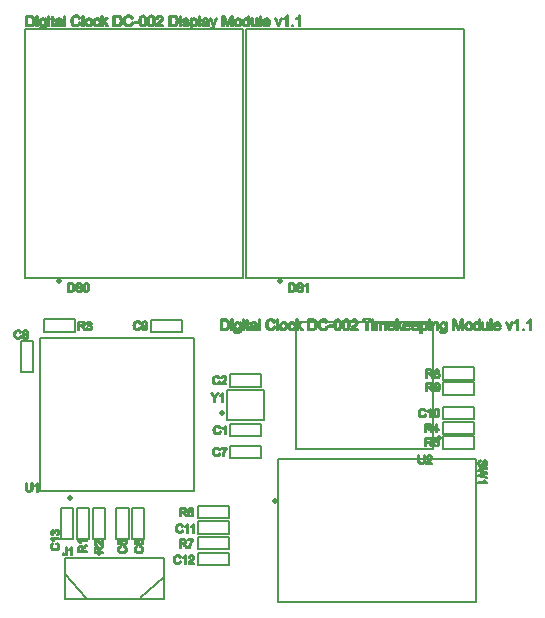
<source format=gto>
%FSLAX33Y33*%
%MOMM*%
%ADD10C,0.15*%
%ADD11C,0.2032*%
%ADD12C,0.5*%
%ADD13C,0.5*%
%ADD14C,0.5*%
%ADD15C,0.5*%
D10*
%LNtop silkscreen_traces*%
%LNtop silkscreen component b91ffdef01e00872*%
G01*
X41715Y13644D02*
X41715Y14694D01*
X44335Y14694*
X44335Y13644*
X41715Y13644*
D11*
X40328Y14174D02*
X40328Y14174D01*
X40329Y14174*
X40439Y14174*
X40439Y14174*
X40456Y14174*
X40456Y14174*
X40470Y14174*
X40470Y14174*
X40482Y14172*
X40482Y14172*
X40492Y14171*
X40492Y14171*
X40503Y14168*
X40503Y14168*
X40513Y14163*
X40513Y14163*
X40524Y14158*
X40524Y14158*
X40535Y14152*
X40535Y14152*
X40546Y14144*
X40546Y14144*
X40558Y14133*
X40558Y14133*
X40570Y14120*
X40570Y14120*
X40583Y14104*
X40583Y14104*
X40597Y14085*
X40597Y14085*
X40614Y14062*
X40614Y14062*
X40632Y14036*
X40632Y14036*
X40652Y14005*
X40652Y14005*
X40746Y13857*
X40864Y13857*
X40740Y14051*
X40721Y14078*
X40702Y14103*
X40682Y14125*
X40661Y14146*
X40651Y14154*
X40638Y14163*
X40622Y14172*
X40604Y14181*
X40604Y14182*
X40653Y14192*
X40694Y14206*
X40729Y14225*
X40757Y14248*
X40778Y14276*
X40794Y14307*
X40803Y14340*
X40806Y14377*
X40804Y14405*
X40798Y14433*
X40789Y14459*
X40776Y14484*
X40760Y14507*
X40741Y14525*
X40720Y14541*
X40697Y14552*
X40669Y14560*
X40636Y14567*
X40596Y14570*
X40551Y14571*
X40235Y14571*
X40235Y13857*
X40328Y13857*
X40328Y14174*
X40329Y14256D02*
X40329Y14256D01*
X40532Y14256*
X40563Y14257*
X40590Y14259*
X40614Y14263*
X40634Y14269*
X40651Y14277*
X40666Y14287*
X40679Y14299*
X40690Y14312*
X40698Y14327*
X40704Y14343*
X40708Y14360*
X40709Y14377*
X40706Y14401*
X40699Y14423*
X40688Y14443*
X40672Y14460*
X40651Y14474*
X40624Y14485*
X40593Y14491*
X40555Y14493*
X40329Y14493*
X40329Y14256*
X41205Y13850D02*
X41205Y13850D01*
X41255Y13866*
X41299Y13893*
X41337Y13931*
X41361Y13968*
X41379Y14008*
X41390Y14052*
X41393Y14099*
X41389Y14147*
X41377Y14191*
X41357Y14231*
X41329Y14265*
X41295Y14294*
X41257Y14314*
X41216Y14326*
X41171Y14330*
X41136Y14327*
X41102Y14319*
X41069Y14305*
X41036Y14285*
X41035Y14285*
X41074Y14478*
X41074Y14479*
X41360Y14479*
X41360Y14562*
X41005Y14562*
X40935Y14195*
X41017Y14184*
X41028Y14199*
X41028Y14199*
X41040Y14212*
X41040Y14212*
X41055Y14224*
X41055Y14224*
X41071Y14234*
X41071Y14234*
X41088Y14243*
X41088Y14243*
X41107Y14249*
X41107Y14249*
X41127Y14252*
X41127Y14252*
X41148Y14254*
X41148Y14253*
X41180Y14251*
X41180Y14251*
X41210Y14243*
X41210Y14243*
X41236Y14229*
X41236Y14229*
X41259Y14210*
X41259Y14210*
X41277Y14186*
X41277Y14186*
X41290Y14158*
X41290Y14158*
X41298Y14127*
X41298Y14127*
X41301Y14091*
X41301Y14091*
X41298Y14053*
X41298Y14053*
X41290Y14019*
X41290Y14019*
X41276Y13990*
X41276Y13990*
X41257Y13964*
X41257Y13964*
X41234Y13943*
X41234Y13943*
X41208Y13928*
X41208Y13928*
X41180Y13919*
X41180Y13919*
X41149Y13916*
X41149Y13916*
X41124Y13918*
X41124Y13918*
X41100Y13924*
X41100Y13924*
X41078Y13935*
X41078Y13935*
X41059Y13950*
X41059Y13950*
X41042Y13969*
X41042Y13969*
X41028Y13992*
X41028Y13992*
X41018Y14020*
X41018Y14020*
X41011Y14051*
X40920Y14043*
X40927Y14001*
X40942Y13962*
X40963Y13928*
X40990Y13899*
X41023Y13875*
X41061Y13858*
X41103Y13848*
X41149Y13844*
X41205Y13850*
%LNtop silkscreen component 9fdb64bbcfd9a77c*%
D10*
X18095Y2775D02*
X16095Y0975D01*
D11*
X9742Y4630D02*
X9742Y4630D01*
X9770Y4635*
X9797Y4643*
X9822Y4654*
X9843Y4668*
X9862Y4686*
X9878Y4706*
X9890Y4729*
X9900Y4756*
X9906Y4788*
X9910Y4826*
X9912Y4868*
X9912Y5355*
X9818Y5355*
X9818Y4863*
X9818Y4863*
X9818Y4834*
X9818Y4834*
X9816Y4809*
X9816Y4809*
X9813Y4789*
X9813Y4789*
X9808Y4773*
X9808Y4773*
X9802Y4760*
X9802Y4759*
X9794Y4748*
X9794Y4748*
X9785Y4737*
X9784Y4737*
X9773Y4728*
X9772Y4728*
X9759Y4721*
X9759Y4721*
X9744Y4716*
X9744Y4716*
X9728Y4713*
X9728Y4713*
X9711Y4712*
X9711Y4712*
X9688Y4714*
X9688Y4714*
X9667Y4719*
X9667Y4719*
X9650Y4729*
X9650Y4729*
X9635Y4742*
X9635Y4742*
X9622Y4761*
X9622Y4761*
X9613Y4786*
X9613Y4786*
X9607Y4817*
X9607Y4817*
X9604Y4854*
X9519Y4843*
X9522Y4793*
X9530Y4750*
X9546Y4713*
X9567Y4682*
X9595Y4659*
X9628Y4642*
X9667Y4632*
X9711Y4628*
X9742Y4630*
X10362Y5358D02*
X10362Y5358D01*
X10306Y5358*
X10293Y5335*
X10293Y5335*
X10275Y5311*
X10275Y5311*
X10254Y5287*
X10254Y5287*
X10228Y5263*
X10228Y5263*
X10199Y5239*
X10199Y5239*
X10168Y5217*
X10168Y5217*
X10135Y5197*
X10135Y5197*
X10099Y5179*
X10099Y5095*
X10120Y5103*
X10142Y5113*
X10166Y5126*
X10191Y5140*
X10216Y5155*
X10238Y5170*
X10257Y5185*
X10275Y5201*
X10275Y5200*
X10275Y4641*
X10362Y4641*
X10362Y5358*
D10*
X11535Y1015D02*
X9735Y3015D01*
X9694Y0900D02*
X9694Y4400D01*
X18096Y4400*
X18096Y0900*
X9694Y0900*
D12*
X12595Y4825D03*
%LNtop silkscreen component 84cf0bd8b20b0987*%
D10*
X5995Y22773D02*
X7045Y22773D01*
X7045Y20152*
X5995Y20152*
X5995Y22773*
D11*
X5815Y22967D02*
X5815Y22967D01*
X5865Y22979*
X5910Y22998*
X5951Y23024*
X5986Y23059*
X6016Y23099*
X6040Y23147*
X6057Y23202*
X5964Y23225*
X5952Y23183*
X5952Y23183*
X5935Y23147*
X5935Y23146*
X5914Y23115*
X5914Y23115*
X5889Y23089*
X5889Y23089*
X5860Y23069*
X5860Y23069*
X5828Y23055*
X5828Y23055*
X5792Y23046*
X5792Y23046*
X5754Y23043*
X5754Y23043*
X5722Y23045*
X5722Y23045*
X5691Y23052*
X5691Y23052*
X5661Y23062*
X5661Y23062*
X5632Y23077*
X5632Y23077*
X5606Y23096*
X5606Y23096*
X5583Y23119*
X5583Y23120*
X5564Y23147*
X5564Y23147*
X5549Y23179*
X5549Y23179*
X5537Y23215*
X5537Y23215*
X5529Y23253*
X5529Y23253*
X5524Y23295*
X5524Y23295*
X5522Y23339*
X5522Y23339*
X5524Y23374*
X5524Y23374*
X5528Y23409*
X5528Y23409*
X5535Y23443*
X5535Y23443*
X5545Y23476*
X5545Y23476*
X5558Y23508*
X5558Y23508*
X5576Y23536*
X5576Y23536*
X5597Y23561*
X5597Y23561*
X5623Y23583*
X5623Y23583*
X5652Y23600*
X5652Y23600*
X5685Y23613*
X5685Y23613*
X5722Y23620*
X5722Y23620*
X5761Y23622*
X5761Y23622*
X5796Y23620*
X5796Y23620*
X5827Y23614*
X5827Y23614*
X5855Y23602*
X5855Y23602*
X5881Y23587*
X5881Y23587*
X5903Y23566*
X5903Y23566*
X5923Y23540*
X5923Y23540*
X5939Y23509*
X5939Y23509*
X5953Y23473*
X6045Y23495*
X6028Y23541*
X6006Y23582*
X5977Y23618*
X5944Y23648*
X5905Y23672*
X5862Y23689*
X5815Y23699*
X5763Y23703*
X5717Y23700*
X5673Y23692*
X5630Y23678*
X5590Y23659*
X5553Y23635*
X5520Y23606*
X5492Y23572*
X5468Y23533*
X5450Y23490*
X5436Y23443*
X5428Y23392*
X5426Y23338*
X5428Y23288*
X5435Y23239*
X5447Y23192*
X5464Y23147*
X5485Y23105*
X5510Y23068*
X5540Y23036*
X5574Y23010*
X5613Y22990*
X5657Y22975*
X5707Y22966*
X5762Y22963*
X5815Y22967*
X6424Y22967D02*
X6424Y22967D01*
X6470Y22979*
X6510Y22998*
X6545Y23026*
X6573Y23059*
X6593Y23095*
X6605Y23136*
X6609Y23180*
X6607Y23212*
X6601Y23241*
X6590Y23269*
X6575Y23294*
X6556Y23316*
X6533Y23335*
X6506Y23350*
X6475Y23363*
X6475Y23364*
X6500Y23375*
X6521Y23388*
X6539Y23403*
X6554Y23420*
X6565Y23440*
X6574Y23460*
X6578Y23483*
X6580Y23507*
X6576Y23544*
X6566Y23579*
X6548Y23610*
X6523Y23639*
X6492Y23663*
X6457Y23680*
X6417Y23690*
X6373Y23693*
X6328Y23690*
X6289Y23680*
X6254Y23663*
X6223Y23640*
X6199Y23612*
X6181Y23581*
X6171Y23547*
X6167Y23509*
X6169Y23484*
X6174Y23461*
X6182Y23440*
X6194Y23421*
X6209Y23403*
X6227Y23388*
X6249Y23375*
X6275Y23364*
X6275Y23363*
X6244Y23352*
X6217Y23338*
X6194Y23320*
X6174Y23299*
X6159Y23274*
X6148Y23246*
X6141Y23215*
X6139Y23182*
X6143Y23137*
X6155Y23096*
X6175Y23059*
X6203Y23026*
X6238Y22999*
X6278Y22979*
X6324Y22967*
X6374Y22963*
X6424Y22967*
X6257Y23512D02*
X6257Y23512D01*
X6259Y23488*
X6265Y23466*
X6275Y23446*
X6290Y23429*
X6307Y23415*
X6327Y23405*
X6350Y23399*
X6375Y23397*
X6399Y23399*
X6421Y23405*
X6440Y23415*
X6458Y23429*
X6472Y23446*
X6482Y23464*
X6488Y23485*
X6490Y23507*
X6488Y23530*
X6482Y23552*
X6471Y23571*
X6457Y23589*
X6439Y23603*
X6419Y23613*
X6397Y23619*
X6374Y23621*
X6349Y23619*
X6328Y23613*
X6308Y23603*
X6290Y23589*
X6276Y23572*
X6265Y23554*
X6259Y23534*
X6257Y23512*
X6229Y23182D02*
X6229Y23182D01*
X6230Y23163*
X6233Y23145*
X6239Y23127*
X6246Y23109*
X6256Y23092*
X6268Y23078*
X6283Y23065*
X6299Y23054*
X6317Y23046*
X6336Y23040*
X6355Y23036*
X6375Y23035*
X6405Y23038*
X6432Y23045*
X6457Y23058*
X6479Y23076*
X6497Y23097*
X6510Y23122*
X6517Y23149*
X6520Y23179*
X6517Y23209*
X6509Y23237*
X6496Y23261*
X6478Y23284*
X6455Y23302*
X6430Y23315*
X6402Y23323*
X6372Y23325*
X6342Y23323*
X6315Y23315*
X6291Y23302*
X6269Y23284*
X6251Y23262*
X6239Y23238*
X6231Y23211*
X6229Y23182*
%LNtop silkscreen component ec25ffb4a5f22221*%
D10*
X20990Y3775D02*
X20990Y4825D01*
X23610Y4825*
X23610Y3775*
X20990Y3775*
D11*
X19322Y3917D02*
X19322Y3917D01*
X19371Y3929*
X19416Y3948*
X19457Y3974*
X19492Y4009*
X19522Y4049*
X19546Y4097*
X19564Y4152*
X19470Y4175*
X19458Y4133*
X19458Y4133*
X19442Y4097*
X19442Y4096*
X19421Y4065*
X19421Y4065*
X19395Y4039*
X19395Y4039*
X19366Y4019*
X19366Y4019*
X19334Y4005*
X19334Y4005*
X19298Y3996*
X19298Y3996*
X19260Y3993*
X19260Y3993*
X19228Y3995*
X19228Y3995*
X19197Y4002*
X19197Y4002*
X19167Y4012*
X19167Y4012*
X19138Y4027*
X19138Y4027*
X19112Y4046*
X19112Y4046*
X19089Y4069*
X19089Y4070*
X19070Y4097*
X19070Y4097*
X19055Y4129*
X19055Y4129*
X19044Y4165*
X19044Y4165*
X19035Y4203*
X19035Y4203*
X19030Y4245*
X19030Y4245*
X19029Y4289*
X19029Y4289*
X19030Y4324*
X19030Y4324*
X19034Y4359*
X19034Y4359*
X19041Y4393*
X19041Y4393*
X19051Y4426*
X19051Y4426*
X19064Y4458*
X19064Y4458*
X19082Y4486*
X19082Y4486*
X19103Y4511*
X19103Y4511*
X19129Y4533*
X19129Y4533*
X19159Y4550*
X19159Y4550*
X19192Y4563*
X19192Y4563*
X19228Y4570*
X19228Y4570*
X19267Y4572*
X19267Y4572*
X19302Y4570*
X19302Y4570*
X19333Y4564*
X19333Y4564*
X19362Y4552*
X19362Y4552*
X19387Y4537*
X19387Y4537*
X19409Y4516*
X19409Y4516*
X19429Y4490*
X19429Y4490*
X19445Y4459*
X19445Y4459*
X19459Y4423*
X19551Y4445*
X19534Y4491*
X19512Y4532*
X19484Y4568*
X19450Y4598*
X19411Y4622*
X19368Y4639*
X19321Y4649*
X19269Y4653*
X19223Y4650*
X19179Y4642*
X19136Y4628*
X19096Y4609*
X19059Y4585*
X19026Y4556*
X18998Y4522*
X18975Y4483*
X18956Y4440*
X18943Y4393*
X18935Y4342*
X18932Y4288*
X18934Y4238*
X18941Y4189*
X18953Y4142*
X18970Y4097*
X18991Y4055*
X19016Y4018*
X19046Y3986*
X19080Y3960*
X19119Y3940*
X19163Y3925*
X19213Y3916*
X19268Y3913*
X19322Y3917*
X19976Y4643D02*
X19976Y4643D01*
X19920Y4643*
X19907Y4620*
X19907Y4620*
X19889Y4596*
X19889Y4596*
X19868Y4572*
X19868Y4572*
X19842Y4548*
X19842Y4548*
X19813Y4524*
X19813Y4524*
X19782Y4502*
X19782Y4502*
X19749Y4482*
X19749Y4482*
X19713Y4464*
X19713Y4380*
X19734Y4388*
X19756Y4398*
X19780Y4411*
X19805Y4425*
X19830Y4440*
X19852Y4455*
X19871Y4470*
X19888Y4486*
X19889Y4485*
X19889Y3926*
X19976Y3926*
X19976Y4643*
X20663Y4009D02*
X20663Y4009D01*
X20312Y4009*
X20312Y4009*
X20320Y4022*
X20320Y4022*
X20329Y4034*
X20329Y4034*
X20338Y4046*
X20338Y4046*
X20349Y4057*
X20349Y4057*
X20364Y4072*
X20364Y4072*
X20386Y4092*
X20386Y4092*
X20415Y4117*
X20415Y4117*
X20451Y4148*
X20495Y4185*
X20532Y4219*
X20562Y4248*
X20586Y4273*
X20605Y4296*
X20621Y4318*
X20634Y4340*
X20644Y4361*
X20652Y4382*
X20658Y4403*
X20661Y4424*
X20662Y4445*
X20658Y4485*
X20647Y4522*
X20628Y4556*
X20602Y4586*
X20569Y4611*
X20531Y4629*
X20488Y4640*
X20439Y4643*
X20391Y4640*
X20348Y4630*
X20310Y4614*
X20277Y4590*
X20250Y4561*
X20229Y4526*
X20215Y4484*
X20207Y4437*
X20297Y4428*
X20299Y4459*
X20299Y4459*
X20307Y4488*
X20307Y4488*
X20319Y4512*
X20319Y4512*
X20335Y4533*
X20335Y4533*
X20356Y4550*
X20356Y4550*
X20380Y4562*
X20380Y4562*
X20407Y4569*
X20407Y4569*
X20437Y4572*
X20437Y4572*
X20466Y4569*
X20466Y4569*
X20492Y4563*
X20492Y4562*
X20515Y4551*
X20515Y4551*
X20535Y4535*
X20535Y4535*
X20552Y4516*
X20552Y4516*
X20563Y4495*
X20563Y4495*
X20570Y4472*
X20570Y4472*
X20573Y4447*
X20573Y4447*
X20570Y4422*
X20570Y4422*
X20562Y4395*
X20562Y4395*
X20550Y4369*
X20549Y4369*
X20532Y4341*
X20532Y4341*
X20506Y4310*
X20506Y4310*
X20472Y4275*
X20472Y4275*
X20427Y4235*
X20427Y4235*
X20374Y4189*
X20374Y4189*
X20338Y4159*
X20307Y4131*
X20281Y4105*
X20259Y4081*
X20240Y4057*
X20224Y4034*
X20211Y4010*
X20201Y3986*
X20196Y3971*
X20193Y3956*
X20191Y3941*
X20191Y3926*
X20663Y3926*
X20663Y4009*
%LNtop silkscreen component ddd6a926bc8c1dc3*%
D10*
X13110Y6040D02*
X12060Y6040D01*
X12060Y8660*
X13110Y8660*
X13110Y6040*
D11*
X12629Y4873D02*
X12629Y4873D01*
X12629Y4874*
X12629Y4984*
X12629Y4984*
X12629Y5001*
X12629Y5001*
X12630Y5015*
X12630Y5015*
X12631Y5027*
X12631Y5027*
X12632Y5037*
X12632Y5037*
X12635Y5048*
X12635Y5048*
X12640Y5058*
X12640Y5058*
X12645Y5069*
X12645Y5069*
X12651Y5080*
X12651Y5080*
X12659Y5091*
X12659Y5091*
X12670Y5103*
X12670Y5103*
X12683Y5115*
X12683Y5115*
X12699Y5128*
X12699Y5128*
X12718Y5142*
X12718Y5142*
X12741Y5159*
X12741Y5159*
X12768Y5177*
X12768Y5177*
X12798Y5197*
X12798Y5197*
X12947Y5291*
X12947Y5409*
X12753Y5285*
X12725Y5266*
X12700Y5247*
X12678Y5227*
X12657Y5206*
X12649Y5196*
X12640Y5183*
X12631Y5167*
X12622Y5149*
X12621Y5149*
X12611Y5198*
X12597Y5239*
X12578Y5274*
X12555Y5302*
X12527Y5323*
X12497Y5339*
X12463Y5348*
X12427Y5351*
X12398Y5349*
X12370Y5343*
X12344Y5334*
X12319Y5321*
X12296Y5305*
X12278Y5286*
X12262Y5265*
X12251Y5242*
X12243Y5214*
X12237Y5181*
X12233Y5141*
X12232Y5096*
X12232Y4780*
X12947Y4780*
X12947Y4873*
X12629Y4873*
X12547Y4874D02*
X12547Y4874D01*
X12547Y5077*
X12546Y5108*
X12544Y5135*
X12540Y5159*
X12534Y5179*
X12526Y5196*
X12516Y5211*
X12505Y5224*
X12491Y5235*
X12476Y5243*
X12460Y5249*
X12444Y5253*
X12427Y5254*
X12402Y5251*
X12380Y5244*
X12361Y5233*
X12343Y5217*
X12329Y5196*
X12319Y5169*
X12312Y5138*
X12310Y5100*
X12310Y4874*
X12547Y4874*
X12863Y5926D02*
X12863Y5926D01*
X12863Y5575*
X12863Y5574*
X12850Y5582*
X12850Y5582*
X12838Y5591*
X12838Y5591*
X12827Y5601*
X12827Y5601*
X12815Y5612*
X12815Y5612*
X12800Y5627*
X12800Y5627*
X12780Y5648*
X12780Y5648*
X12755Y5677*
X12755Y5677*
X12725Y5713*
X12687Y5757*
X12653Y5795*
X12624Y5825*
X12599Y5849*
X12576Y5868*
X12554Y5884*
X12532Y5897*
X12511Y5907*
X12491Y5915*
X12470Y5920*
X12448Y5923*
X12427Y5925*
X12387Y5921*
X12350Y5910*
X12316Y5891*
X12286Y5865*
X12261Y5832*
X12243Y5794*
X12232Y5751*
X12229Y5702*
X12232Y5654*
X12242Y5610*
X12259Y5572*
X12282Y5540*
X12311Y5513*
X12347Y5492*
X12388Y5478*
X12435Y5470*
X12444Y5559*
X12413Y5562*
X12413Y5562*
X12384Y5569*
X12384Y5569*
X12360Y5581*
X12360Y5581*
X12339Y5598*
X12339Y5598*
X12322Y5619*
X12322Y5619*
X12310Y5643*
X12310Y5643*
X12303Y5670*
X12303Y5670*
X12301Y5700*
X12301Y5700*
X12303Y5729*
X12303Y5729*
X12310Y5755*
X12310Y5755*
X12321Y5778*
X12321Y5778*
X12337Y5798*
X12337Y5798*
X12356Y5814*
X12356Y5814*
X12377Y5826*
X12377Y5826*
X12400Y5833*
X12400Y5833*
X12425Y5835*
X12425Y5835*
X12450Y5833*
X12451Y5833*
X12477Y5825*
X12477Y5825*
X12503Y5812*
X12504Y5812*
X12531Y5794*
X12531Y5794*
X12562Y5769*
X12562Y5769*
X12597Y5734*
X12597Y5734*
X12637Y5690*
X12637Y5690*
X12683Y5636*
X12683Y5636*
X12713Y5601*
X12741Y5570*
X12767Y5544*
X12791Y5521*
X12815Y5503*
X12838Y5487*
X12862Y5474*
X12886Y5464*
X12901Y5459*
X12916Y5456*
X12931Y5454*
X12947Y5453*
X12947Y5926*
X12863Y5926*
%LNtop silkscreen component fce28939f63c5dc8*%
D10*
X10548Y24600D02*
X10548Y23550D01*
X7927Y23550*
X7927Y24600*
X10548Y24600*
D11*
X10948Y24018D02*
X10948Y24018D01*
X10949Y24018*
X11059Y24018*
X11059Y24018*
X11076Y24018*
X11076Y24018*
X11090Y24018*
X11090Y24018*
X11102Y24016*
X11102Y24016*
X11112Y24015*
X11112Y24015*
X11123Y24012*
X11123Y24012*
X11133Y24007*
X11133Y24007*
X11144Y24002*
X11144Y24002*
X11155Y23996*
X11155Y23996*
X11166Y23988*
X11166Y23988*
X11178Y23977*
X11178Y23977*
X11190Y23964*
X11190Y23964*
X11203Y23948*
X11203Y23948*
X11217Y23929*
X11217Y23929*
X11234Y23906*
X11234Y23906*
X11252Y23880*
X11252Y23880*
X11272Y23849*
X11272Y23849*
X11366Y23701*
X11484Y23701*
X11360Y23895*
X11341Y23922*
X11322Y23947*
X11302Y23969*
X11281Y23990*
X11271Y23998*
X11258Y24007*
X11242Y24016*
X11224Y24025*
X11224Y24026*
X11273Y24036*
X11314Y24050*
X11349Y24069*
X11377Y24092*
X11398Y24120*
X11414Y24151*
X11423Y24184*
X11426Y24221*
X11424Y24249*
X11418Y24277*
X11409Y24303*
X11396Y24328*
X11380Y24351*
X11361Y24369*
X11340Y24385*
X11317Y24396*
X11289Y24404*
X11256Y24410*
X11216Y24414*
X11171Y24415*
X10855Y24415*
X10855Y23701*
X10948Y23701*
X10948Y24018*
X10949Y24100D02*
X10949Y24100D01*
X11152Y24100*
X11183Y24101*
X11210Y24103*
X11234Y24107*
X11254Y24113*
X11271Y24121*
X11286Y24131*
X11299Y24143*
X11310Y24156*
X11318Y24171*
X11324Y24187*
X11328Y24203*
X11329Y24221*
X11326Y24245*
X11319Y24267*
X11308Y24287*
X11292Y24304*
X11271Y24318*
X11244Y24329*
X11213Y24335*
X11175Y24337*
X10949Y24337*
X10949Y24100*
X11817Y23692D02*
X11817Y23692D01*
X11862Y23704*
X11903Y23724*
X11940Y23753*
X11970Y23787*
X11991Y23825*
X12004Y23866*
X12008Y23911*
X12006Y23945*
X11999Y23975*
X11988Y24002*
X11973Y24027*
X11954Y24048*
X11931Y24065*
X11904Y24078*
X11874Y24087*
X11874Y24088*
X11897Y24100*
X11917Y24114*
X11934Y24131*
X11948Y24149*
X11959Y24168*
X11967Y24189*
X11971Y24210*
X11973Y24233*
X11971Y24257*
X11966Y24280*
X11958Y24303*
X11947Y24325*
X11932Y24345*
X11915Y24364*
X11895Y24379*
X11871Y24393*
X11846Y24404*
X11820Y24412*
X11792Y24417*
X11764Y24418*
X11723Y24415*
X11686Y24406*
X11652Y24391*
X11622Y24370*
X11596Y24343*
X11575Y24311*
X11560Y24275*
X11549Y24234*
X11636Y24218*
X11642Y24248*
X11642Y24248*
X11652Y24274*
X11652Y24274*
X11664Y24296*
X11664Y24296*
X11680Y24315*
X11680Y24315*
X11698Y24329*
X11698Y24329*
X11719Y24339*
X11719Y24339*
X11741Y24345*
X11741Y24345*
X11766Y24347*
X11766Y24347*
X11790Y24345*
X11791Y24345*
X11813Y24339*
X11813Y24339*
X11833Y24329*
X11833Y24329*
X11851Y24315*
X11851Y24315*
X11865Y24298*
X11865Y24298*
X11875Y24279*
X11875Y24279*
X11881Y24258*
X11881Y24258*
X11883Y24235*
X11883Y24235*
X11881Y24206*
X11881Y24206*
X11872Y24181*
X11872Y24181*
X11858Y24161*
X11858Y24161*
X11838Y24144*
X11838Y24144*
X11815Y24131*
X11815Y24131*
X11790Y24122*
X11790Y24122*
X11764Y24116*
X11764Y24116*
X11737Y24115*
X11737Y24115*
X11734Y24115*
X11734Y24115*
X11731Y24115*
X11731Y24115*
X11727Y24115*
X11727Y24115*
X11723Y24115*
X11714Y24040*
X11731Y24044*
X11731Y24044*
X11747Y24047*
X11747Y24047*
X11762Y24049*
X11762Y24049*
X11775Y24049*
X11775Y24049*
X11804Y24047*
X11804Y24047*
X11831Y24039*
X11831Y24039*
X11855Y24027*
X11855Y24027*
X11876Y24010*
X11876Y24010*
X11893Y23989*
X11893Y23989*
X11906Y23965*
X11906Y23965*
X11913Y23939*
X11913Y23938*
X11916Y23909*
X11916Y23909*
X11913Y23879*
X11913Y23879*
X11905Y23851*
X11905Y23851*
X11892Y23826*
X11892Y23825*
X11873Y23803*
X11873Y23803*
X11850Y23784*
X11850Y23784*
X11825Y23770*
X11825Y23770*
X11798Y23762*
X11798Y23762*
X11768Y23760*
X11768Y23760*
X11742Y23762*
X11742Y23762*
X11719Y23768*
X11719Y23768*
X11698Y23778*
X11698Y23778*
X11679Y23793*
X11679Y23793*
X11662Y23812*
X11662Y23812*
X11648Y23836*
X11648Y23836*
X11636Y23866*
X11636Y23866*
X11627Y23900*
X11540Y23889*
X11548Y23846*
X11562Y23808*
X11583Y23774*
X11611Y23744*
X11644Y23719*
X11681Y23702*
X11722Y23691*
X11767Y23688*
X11817Y23692*
%LNtop silkscreen component 8c92817f578251b9*%
D10*
X15105Y6040D02*
X14055Y6040D01*
X14055Y8660*
X15105Y8660*
X15105Y6040*
D11*
X14958Y5190D02*
X14958Y5190D01*
X14946Y5240*
X14927Y5285*
X14901Y5326*
X14866Y5361*
X14826Y5391*
X14778Y5415*
X14723Y5432*
X14700Y5339*
X14742Y5327*
X14742Y5327*
X14778Y5310*
X14779Y5310*
X14810Y5289*
X14810Y5289*
X14836Y5264*
X14836Y5264*
X14856Y5235*
X14856Y5235*
X14870Y5203*
X14870Y5203*
X14879Y5167*
X14879Y5167*
X14882Y5129*
X14882Y5129*
X14880Y5097*
X14880Y5097*
X14873Y5066*
X14873Y5066*
X14863Y5036*
X14863Y5036*
X14848Y5007*
X14848Y5007*
X14829Y4981*
X14829Y4981*
X14806Y4958*
X14805Y4958*
X14778Y4939*
X14778Y4939*
X14746Y4924*
X14746Y4924*
X14710Y4912*
X14710Y4912*
X14672Y4904*
X14672Y4904*
X14630Y4899*
X14630Y4899*
X14586Y4897*
X14586Y4897*
X14551Y4899*
X14551Y4899*
X14516Y4903*
X14516Y4903*
X14482Y4910*
X14482Y4910*
X14449Y4920*
X14449Y4920*
X14417Y4933*
X14417Y4933*
X14389Y4951*
X14389Y4951*
X14364Y4972*
X14364Y4972*
X14342Y4998*
X14342Y4998*
X14325Y5027*
X14325Y5027*
X14312Y5060*
X14312Y5060*
X14305Y5097*
X14305Y5097*
X14303Y5136*
X14303Y5136*
X14305Y5171*
X14305Y5171*
X14311Y5202*
X14311Y5202*
X14323Y5230*
X14323Y5230*
X14338Y5256*
X14338Y5256*
X14359Y5278*
X14359Y5278*
X14385Y5298*
X14385Y5298*
X14416Y5314*
X14416Y5314*
X14452Y5328*
X14430Y5420*
X14384Y5403*
X14343Y5381*
X14307Y5352*
X14277Y5319*
X14253Y5280*
X14236Y5237*
X14226Y5190*
X14222Y5138*
X14225Y5092*
X14233Y5048*
X14247Y5005*
X14266Y4965*
X14290Y4928*
X14319Y4895*
X14353Y4867*
X14392Y4843*
X14435Y4825*
X14482Y4811*
X14533Y4803*
X14587Y4801*
X14637Y4803*
X14686Y4810*
X14733Y4822*
X14778Y4839*
X14820Y4860*
X14857Y4885*
X14889Y4915*
X14915Y4949*
X14935Y4988*
X14950Y5032*
X14959Y5082*
X14962Y5137*
X14958Y5190*
X14956Y5800D02*
X14956Y5800D01*
X14940Y5850*
X14913Y5894*
X14875Y5932*
X14838Y5956*
X14798Y5974*
X14754Y5985*
X14707Y5988*
X14659Y5984*
X14615Y5972*
X14575Y5952*
X14541Y5924*
X14512Y5890*
X14492Y5852*
X14480Y5811*
X14476Y5766*
X14479Y5731*
X14487Y5697*
X14501Y5664*
X14521Y5631*
X14521Y5630*
X14328Y5669*
X14327Y5669*
X14327Y5955*
X14244Y5955*
X14244Y5600*
X14611Y5530*
X14622Y5612*
X14607Y5623*
X14607Y5623*
X14594Y5635*
X14594Y5635*
X14582Y5650*
X14582Y5650*
X14572Y5666*
X14572Y5666*
X14563Y5683*
X14563Y5683*
X14557Y5702*
X14557Y5702*
X14554Y5722*
X14554Y5722*
X14553Y5743*
X14553Y5743*
X14555Y5775*
X14555Y5775*
X14563Y5805*
X14563Y5805*
X14577Y5831*
X14577Y5831*
X14596Y5854*
X14596Y5854*
X14620Y5872*
X14620Y5872*
X14648Y5885*
X14648Y5885*
X14679Y5893*
X14679Y5893*
X14715Y5896*
X14715Y5896*
X14753Y5893*
X14753Y5893*
X14787Y5885*
X14787Y5885*
X14816Y5871*
X14816Y5871*
X14842Y5852*
X14842Y5852*
X14863Y5829*
X14863Y5829*
X14878Y5803*
X14878Y5803*
X14887Y5775*
X14887Y5775*
X14890Y5744*
X14890Y5744*
X14888Y5719*
X14888Y5719*
X14882Y5695*
X14882Y5695*
X14871Y5673*
X14871Y5673*
X14856Y5654*
X14856Y5654*
X14837Y5637*
X14837Y5637*
X14814Y5623*
X14814Y5623*
X14786Y5613*
X14786Y5613*
X14755Y5606*
X14763Y5515*
X14805Y5522*
X14844Y5537*
X14878Y5558*
X14907Y5585*
X14931Y5618*
X14948Y5656*
X14958Y5698*
X14962Y5744*
X14956Y5800*
%LNtop silkscreen component d2a4fe636fd95985*%
D10*
X20990Y5119D02*
X20990Y6169D01*
X23610Y6169*
X23610Y5119*
X20990Y5119*
D11*
X19533Y5587D02*
X19533Y5587D01*
X19533Y5587*
X19643Y5587*
X19643Y5587*
X19660Y5587*
X19660Y5587*
X19674Y5586*
X19675Y5586*
X19686Y5585*
X19686Y5585*
X19696Y5584*
X19696Y5584*
X19707Y5581*
X19707Y5581*
X19718Y5576*
X19718Y5576*
X19728Y5571*
X19729Y5571*
X19739Y5565*
X19739Y5565*
X19750Y5557*
X19750Y5557*
X19762Y5546*
X19762Y5546*
X19774Y5533*
X19774Y5533*
X19787Y5517*
X19787Y5517*
X19802Y5498*
X19802Y5498*
X19818Y5475*
X19818Y5475*
X19836Y5448*
X19836Y5448*
X19856Y5418*
X19856Y5418*
X19950Y5269*
X20068Y5269*
X19944Y5463*
X19925Y5491*
X19906Y5516*
X19886Y5538*
X19866Y5559*
X19855Y5567*
X19842Y5576*
X19826Y5585*
X19808Y5594*
X19809Y5595*
X19857Y5605*
X19898Y5619*
X19933Y5638*
X19961Y5661*
X19982Y5689*
X19998Y5719*
X20007Y5753*
X20010Y5789*
X20008Y5818*
X20003Y5846*
X19993Y5872*
X19980Y5897*
X19964Y5920*
X19946Y5938*
X19925Y5954*
X19901Y5965*
X19873Y5973*
X19840Y5979*
X19801Y5983*
X19756Y5984*
X19439Y5984*
X19439Y5269*
X19533Y5269*
X19533Y5587*
X19533Y5669D02*
X19533Y5669D01*
X19737Y5669*
X19767Y5670*
X19795Y5672*
X19818Y5676*
X19838Y5682*
X19855Y5690*
X19871Y5700*
X19883Y5711*
X19894Y5725*
X19902Y5740*
X19908Y5756*
X19912Y5772*
X19913Y5789*
X19911Y5814*
X19904Y5836*
X19892Y5855*
X19876Y5873*
X19855Y5887*
X19829Y5897*
X19797Y5904*
X19760Y5906*
X19533Y5906*
X19533Y5669*
X20324Y5321D02*
X20324Y5321D01*
X20324Y5321*
X20331Y5372*
X20331Y5372*
X20341Y5420*
X20341Y5420*
X20353Y5466*
X20353Y5466*
X20373Y5529*
X20373Y5529*
X20397Y5592*
X20397Y5592*
X20425Y5653*
X20425Y5653*
X20457Y5714*
X20457Y5714*
X20490Y5771*
X20490Y5771*
X20524Y5823*
X20524Y5823*
X20558Y5868*
X20558Y5868*
X20592Y5907*
X20592Y5975*
X20130Y5975*
X20130Y5892*
X20480Y5892*
X20480Y5891*
X20447Y5850*
X20415Y5806*
X20384Y5757*
X20354Y5704*
X20326Y5647*
X20302Y5590*
X20281Y5532*
X20263Y5473*
X20249Y5415*
X20239Y5362*
X20233Y5313*
X20230Y5269*
X20319Y5269*
X20324Y5321*
%LNtop silkscreen component 51ec350bf9d700a2*%
D10*
X23710Y14708D02*
X23710Y15758D01*
X26330Y15758*
X26330Y14708*
X23710Y14708*
D11*
X22690Y14867D02*
X22690Y14867D01*
X22740Y14879*
X22785Y14898*
X22826Y14924*
X22861Y14959*
X22891Y14999*
X22915Y15047*
X22932Y15102*
X22839Y15125*
X22827Y15083*
X22827Y15083*
X22810Y15047*
X22810Y15046*
X22789Y15015*
X22789Y15015*
X22764Y14989*
X22764Y14989*
X22735Y14969*
X22735Y14969*
X22703Y14955*
X22703Y14955*
X22667Y14946*
X22667Y14946*
X22629Y14943*
X22629Y14943*
X22597Y14945*
X22597Y14945*
X22566Y14952*
X22566Y14952*
X22536Y14962*
X22536Y14962*
X22507Y14977*
X22507Y14977*
X22481Y14996*
X22481Y14996*
X22458Y15019*
X22458Y15020*
X22439Y15047*
X22439Y15047*
X22424Y15079*
X22424Y15079*
X22412Y15115*
X22412Y15115*
X22404Y15153*
X22404Y15153*
X22399Y15195*
X22399Y15195*
X22397Y15239*
X22397Y15239*
X22399Y15274*
X22399Y15274*
X22403Y15309*
X22403Y15309*
X22410Y15343*
X22410Y15343*
X22420Y15376*
X22420Y15376*
X22433Y15408*
X22433Y15408*
X22451Y15436*
X22451Y15436*
X22472Y15461*
X22472Y15461*
X22498Y15483*
X22498Y15483*
X22527Y15500*
X22527Y15500*
X22560Y15513*
X22560Y15513*
X22597Y15520*
X22597Y15520*
X22636Y15522*
X22636Y15522*
X22671Y15520*
X22671Y15520*
X22702Y15514*
X22702Y15514*
X22730Y15502*
X22730Y15502*
X22756Y15487*
X22756Y15487*
X22778Y15466*
X22778Y15466*
X22798Y15440*
X22798Y15440*
X22814Y15409*
X22814Y15409*
X22828Y15373*
X22920Y15395*
X22903Y15441*
X22881Y15482*
X22852Y15518*
X22819Y15548*
X22780Y15572*
X22737Y15589*
X22690Y15599*
X22638Y15603*
X22592Y15600*
X22548Y15592*
X22505Y15578*
X22465Y15559*
X22428Y15535*
X22395Y15506*
X22367Y15472*
X22343Y15433*
X22325Y15390*
X22311Y15343*
X22303Y15292*
X22301Y15238*
X22303Y15188*
X22310Y15139*
X22322Y15092*
X22339Y15047*
X22360Y15005*
X22385Y14968*
X22415Y14936*
X22449Y14910*
X22488Y14890*
X22532Y14875*
X22582Y14866*
X22637Y14863*
X22690Y14867*
X23345Y15593D02*
X23345Y15593D01*
X23289Y15593*
X23276Y15570*
X23275Y15570*
X23258Y15546*
X23258Y15546*
X23236Y15522*
X23236Y15522*
X23211Y15498*
X23211Y15498*
X23182Y15474*
X23182Y15474*
X23151Y15452*
X23151Y15452*
X23117Y15432*
X23117Y15432*
X23082Y15414*
X23082Y15330*
X23103Y15338*
X23125Y15348*
X23149Y15361*
X23174Y15375*
X23198Y15390*
X23220Y15405*
X23240Y15420*
X23257Y15436*
X23258Y15435*
X23258Y14876*
X23345Y14876*
X23345Y15593*
%LNtop silkscreen component 1511dc9a44b694e0*%
D10*
X20990Y6451D02*
X20990Y7501D01*
X23610Y7501*
X23610Y6451*
X20990Y6451*
D11*
X19509Y6544D02*
X19509Y6544D01*
X19558Y6555*
X19603Y6574*
X19644Y6601*
X19680Y6635*
X19709Y6676*
X19733Y6724*
X19751Y6778*
X19657Y6802*
X19645Y6760*
X19645Y6760*
X19629Y6723*
X19629Y6723*
X19608Y6692*
X19608Y6692*
X19582Y6666*
X19582Y6666*
X19553Y6646*
X19553Y6646*
X19521Y6631*
X19521Y6631*
X19486Y6623*
X19486Y6623*
X19447Y6620*
X19447Y6620*
X19415Y6622*
X19415Y6622*
X19384Y6628*
X19384Y6628*
X19354Y6639*
X19354Y6639*
X19325Y6654*
X19325Y6654*
X19299Y6673*
X19299Y6673*
X19276Y6696*
X19276Y6696*
X19258Y6724*
X19258Y6724*
X19242Y6756*
X19242Y6756*
X19231Y6791*
X19231Y6791*
X19222Y6830*
X19222Y6830*
X19217Y6871*
X19217Y6871*
X19216Y6915*
X19216Y6915*
X19217Y6950*
X19217Y6950*
X19221Y6985*
X19221Y6985*
X19228Y7019*
X19228Y7019*
X19238Y7053*
X19238Y7053*
X19252Y7084*
X19252Y7085*
X19269Y7113*
X19269Y7113*
X19291Y7138*
X19291Y7138*
X19316Y7159*
X19316Y7159*
X19346Y7177*
X19346Y7177*
X19379Y7189*
X19379Y7189*
X19415Y7196*
X19415Y7196*
X19455Y7199*
X19455Y7199*
X19489Y7197*
X19489Y7197*
X19520Y7190*
X19520Y7190*
X19549Y7179*
X19549Y7179*
X19574Y7163*
X19574Y7163*
X19596Y7143*
X19596Y7143*
X19616Y7117*
X19616Y7117*
X19633Y7086*
X19633Y7086*
X19646Y7050*
X19739Y7071*
X19722Y7118*
X19699Y7159*
X19671Y7194*
X19637Y7224*
X19598Y7248*
X19555Y7265*
X19508Y7276*
X19456Y7279*
X19410Y7276*
X19366Y7268*
X19324Y7255*
X19283Y7236*
X19246Y7212*
X19213Y7183*
X19185Y7149*
X19162Y7110*
X19143Y7066*
X19130Y7019*
X19122Y6969*
X19119Y6915*
X19121Y6864*
X19129Y6816*
X19140Y6768*
X19157Y6723*
X19178Y6681*
X19203Y6644*
X19233Y6613*
X19267Y6587*
X19306Y6566*
X19350Y6551*
X19400Y6543*
X19455Y6540*
X19509Y6544*
X20163Y7270D02*
X20163Y7270D01*
X20107Y7270*
X20094Y7247*
X20094Y7247*
X20076Y7223*
X20076Y7223*
X20055Y7199*
X20055Y7199*
X20029Y7174*
X20029Y7174*
X20000Y7150*
X20000Y7150*
X19969Y7128*
X19969Y7128*
X19936Y7108*
X19936Y7108*
X19900Y7090*
X19900Y7006*
X19921Y7015*
X19943Y7025*
X19967Y7037*
X19992Y7051*
X20017Y7066*
X20039Y7082*
X20058Y7097*
X20076Y7112*
X20076Y7112*
X20076Y6552*
X20163Y6552*
X20163Y7270*
X20645Y7270D02*
X20645Y7270D01*
X20589Y7270*
X20576Y7247*
X20576Y7247*
X20558Y7223*
X20558Y7223*
X20537Y7199*
X20537Y7199*
X20511Y7174*
X20511Y7174*
X20482Y7150*
X20482Y7150*
X20451Y7128*
X20451Y7128*
X20418Y7108*
X20418Y7108*
X20382Y7090*
X20382Y7006*
X20403Y7015*
X20425Y7025*
X20449Y7037*
X20474Y7051*
X20499Y7066*
X20521Y7082*
X20540Y7097*
X20557Y7112*
X20558Y7112*
X20558Y6552*
X20645Y6552*
X20645Y7270*
%LNtop silkscreen component 12e2b8e352b79090*%
D10*
X26330Y19960D02*
X26330Y18910D01*
X23710Y18910*
X23710Y19960*
X26330Y19960*
D11*
X22615Y19092D02*
X22615Y19092D01*
X22665Y19104*
X22710Y19123*
X22751Y19149*
X22786Y19184*
X22816Y19224*
X22840Y19272*
X22857Y19327*
X22764Y19350*
X22752Y19308*
X22752Y19308*
X22735Y19272*
X22735Y19271*
X22714Y19240*
X22714Y19240*
X22689Y19214*
X22689Y19214*
X22660Y19194*
X22660Y19194*
X22628Y19180*
X22628Y19180*
X22592Y19171*
X22592Y19171*
X22554Y19168*
X22554Y19168*
X22522Y19170*
X22522Y19170*
X22491Y19177*
X22491Y19177*
X22461Y19187*
X22461Y19187*
X22432Y19202*
X22432Y19202*
X22406Y19221*
X22406Y19221*
X22383Y19244*
X22383Y19245*
X22364Y19272*
X22364Y19272*
X22349Y19304*
X22349Y19304*
X22337Y19340*
X22337Y19340*
X22329Y19378*
X22329Y19378*
X22324Y19420*
X22324Y19420*
X22322Y19464*
X22322Y19464*
X22324Y19499*
X22324Y19499*
X22328Y19534*
X22328Y19534*
X22335Y19568*
X22335Y19568*
X22345Y19601*
X22345Y19601*
X22358Y19633*
X22358Y19633*
X22376Y19661*
X22376Y19661*
X22397Y19686*
X22397Y19686*
X22423Y19708*
X22423Y19708*
X22452Y19725*
X22452Y19725*
X22485Y19738*
X22485Y19738*
X22522Y19745*
X22522Y19745*
X22561Y19747*
X22561Y19747*
X22596Y19745*
X22596Y19745*
X22627Y19739*
X22627Y19739*
X22655Y19727*
X22655Y19727*
X22681Y19712*
X22681Y19712*
X22703Y19691*
X22703Y19691*
X22723Y19665*
X22723Y19665*
X22739Y19634*
X22739Y19634*
X22753Y19598*
X22845Y19620*
X22828Y19666*
X22806Y19707*
X22777Y19743*
X22744Y19773*
X22705Y19797*
X22662Y19814*
X22615Y19824*
X22563Y19828*
X22517Y19825*
X22473Y19817*
X22430Y19803*
X22390Y19784*
X22353Y19760*
X22320Y19731*
X22292Y19697*
X22268Y19658*
X22250Y19615*
X22236Y19568*
X22228Y19517*
X22226Y19463*
X22228Y19413*
X22235Y19364*
X22247Y19317*
X22264Y19272*
X22285Y19230*
X22310Y19193*
X22340Y19161*
X22374Y19135*
X22413Y19115*
X22457Y19100*
X22507Y19091*
X22562Y19088*
X22615Y19092*
X23401Y19184D02*
X23401Y19184D01*
X23050Y19184*
X23049Y19184*
X23057Y19197*
X23057Y19197*
X23066Y19209*
X23066Y19209*
X23076Y19221*
X23076Y19221*
X23087Y19232*
X23087Y19232*
X23102Y19247*
X23102Y19247*
X23123Y19267*
X23123Y19267*
X23152Y19292*
X23152Y19292*
X23188Y19323*
X23232Y19360*
X23270Y19394*
X23300Y19423*
X23324Y19448*
X23343Y19471*
X23359Y19493*
X23372Y19515*
X23382Y19536*
X23390Y19557*
X23395Y19578*
X23398Y19599*
X23400Y19620*
X23396Y19660*
X23385Y19697*
X23366Y19731*
X23340Y19761*
X23307Y19786*
X23269Y19804*
X23226Y19815*
X23177Y19818*
X23129Y19815*
X23085Y19805*
X23047Y19789*
X23015Y19765*
X22988Y19736*
X22967Y19701*
X22953Y19659*
X22945Y19612*
X23034Y19603*
X23037Y19634*
X23037Y19634*
X23044Y19663*
X23044Y19663*
X23056Y19687*
X23056Y19687*
X23073Y19708*
X23073Y19708*
X23094Y19725*
X23094Y19725*
X23118Y19737*
X23118Y19737*
X23145Y19744*
X23145Y19744*
X23175Y19747*
X23175Y19747*
X23204Y19744*
X23204Y19744*
X23230Y19738*
X23230Y19737*
X23253Y19726*
X23253Y19726*
X23273Y19710*
X23273Y19710*
X23289Y19691*
X23289Y19691*
X23301Y19670*
X23301Y19670*
X23308Y19647*
X23308Y19647*
X23310Y19622*
X23310Y19622*
X23308Y19597*
X23308Y19597*
X23300Y19570*
X23300Y19570*
X23287Y19544*
X23287Y19544*
X23269Y19516*
X23269Y19516*
X23244Y19485*
X23244Y19485*
X23209Y19450*
X23209Y19450*
X23165Y19410*
X23165Y19410*
X23111Y19364*
X23111Y19364*
X23076Y19334*
X23045Y19306*
X23019Y19280*
X22996Y19256*
X22978Y19232*
X22962Y19209*
X22949Y19185*
X22939Y19161*
X22934Y19146*
X22931Y19131*
X22929Y19116*
X22928Y19101*
X23401Y19101*
X23401Y19184*
%LNtop silkscreen component 3ba8622ba2662513*%
D10*
X41715Y18229D02*
X41715Y19279D01*
X44335Y19279*
X44335Y18229*
X41715Y18229*
D11*
X40398Y18832D02*
X40398Y18832D01*
X40399Y18833*
X40509Y18833*
X40509Y18833*
X40526Y18832*
X40526Y18832*
X40540Y18832*
X40540Y18832*
X40552Y18831*
X40552Y18831*
X40562Y18829*
X40562Y18829*
X40573Y18826*
X40573Y18826*
X40583Y18822*
X40583Y18822*
X40594Y18816*
X40594Y18816*
X40605Y18810*
X40605Y18810*
X40616Y18802*
X40616Y18802*
X40628Y18791*
X40628Y18791*
X40640Y18778*
X40640Y18778*
X40653Y18762*
X40653Y18762*
X40667Y18743*
X40667Y18743*
X40684Y18720*
X40684Y18720*
X40702Y18694*
X40702Y18694*
X40722Y18663*
X40722Y18663*
X40816Y18515*
X40934Y18515*
X40810Y18709*
X40791Y18736*
X40772Y18761*
X40752Y18784*
X40731Y18804*
X40721Y18813*
X40708Y18822*
X40692Y18831*
X40674Y18840*
X40674Y18840*
X40723Y18850*
X40764Y18864*
X40799Y18883*
X40827Y18907*
X40848Y18934*
X40864Y18965*
X40873Y18998*
X40876Y19035*
X40874Y19064*
X40868Y19091*
X40859Y19117*
X40846Y19142*
X40830Y19165*
X40811Y19184*
X40790Y19199*
X40767Y19210*
X40739Y19219*
X40706Y19225*
X40666Y19228*
X40621Y19230*
X40305Y19230*
X40305Y18515*
X40398Y18515*
X40398Y18832*
X40399Y18914D02*
X40399Y18914D01*
X40602Y18914*
X40633Y18915*
X40660Y18918*
X40684Y18922*
X40704Y18928*
X40721Y18935*
X40736Y18945*
X40749Y18957*
X40760Y18971*
X40768Y18986*
X40774Y19001*
X40778Y19018*
X40779Y19035*
X40776Y19059*
X40769Y19081*
X40758Y19101*
X40742Y19118*
X40721Y19133*
X40694Y19143*
X40663Y19149*
X40625Y19151*
X40399Y19151*
X40399Y18914*
X41242Y18505D02*
X41242Y18505D01*
X41277Y18513*
X41311Y18526*
X41341Y18545*
X41369Y18569*
X41393Y18597*
X41413Y18630*
X41430Y18669*
X41443Y18713*
X41452Y18764*
X41457Y18822*
X41459Y18887*
X41457Y18949*
X41452Y19003*
X41442Y19049*
X41429Y19088*
X41413Y19121*
X41392Y19150*
X41369Y19174*
X41342Y19195*
X41312Y19211*
X41281Y19223*
X41248Y19230*
X41214Y19233*
X41168Y19228*
X41126Y19216*
X41088Y19195*
X41054Y19166*
X41026Y19131*
X41006Y19089*
X40994Y19043*
X40990Y18991*
X40994Y18941*
X41005Y18896*
X41024Y18856*
X41051Y18822*
X41083Y18794*
X41119Y18774*
X41158Y18761*
X41201Y18757*
X41227Y18759*
X41252Y18764*
X41276Y18772*
X41300Y18784*
X41321Y18798*
X41340Y18814*
X41357Y18832*
X41372Y18852*
X41372Y18852*
X41373Y18846*
X41373Y18846*
X41373Y18841*
X41373Y18841*
X41373Y18837*
X41373Y18837*
X41373Y18834*
X41373Y18834*
X41372Y18806*
X41372Y18806*
X41370Y18779*
X41370Y18779*
X41366Y18753*
X41366Y18753*
X41360Y18726*
X41360Y18726*
X41353Y18701*
X41353Y18701*
X41345Y18679*
X41345Y18679*
X41336Y18659*
X41336Y18659*
X41327Y18642*
X41327Y18642*
X41317Y18627*
X41316Y18627*
X41305Y18614*
X41305Y18614*
X41291Y18603*
X41291Y18603*
X41277Y18592*
X41277Y18592*
X41261Y18584*
X41261Y18584*
X41244Y18579*
X41244Y18578*
X41225Y18575*
X41225Y18575*
X41205Y18574*
X41205Y18574*
X41183Y18576*
X41183Y18576*
X41162Y18581*
X41162Y18581*
X41144Y18589*
X41144Y18589*
X41128Y18601*
X41127Y18601*
X41114Y18616*
X41113Y18616*
X41102Y18636*
X41102Y18636*
X41093Y18660*
X41093Y18660*
X41086Y18687*
X41003Y18679*
X41011Y18640*
X41024Y18605*
X41043Y18575*
X41067Y18549*
X41095Y18529*
X41127Y18514*
X41164Y18506*
X41204Y18503*
X41242Y18505*
X41362Y18996D02*
X41362Y18996D01*
X41360Y19032*
X41352Y19064*
X41340Y19092*
X41322Y19116*
X41301Y19135*
X41278Y19149*
X41252Y19158*
X41225Y19160*
X41197Y19157*
X41170Y19148*
X41146Y19133*
X41123Y19112*
X41104Y19087*
X41090Y19058*
X41082Y19025*
X41079Y18988*
X41082Y18956*
X41090Y18926*
X41103Y18900*
X41121Y18877*
X41143Y18859*
X41167Y18845*
X41193Y18837*
X41223Y18835*
X41252Y18837*
X41278Y18845*
X41302Y18859*
X41323Y18877*
X41340Y18901*
X41352Y18928*
X41360Y18960*
X41362Y18996*
%LNtop silkscreen component e813251b1ef1d0c8*%
D10*
X40860Y24341D02*
X40860Y13639D01*
X29260Y13639*
X29260Y24341*
X40860Y24341*
D11*
X39971Y12372D02*
X39971Y12372D01*
X40015Y12379*
X40055Y12392*
X40089Y12409*
X40118Y12431*
X40143Y12455*
X40162Y12482*
X40177Y12512*
X40187Y12547*
X40195Y12587*
X40200Y12632*
X40201Y12683*
X40201Y13097*
X40107Y13097*
X40107Y12684*
X40107Y12684*
X40105Y12622*
X40105Y12622*
X40096Y12571*
X40096Y12571*
X40082Y12531*
X40082Y12531*
X40063Y12501*
X40063Y12501*
X40037Y12481*
X40037Y12481*
X40003Y12466*
X40003Y12466*
X39962Y12457*
X39962Y12457*
X39914Y12454*
X39914Y12454*
X39884Y12455*
X39884Y12455*
X39857Y12460*
X39857Y12460*
X39832Y12467*
X39832Y12467*
X39810Y12478*
X39810Y12478*
X39790Y12491*
X39790Y12491*
X39774Y12507*
X39774Y12507*
X39760Y12525*
X39760Y12525*
X39750Y12546*
X39750Y12546*
X39743Y12572*
X39743Y12572*
X39737Y12603*
X39737Y12603*
X39734Y12640*
X39734Y12640*
X39733Y12684*
X39733Y12684*
X39733Y13097*
X39639Y13097*
X39639Y12683*
X39641Y12630*
X39646Y12582*
X39654Y12540*
X39666Y12504*
X39682Y12473*
X39703Y12446*
X39728Y12423*
X39758Y12404*
X39792Y12389*
X39830Y12378*
X39874Y12372*
X39922Y12370*
X39971Y12372*
X40785Y12465D02*
X40785Y12465D01*
X40434Y12465*
X40434Y12466*
X40442Y12478*
X40442Y12478*
X40451Y12490*
X40451Y12490*
X40460Y12502*
X40461Y12502*
X40471Y12514*
X40471Y12514*
X40486Y12528*
X40486Y12528*
X40508Y12548*
X40508Y12548*
X40537Y12573*
X40537Y12573*
X40573Y12604*
X40617Y12642*
X40654Y12675*
X40685Y12705*
X40708Y12730*
X40727Y12752*
X40743Y12774*
X40756Y12796*
X40767Y12817*
X40774Y12838*
X40780Y12859*
X40783Y12880*
X40784Y12901*
X40780Y12942*
X40769Y12979*
X40750Y13012*
X40724Y13042*
X40692Y13067*
X40654Y13085*
X40610Y13096*
X40561Y13099*
X40513Y13096*
X40470Y13086*
X40432Y13070*
X40399Y13047*
X40372Y13017*
X40352Y12982*
X40337Y12940*
X40330Y12893*
X40419Y12884*
X40421Y12916*
X40421Y12916*
X40429Y12944*
X40429Y12944*
X40441Y12968*
X40441Y12969*
X40458Y12989*
X40458Y12989*
X40478Y13006*
X40478Y13006*
X40502Y13018*
X40502Y13018*
X40529Y13025*
X40529Y13025*
X40559Y13028*
X40560Y13028*
X40588Y13025*
X40588Y13025*
X40614Y13019*
X40614Y13019*
X40637Y13007*
X40637Y13007*
X40657Y12992*
X40657Y12992*
X40674Y12973*
X40674Y12973*
X40685Y12952*
X40685Y12952*
X40692Y12928*
X40692Y12928*
X40695Y12903*
X40695Y12903*
X40692Y12878*
X40692Y12878*
X40685Y12852*
X40684Y12852*
X40672Y12825*
X40672Y12825*
X40654Y12797*
X40654Y12797*
X40628Y12767*
X40628Y12767*
X40594Y12731*
X40594Y12731*
X40550Y12691*
X40550Y12691*
X40496Y12645*
X40496Y12645*
X40461Y12616*
X40430Y12588*
X40403Y12561*
X40381Y12537*
X40362Y12514*
X40347Y12490*
X40334Y12466*
X40323Y12442*
X40318Y12427*
X40315Y12412*
X40313Y12397*
X40313Y12382*
X40785Y12382*
X40785Y12465*
D13*
X41360Y14545D03*
%LNtop silkscreen component 2d768b8b602cab3a*%
D10*
X16457Y6040D02*
X15407Y6040D01*
X15407Y8660*
X16457Y8660*
X16457Y6040*
D11*
X16358Y5190D02*
X16358Y5190D01*
X16346Y5240*
X16327Y5285*
X16301Y5326*
X16266Y5361*
X16226Y5391*
X16178Y5415*
X16123Y5432*
X16100Y5339*
X16142Y5327*
X16142Y5327*
X16178Y5310*
X16179Y5310*
X16210Y5289*
X16210Y5289*
X16236Y5264*
X16236Y5264*
X16256Y5235*
X16256Y5235*
X16270Y5203*
X16270Y5203*
X16279Y5167*
X16279Y5167*
X16282Y5129*
X16282Y5129*
X16280Y5097*
X16280Y5097*
X16273Y5066*
X16273Y5066*
X16263Y5036*
X16263Y5036*
X16248Y5007*
X16248Y5007*
X16229Y4981*
X16229Y4981*
X16206Y4958*
X16205Y4958*
X16178Y4939*
X16178Y4939*
X16146Y4924*
X16146Y4924*
X16110Y4912*
X16110Y4912*
X16072Y4904*
X16072Y4904*
X16030Y4899*
X16030Y4899*
X15986Y4897*
X15986Y4897*
X15951Y4899*
X15951Y4899*
X15916Y4903*
X15916Y4903*
X15882Y4910*
X15882Y4910*
X15849Y4920*
X15849Y4920*
X15817Y4933*
X15817Y4933*
X15789Y4951*
X15789Y4951*
X15764Y4972*
X15764Y4972*
X15742Y4998*
X15742Y4998*
X15725Y5027*
X15725Y5027*
X15712Y5060*
X15712Y5060*
X15705Y5097*
X15705Y5097*
X15703Y5136*
X15703Y5136*
X15705Y5171*
X15705Y5171*
X15711Y5202*
X15711Y5202*
X15723Y5230*
X15723Y5230*
X15738Y5256*
X15738Y5256*
X15759Y5278*
X15759Y5278*
X15785Y5298*
X15785Y5298*
X15816Y5314*
X15816Y5314*
X15852Y5328*
X15830Y5420*
X15784Y5403*
X15743Y5381*
X15707Y5352*
X15677Y5319*
X15653Y5280*
X15636Y5237*
X15626Y5190*
X15622Y5138*
X15625Y5092*
X15633Y5048*
X15647Y5005*
X15666Y4965*
X15690Y4928*
X15719Y4895*
X15753Y4867*
X15792Y4843*
X15835Y4825*
X15882Y4811*
X15933Y4803*
X15987Y4801*
X16037Y4803*
X16086Y4810*
X16133Y4822*
X16178Y4839*
X16220Y4860*
X16257Y4885*
X16289Y4915*
X16315Y4949*
X16335Y4988*
X16350Y5032*
X16359Y5082*
X16362Y5137*
X16358Y5190*
X16360Y5790D02*
X16360Y5790D01*
X16354Y5820*
X16344Y5848*
X16331Y5874*
X16314Y5898*
X16294Y5919*
X16270Y5938*
X16243Y5953*
X16213Y5966*
X16182Y5975*
X16151Y5981*
X16118Y5982*
X16069Y5979*
X16025Y5967*
X15985Y5948*
X15951Y5921*
X15922Y5888*
X15902Y5853*
X15890Y5814*
X15886Y5771*
X15888Y5747*
X15892Y5722*
X15899Y5699*
X15910Y5676*
X15923Y5654*
X15939Y5633*
X15959Y5615*
X15981Y5598*
X15981Y5597*
X15930Y5599*
X15930Y5599*
X15886Y5604*
X15886Y5604*
X15847Y5612*
X15847Y5612*
X15815Y5622*
X15815Y5622*
X15788Y5635*
X15788Y5635*
X15764Y5650*
X15764Y5650*
X15743Y5668*
X15743Y5668*
X15727Y5688*
X15727Y5688*
X15716Y5704*
X15716Y5704*
X15709Y5722*
X15709Y5722*
X15704Y5741*
X15704Y5741*
X15703Y5762*
X15703Y5762*
X15705Y5787*
X15705Y5787*
X15712Y5810*
X15712Y5810*
X15724Y5831*
X15724Y5831*
X15741Y5850*
X15741Y5850*
X15754Y5860*
X15754Y5860*
X15771Y5869*
X15771Y5869*
X15792Y5877*
X15792Y5877*
X15816Y5883*
X15809Y5970*
X15770Y5962*
X15735Y5948*
X15705Y5929*
X15679Y5905*
X15658Y5876*
X15644Y5844*
X15635Y5807*
X15632Y5767*
X15637Y5713*
X15652Y5666*
X15678Y5624*
X15714Y5587*
X15768Y5554*
X15836Y5530*
X15918Y5516*
X16015Y5511*
X16101Y5515*
X16174Y5528*
X16234Y5550*
X16281Y5580*
X16316Y5617*
X16342Y5659*
X16357Y5706*
X16362Y5759*
X16360Y5790*
X16118Y5611D02*
X16118Y5611D01*
X16141Y5613*
X16163Y5616*
X16184Y5622*
X16205Y5631*
X16224Y5641*
X16242Y5654*
X16256Y5668*
X16268Y5685*
X16278Y5702*
X16285Y5720*
X16289Y5738*
X16290Y5757*
X16287Y5784*
X16279Y5809*
X16265Y5832*
X16245Y5853*
X16221Y5871*
X16192Y5883*
X16160Y5891*
X16123Y5893*
X16088Y5891*
X16057Y5883*
X16029Y5871*
X16006Y5854*
X15987Y5832*
X15974Y5809*
X15966Y5783*
X15963Y5754*
X15966Y5725*
X15974Y5699*
X15987Y5675*
X16006Y5653*
X16029Y5635*
X16055Y5622*
X16085Y5614*
X16118Y5611*
%LNtop silkscreen component 48381ae9b0a13e44*%
D10*
X26351Y13880D02*
X26351Y12830D01*
X23730Y12830*
X23730Y13880*
X26351Y13880*
D11*
X22640Y13017D02*
X22640Y13017D01*
X22690Y13029*
X22735Y13048*
X22776Y13074*
X22811Y13109*
X22841Y13149*
X22865Y13197*
X22882Y13252*
X22789Y13275*
X22777Y13233*
X22777Y13233*
X22760Y13197*
X22760Y13196*
X22739Y13165*
X22739Y13165*
X22714Y13139*
X22714Y13139*
X22685Y13119*
X22685Y13119*
X22653Y13105*
X22653Y13105*
X22617Y13096*
X22617Y13096*
X22579Y13093*
X22579Y13093*
X22547Y13095*
X22547Y13095*
X22516Y13102*
X22516Y13102*
X22486Y13112*
X22486Y13112*
X22457Y13127*
X22457Y13127*
X22431Y13146*
X22431Y13146*
X22408Y13169*
X22408Y13170*
X22389Y13197*
X22389Y13197*
X22374Y13229*
X22374Y13229*
X22362Y13265*
X22362Y13265*
X22354Y13303*
X22354Y13303*
X22349Y13345*
X22349Y13345*
X22347Y13389*
X22347Y13389*
X22349Y13424*
X22349Y13424*
X22353Y13459*
X22353Y13459*
X22360Y13493*
X22360Y13493*
X22370Y13526*
X22370Y13526*
X22383Y13558*
X22383Y13558*
X22401Y13586*
X22401Y13586*
X22422Y13611*
X22422Y13611*
X22448Y13633*
X22448Y13633*
X22477Y13650*
X22477Y13650*
X22510Y13663*
X22510Y13663*
X22547Y13670*
X22547Y13670*
X22586Y13672*
X22586Y13672*
X22621Y13670*
X22621Y13670*
X22652Y13664*
X22652Y13664*
X22680Y13652*
X22680Y13652*
X22706Y13637*
X22706Y13637*
X22728Y13616*
X22728Y13616*
X22748Y13590*
X22748Y13590*
X22764Y13559*
X22764Y13559*
X22778Y13523*
X22870Y13545*
X22853Y13591*
X22831Y13632*
X22802Y13668*
X22769Y13698*
X22730Y13722*
X22687Y13739*
X22640Y13749*
X22588Y13753*
X22542Y13750*
X22498Y13742*
X22455Y13728*
X22415Y13709*
X22378Y13685*
X22345Y13656*
X22317Y13622*
X22293Y13583*
X22275Y13540*
X22261Y13493*
X22253Y13442*
X22251Y13388*
X22253Y13338*
X22260Y13289*
X22272Y13242*
X22289Y13197*
X22310Y13155*
X22335Y13118*
X22365Y13086*
X22399Y13060*
X22438Y13040*
X22482Y13025*
X22532Y13016*
X22587Y13013*
X22640Y13017*
X23165Y13077D02*
X23165Y13077D01*
X23165Y13077*
X23172Y13128*
X23172Y13128*
X23182Y13176*
X23182Y13176*
X23194Y13222*
X23194Y13222*
X23214Y13285*
X23214Y13285*
X23238Y13348*
X23238Y13348*
X23266Y13409*
X23266Y13409*
X23297Y13470*
X23297Y13470*
X23331Y13527*
X23331Y13527*
X23365Y13579*
X23365Y13579*
X23399Y13624*
X23399Y13624*
X23433Y13663*
X23433Y13731*
X22971Y13731*
X22971Y13648*
X23321Y13648*
X23321Y13647*
X23288Y13606*
X23256Y13562*
X23225Y13513*
X23195Y13460*
X23167Y13404*
X23142Y13346*
X23121Y13288*
X23104Y13229*
X23090Y13171*
X23080Y13118*
X23073Y13069*
X23071Y13026*
X23160Y13026*
X23165Y13077*
%LNtop silkscreen component 23b1068e5906a491*%
D10*
X19593Y24575D02*
X19593Y23525D01*
X16972Y23525*
X16972Y24575*
X19593Y24575*
D11*
X15915Y23717D02*
X15915Y23717D01*
X15965Y23729*
X16010Y23748*
X16051Y23774*
X16086Y23809*
X16116Y23849*
X16140Y23897*
X16157Y23952*
X16064Y23975*
X16052Y23933*
X16052Y23933*
X16035Y23897*
X16035Y23896*
X16014Y23865*
X16014Y23865*
X15989Y23839*
X15989Y23839*
X15960Y23819*
X15960Y23819*
X15928Y23805*
X15928Y23805*
X15892Y23796*
X15892Y23796*
X15854Y23793*
X15854Y23793*
X15822Y23795*
X15822Y23795*
X15791Y23802*
X15791Y23802*
X15761Y23812*
X15761Y23812*
X15732Y23827*
X15732Y23827*
X15706Y23846*
X15706Y23846*
X15683Y23869*
X15683Y23870*
X15664Y23897*
X15664Y23897*
X15649Y23929*
X15649Y23929*
X15637Y23965*
X15637Y23965*
X15629Y24003*
X15629Y24003*
X15624Y24045*
X15624Y24045*
X15622Y24089*
X15622Y24089*
X15624Y24124*
X15624Y24124*
X15628Y24159*
X15628Y24159*
X15635Y24193*
X15635Y24193*
X15645Y24226*
X15645Y24226*
X15658Y24258*
X15658Y24258*
X15676Y24286*
X15676Y24286*
X15697Y24311*
X15697Y24311*
X15723Y24333*
X15723Y24333*
X15752Y24350*
X15752Y24350*
X15785Y24363*
X15785Y24363*
X15822Y24370*
X15822Y24370*
X15861Y24372*
X15861Y24372*
X15896Y24370*
X15896Y24370*
X15927Y24364*
X15927Y24364*
X15955Y24352*
X15955Y24352*
X15981Y24337*
X15981Y24337*
X16003Y24316*
X16003Y24316*
X16023Y24290*
X16023Y24290*
X16039Y24259*
X16039Y24259*
X16053Y24223*
X16145Y24245*
X16128Y24291*
X16106Y24332*
X16077Y24368*
X16044Y24398*
X16005Y24422*
X15962Y24439*
X15915Y24449*
X15863Y24453*
X15817Y24450*
X15773Y24442*
X15730Y24428*
X15690Y24409*
X15653Y24385*
X15620Y24356*
X15592Y24322*
X15568Y24283*
X15550Y24240*
X15536Y24193*
X15528Y24142*
X15526Y24088*
X15528Y24038*
X15535Y23989*
X15547Y23942*
X15564Y23897*
X15585Y23855*
X15610Y23818*
X15640Y23786*
X15674Y23760*
X15713Y23740*
X15757Y23725*
X15807Y23716*
X15862Y23713*
X15915Y23717*
X16492Y23716D02*
X16492Y23716D01*
X16527Y23724*
X16561Y23737*
X16591Y23756*
X16619Y23779*
X16643Y23808*
X16663Y23841*
X16680Y23879*
X16693Y23923*
X16702Y23974*
X16707Y24032*
X16709Y24098*
X16707Y24160*
X16702Y24214*
X16692Y24260*
X16679Y24299*
X16663Y24332*
X16642Y24360*
X16619Y24385*
X16592Y24406*
X16562Y24422*
X16531Y24434*
X16498Y24441*
X16464Y24443*
X16418Y24439*
X16376Y24427*
X16338Y24406*
X16304Y24377*
X16276Y24341*
X16256Y24300*
X16244Y24254*
X16240Y24202*
X16244Y24152*
X16255Y24107*
X16274Y24067*
X16301Y24032*
X16333Y24004*
X16369Y23984*
X16408Y23972*
X16451Y23968*
X16477Y23970*
X16502Y23975*
X16526Y23983*
X16550Y23994*
X16571Y24008*
X16590Y24024*
X16607Y24042*
X16622Y24063*
X16622Y24062*
X16623Y24056*
X16623Y24056*
X16623Y24052*
X16623Y24052*
X16623Y24048*
X16623Y24048*
X16623Y24044*
X16623Y24044*
X16622Y24017*
X16622Y24017*
X16620Y23990*
X16620Y23990*
X16616Y23963*
X16616Y23963*
X16610Y23937*
X16610Y23937*
X16603Y23912*
X16603Y23912*
X16595Y23889*
X16595Y23889*
X16586Y23870*
X16586Y23870*
X16577Y23853*
X16577Y23853*
X16567Y23838*
X16566Y23838*
X16555Y23825*
X16555Y23825*
X16541Y23813*
X16541Y23813*
X16527Y23803*
X16527Y23803*
X16511Y23795*
X16511Y23795*
X16494Y23789*
X16494Y23789*
X16475Y23786*
X16475Y23786*
X16455Y23785*
X16455Y23785*
X16433Y23786*
X16433Y23786*
X16412Y23791*
X16412Y23791*
X16394Y23800*
X16394Y23800*
X16378Y23812*
X16377Y23812*
X16364Y23827*
X16363Y23827*
X16352Y23847*
X16352Y23847*
X16343Y23870*
X16343Y23870*
X16336Y23898*
X16253Y23890*
X16261Y23851*
X16274Y23816*
X16293Y23785*
X16317Y23760*
X16345Y23739*
X16377Y23725*
X16414Y23716*
X16454Y23713*
X16492Y23716*
X16612Y24206D02*
X16612Y24206D01*
X16610Y24242*
X16602Y24274*
X16590Y24302*
X16572Y24327*
X16551Y24346*
X16528Y24360*
X16502Y24368*
X16475Y24371*
X16447Y24368*
X16420Y24359*
X16396Y24344*
X16373Y24323*
X16354Y24297*
X16340Y24268*
X16332Y24235*
X16329Y24199*
X16332Y24167*
X16340Y24137*
X16353Y24111*
X16371Y24088*
X16393Y24069*
X16417Y24056*
X16443Y24048*
X16473Y24045*
X16502Y24048*
X16528Y24056*
X16552Y24069*
X16573Y24088*
X16590Y24111*
X16602Y24139*
X16610Y24171*
X16612Y24206*
%LNtop silkscreen component 7822d83bbbda28c0*%
D10*
X20670Y10030D02*
X7650Y10030D01*
X7650Y23050*
X20670Y23050*
X20670Y10030*
D11*
X6752Y10016D02*
X6752Y10016D01*
X6796Y10024*
X6835Y10036*
X6869Y10053*
X6899Y10075*
X6923Y10099*
X6943Y10126*
X6957Y10156*
X6968Y10191*
X6975Y10231*
X6980Y10276*
X6982Y10328*
X6982Y10741*
X6888Y10741*
X6888Y10328*
X6888Y10328*
X6885Y10266*
X6885Y10266*
X6877Y10215*
X6877Y10215*
X6863Y10175*
X6863Y10175*
X6843Y10146*
X6843Y10146*
X6817Y10125*
X6817Y10125*
X6784Y10110*
X6784Y10110*
X6743Y10101*
X6743Y10101*
X6694Y10098*
X6694Y10098*
X6665Y10100*
X6665Y10100*
X6638Y10104*
X6638Y10104*
X6613Y10112*
X6613Y10112*
X6590Y10122*
X6590Y10122*
X6571Y10135*
X6571Y10135*
X6554Y10151*
X6554Y10151*
X6541Y10170*
X6541Y10170*
X6531Y10190*
X6531Y10190*
X6523Y10216*
X6523Y10216*
X6518Y10247*
X6518Y10247*
X6514Y10284*
X6514Y10285*
X6513Y10328*
X6513Y10328*
X6513Y10741*
X6420Y10741*
X6420Y10328*
X6421Y10274*
X6426Y10226*
X6435Y10184*
X6447Y10148*
X6463Y10118*
X6483Y10091*
X6508Y10067*
X6538Y10048*
X6572Y10033*
X6611Y10022*
X6654Y10016*
X6702Y10014*
X6752Y10016*
X7435Y10744D02*
X7435Y10744D01*
X7379Y10744*
X7366Y10720*
X7365Y10720*
X7348Y10697*
X7348Y10697*
X7326Y10673*
X7326Y10673*
X7301Y10648*
X7301Y10648*
X7272Y10624*
X7272Y10624*
X7241Y10602*
X7241Y10602*
X7207Y10582*
X7207Y10582*
X7172Y10564*
X7172Y10480*
X7193Y10488*
X7215Y10499*
X7239Y10511*
X7264Y10525*
X7288Y10540*
X7310Y10556*
X7330Y10571*
X7347Y10586*
X7348Y10586*
X7348Y10026*
X7435Y10026*
X7435Y10744*
D14*
X10185Y9449D03*
%LNtop silkscreen component 7a9cd340cbf98a30*%
D10*
X27785Y12740D02*
X44485Y12740D01*
X44485Y0640*
X27785Y0640*
X27785Y12740*
D11*
X44725Y12353D02*
X44725Y12353D01*
X44730Y12317*
X44739Y12284*
X44751Y12252*
X44767Y12223*
X44785Y12198*
X44806Y12176*
X44830Y12158*
X44855Y12144*
X44882Y12134*
X44909Y12128*
X44937Y12126*
X44965Y12128*
X44991Y12133*
X45016Y12142*
X45039Y12155*
X45060Y12172*
X45079Y12193*
X45096Y12218*
X45111Y12248*
X45122Y12274*
X45133Y12309*
X45144Y12353*
X45157Y12406*
X45157Y12406*
X45170Y12458*
X45170Y12458*
X45183Y12499*
X45183Y12499*
X45196Y12530*
X45196Y12530*
X45208Y12549*
X45208Y12549*
X45222Y12561*
X45222Y12561*
X45237Y12570*
X45237Y12570*
X45254Y12575*
X45254Y12575*
X45272Y12577*
X45272Y12577*
X45294Y12574*
X45294Y12574*
X45314Y12567*
X45314Y12567*
X45332Y12555*
X45332Y12555*
X45348Y12537*
X45348Y12537*
X45362Y12515*
X45362Y12515*
X45372Y12486*
X45372Y12486*
X45378Y12452*
X45378Y12452*
X45380Y12412*
X45380Y12412*
X45378Y12373*
X45378Y12373*
X45371Y12339*
X45371Y12339*
X45360Y12311*
X45360Y12311*
X45345Y12287*
X45345Y12287*
X45326Y12268*
X45326Y12268*
X45302Y12253*
X45302Y12253*
X45274Y12243*
X45274Y12243*
X45243Y12237*
X45250Y12147*
X45280Y12150*
X45309Y12157*
X45336Y12168*
X45362Y12182*
X45385Y12200*
X45405Y12222*
X45423Y12247*
X45437Y12276*
X45448Y12307*
X45456Y12341*
X45461Y12377*
X45463Y12416*
X45461Y12451*
X45456Y12485*
X45449Y12517*
X45438Y12547*
X45425Y12575*
X45408Y12599*
X45389Y12619*
X45367Y12637*
X45343Y12650*
X45318Y12660*
X45292Y12665*
X45266Y12667*
X45242Y12666*
X45219Y12661*
X45197Y12653*
X45177Y12642*
X45158Y12628*
X45140Y12611*
X45125Y12590*
X45110Y12566*
X45100Y12543*
X45089Y12512*
X45077Y12473*
X45066Y12428*
X45055Y12383*
X45055Y12383*
X45045Y12347*
X45045Y12347*
X45037Y12319*
X45037Y12319*
X45031Y12300*
X45031Y12300*
X45022Y12279*
X45022Y12279*
X45012Y12262*
X45012Y12262*
X45001Y12247*
X45001Y12247*
X44989Y12236*
X44988Y12236*
X44975Y12227*
X44975Y12227*
X44961Y12221*
X44961Y12221*
X44946Y12217*
X44946Y12217*
X44929Y12216*
X44929Y12216*
X44913Y12217*
X44913Y12217*
X44897Y12221*
X44897Y12221*
X44882Y12228*
X44882Y12228*
X44868Y12236*
X44868Y12236*
X44854Y12248*
X44854Y12248*
X44843Y12262*
X44843Y12262*
X44832Y12279*
X44832Y12279*
X44823Y12298*
X44823Y12298*
X44816Y12320*
X44816Y12320*
X44811Y12343*
X44811Y12343*
X44808Y12368*
X44808Y12368*
X44807Y12394*
X44807Y12394*
X44809Y12424*
X44809Y12424*
X44813Y12452*
X44813Y12452*
X44819Y12479*
X44819Y12479*
X44829Y12504*
X44829Y12504*
X44840Y12527*
X44840Y12527*
X44853Y12547*
X44853Y12547*
X44868Y12563*
X44868Y12563*
X44884Y12577*
X44884Y12577*
X44903Y12587*
X44903Y12587*
X44924Y12596*
X44924Y12596*
X44947Y12602*
X44947Y12602*
X44972Y12606*
X44965Y12695*
X44930Y12691*
X44897Y12684*
X44866Y12672*
X44837Y12655*
X44810Y12635*
X44787Y12611*
X44767Y12584*
X44752Y12553*
X44739Y12518*
X44730Y12479*
X44725Y12436*
X44723Y12390*
X44725Y12353*
X45450Y11141D02*
X45450Y11141D01*
X45450Y11235*
X44991Y11347*
X44991Y11347*
X44948Y11358*
X44908Y11367*
X44870Y11376*
X44835Y11383*
X44835Y11384*
X44895Y11394*
X44958Y11406*
X45022Y11422*
X45088Y11440*
X45450Y11542*
X45450Y11656*
X44967Y11792*
X44952Y11796*
X44925Y11802*
X44886Y11812*
X44835Y11824*
X44835Y11825*
X44871Y11832*
X44908Y11839*
X44945Y11847*
X44981Y11855*
X45450Y11964*
X45450Y12060*
X44736Y11870*
X44736Y11775*
X45281Y11623*
X45299Y11618*
X45319Y11613*
X45341Y11607*
X45365Y11602*
X45365Y11601*
X45353Y11598*
X45336Y11593*
X45311Y11587*
X45281Y11578*
X45281Y11578*
X44736Y11428*
X44736Y11337*
X45450Y11141*
X45453Y10757D02*
X45453Y10757D01*
X45453Y10813*
X45430Y10826*
X45430Y10826*
X45406Y10844*
X45406Y10844*
X45382Y10865*
X45382Y10865*
X45358Y10891*
X45358Y10891*
X45334Y10920*
X45334Y10920*
X45312Y10951*
X45312Y10951*
X45292Y10984*
X45292Y10984*
X45274Y11020*
X45190Y11020*
X45198Y10999*
X45208Y10977*
X45221Y10953*
X45235Y10928*
X45250Y10903*
X45265Y10881*
X45280Y10862*
X45296Y10845*
X45295Y10844*
X44736Y10844*
X44736Y10757*
X45453Y10757*
D15*
X27510Y9240D03*
%LNtop silkscreen component 3c27278c148a2f04*%
D10*
X44335Y17175D02*
X44335Y16125D01*
X41715Y16125*
X41715Y17175*
X44335Y17175*
D11*
X40067Y16317D02*
X40067Y16317D01*
X40117Y16328*
X40162Y16347*
X40203Y16374*
X40238Y16408*
X40268Y16449*
X40292Y16497*
X40309Y16551*
X40216Y16575*
X40204Y16533*
X40204Y16533*
X40187Y16496*
X40187Y16496*
X40166Y16465*
X40166Y16465*
X40141Y16439*
X40141Y16439*
X40112Y16419*
X40112Y16419*
X40079Y16404*
X40079Y16404*
X40044Y16396*
X40044Y16396*
X40006Y16393*
X40006Y16393*
X39974Y16395*
X39974Y16395*
X39943Y16401*
X39943Y16401*
X39913Y16412*
X39913Y16412*
X39884Y16427*
X39884Y16427*
X39858Y16446*
X39858Y16446*
X39835Y16469*
X39835Y16469*
X39816Y16497*
X39816Y16497*
X39801Y16529*
X39801Y16529*
X39789Y16564*
X39789Y16564*
X39781Y16603*
X39781Y16603*
X39776Y16644*
X39776Y16644*
X39774Y16688*
X39774Y16688*
X39776Y16724*
X39776Y16724*
X39780Y16758*
X39780Y16758*
X39787Y16792*
X39787Y16792*
X39797Y16826*
X39797Y16826*
X39810Y16858*
X39810Y16858*
X39828Y16886*
X39828Y16886*
X39849Y16911*
X39849Y16911*
X39875Y16932*
X39875Y16932*
X39904Y16950*
X39904Y16950*
X39937Y16962*
X39937Y16962*
X39973Y16970*
X39974Y16970*
X40013Y16972*
X40013Y16972*
X40048Y16970*
X40048Y16970*
X40079Y16963*
X40079Y16963*
X40107Y16952*
X40107Y16952*
X40133Y16936*
X40133Y16936*
X40155Y16916*
X40155Y16916*
X40174Y16890*
X40174Y16890*
X40191Y16859*
X40191Y16859*
X40205Y16823*
X40297Y16845*
X40280Y16891*
X40257Y16932*
X40229Y16968*
X40195Y16998*
X40157Y17021*
X40114Y17039*
X40067Y17049*
X40015Y17052*
X39969Y17049*
X39924Y17041*
X39882Y17028*
X39842Y17009*
X39805Y16985*
X39772Y16956*
X39744Y16922*
X39720Y16883*
X39702Y16839*
X39688Y16792*
X39680Y16742*
X39678Y16688*
X39680Y16638*
X39687Y16589*
X39699Y16542*
X39716Y16496*
X39737Y16454*
X39762Y16418*
X39792Y16386*
X39826Y16360*
X39865Y16339*
X39909Y16325*
X39959Y16316*
X40014Y16313*
X40067Y16317*
X40722Y17043D02*
X40722Y17043D01*
X40666Y17043*
X40652Y17020*
X40652Y17020*
X40635Y16996*
X40635Y16996*
X40613Y16972*
X40613Y16972*
X40588Y16947*
X40588Y16947*
X40559Y16924*
X40559Y16924*
X40528Y16902*
X40528Y16902*
X40494Y16882*
X40494Y16882*
X40459Y16863*
X40459Y16779*
X40479Y16788*
X40502Y16798*
X40526Y16810*
X40551Y16825*
X40575Y16840*
X40597Y16855*
X40617Y16870*
X40634Y16885*
X40635Y16885*
X40635Y16325*
X40722Y16325*
X40722Y17043*
X41218Y16316D02*
X41218Y16316D01*
X41252Y16323*
X41283Y16337*
X41310Y16355*
X41335Y16378*
X41355Y16406*
X41373Y16438*
X41388Y16474*
X41399Y16516*
X41407Y16564*
X41412Y16618*
X41414Y16678*
X41413Y16728*
X41409Y16773*
X41404Y16813*
X41397Y16847*
X41389Y16877*
X41378Y16905*
X41366Y16930*
X41353Y16953*
X41338Y16974*
X41321Y16992*
X41302Y17007*
X41281Y17020*
X41259Y17030*
X41235Y17037*
X41209Y17041*
X41181Y17043*
X41143Y17040*
X41109Y17032*
X41079Y17019*
X41051Y17001*
X41027Y16978*
X41006Y16950*
X40988Y16918*
X40974Y16882*
X40962Y16840*
X40954Y16792*
X40949Y16738*
X40948Y16678*
X40952Y16584*
X40965Y16504*
X40988Y16439*
X41018Y16387*
X41051Y16355*
X41088Y16331*
X41132Y16318*
X41181Y16313*
X41218Y16316*
X41038Y16678D02*
X41038Y16678D01*
X41040Y16597*
X41048Y16531*
X41061Y16480*
X41079Y16443*
X41101Y16418*
X41125Y16399*
X41152Y16388*
X41181Y16385*
X41210Y16388*
X41236Y16399*
X41261Y16418*
X41282Y16443*
X41300Y16480*
X41313Y16531*
X41321Y16597*
X41324Y16678*
X41321Y16759*
X41313Y16825*
X41300Y16876*
X41282Y16913*
X41261Y16938*
X41236Y16956*
X41209Y16967*
X41180Y16971*
X41151Y16967*
X41125Y16958*
X41103Y16942*
X41083Y16919*
X41063Y16880*
X41049Y16826*
X41040Y16759*
X41038Y16678*
%LNtop silkscreen component 5766e69468e6c804*%
D10*
X41715Y19499D02*
X41715Y20549D01*
X44335Y20549*
X44335Y19499*
X41715Y19499*
D11*
X40398Y19968D02*
X40398Y19968D01*
X40399Y19968*
X40509Y19968*
X40509Y19968*
X40526Y19968*
X40526Y19968*
X40540Y19968*
X40540Y19968*
X40552Y19966*
X40552Y19966*
X40562Y19965*
X40562Y19965*
X40573Y19962*
X40573Y19962*
X40583Y19957*
X40583Y19957*
X40594Y19952*
X40594Y19952*
X40605Y19946*
X40605Y19946*
X40616Y19938*
X40616Y19938*
X40628Y19927*
X40628Y19927*
X40640Y19914*
X40640Y19914*
X40653Y19898*
X40653Y19898*
X40667Y19879*
X40667Y19879*
X40684Y19856*
X40684Y19856*
X40702Y19830*
X40702Y19830*
X40722Y19799*
X40722Y19799*
X40816Y19651*
X40934Y19651*
X40810Y19845*
X40791Y19872*
X40772Y19897*
X40752Y19919*
X40731Y19940*
X40721Y19948*
X40708Y19957*
X40692Y19966*
X40674Y19975*
X40674Y19976*
X40723Y19986*
X40764Y20000*
X40799Y20019*
X40827Y20042*
X40848Y20070*
X40864Y20101*
X40873Y20134*
X40876Y20171*
X40874Y20199*
X40868Y20227*
X40859Y20253*
X40846Y20278*
X40830Y20301*
X40811Y20319*
X40790Y20335*
X40767Y20346*
X40739Y20354*
X40706Y20360*
X40666Y20364*
X40621Y20365*
X40305Y20365*
X40305Y19651*
X40398Y19651*
X40398Y19968*
X40399Y20050D02*
X40399Y20050D01*
X40602Y20050*
X40633Y20051*
X40660Y20053*
X40684Y20057*
X40704Y20063*
X40721Y20071*
X40736Y20081*
X40749Y20093*
X40760Y20106*
X40768Y20121*
X40774Y20137*
X40778Y20153*
X40779Y20171*
X40776Y20195*
X40769Y20217*
X40758Y20237*
X40742Y20254*
X40721Y20268*
X40694Y20279*
X40663Y20285*
X40625Y20287*
X40399Y20287*
X40399Y20050*
X41274Y19642D02*
X41274Y19642D01*
X41320Y19654*
X41360Y19673*
X41395Y19701*
X41423Y19734*
X41443Y19770*
X41455Y19811*
X41459Y19855*
X41457Y19887*
X41451Y19916*
X41440Y19944*
X41425Y19969*
X41406Y19991*
X41383Y20010*
X41356Y20025*
X41325Y20038*
X41325Y20039*
X41350Y20050*
X41371Y20063*
X41389Y20078*
X41404Y20095*
X41415Y20115*
X41424Y20135*
X41428Y20158*
X41430Y20182*
X41426Y20219*
X41416Y20254*
X41398Y20285*
X41373Y20314*
X41342Y20338*
X41307Y20355*
X41267Y20365*
X41223Y20368*
X41178Y20365*
X41139Y20355*
X41104Y20338*
X41073Y20315*
X41049Y20287*
X41031Y20256*
X41021Y20222*
X41017Y20184*
X41019Y20159*
X41024Y20136*
X41032Y20115*
X41044Y20096*
X41059Y20078*
X41077Y20063*
X41099Y20050*
X41125Y20039*
X41125Y20038*
X41094Y20027*
X41067Y20013*
X41044Y19995*
X41024Y19974*
X41009Y19949*
X40998Y19921*
X40991Y19890*
X40989Y19857*
X40993Y19812*
X41005Y19771*
X41025Y19734*
X41053Y19701*
X41088Y19674*
X41128Y19654*
X41174Y19642*
X41224Y19638*
X41274Y19642*
X41107Y20187D02*
X41107Y20187D01*
X41109Y20163*
X41115Y20141*
X41125Y20121*
X41140Y20104*
X41157Y20090*
X41177Y20080*
X41200Y20074*
X41225Y20072*
X41249Y20074*
X41271Y20080*
X41290Y20090*
X41308Y20104*
X41322Y20121*
X41332Y20139*
X41338Y20160*
X41340Y20182*
X41338Y20205*
X41332Y20227*
X41321Y20246*
X41307Y20264*
X41289Y20278*
X41269Y20288*
X41247Y20294*
X41224Y20296*
X41199Y20294*
X41178Y20288*
X41158Y20278*
X41140Y20264*
X41126Y20247*
X41115Y20229*
X41109Y20209*
X41107Y20187*
X41079Y19857D02*
X41079Y19857D01*
X41080Y19838*
X41083Y19820*
X41089Y19802*
X41096Y19784*
X41106Y19767*
X41118Y19753*
X41133Y19740*
X41149Y19729*
X41167Y19721*
X41186Y19715*
X41205Y19711*
X41225Y19710*
X41255Y19713*
X41282Y19720*
X41307Y19733*
X41329Y19751*
X41347Y19772*
X41360Y19797*
X41367Y19824*
X41370Y19854*
X41367Y19884*
X41359Y19912*
X41346Y19936*
X41328Y19959*
X41305Y19977*
X41280Y19990*
X41252Y19998*
X41222Y20000*
X41192Y19998*
X41165Y19990*
X41141Y19977*
X41119Y19959*
X41101Y19937*
X41089Y19913*
X41081Y19886*
X41079Y19857*
%LNtop silkscreen component 0f1de3bf73c6ccd1*%
D10*
X20990Y7775D02*
X20990Y8825D01*
X23610Y8825*
X23610Y7775*
X20990Y7775*
D11*
X19533Y8243D02*
X19533Y8243D01*
X19533Y8243*
X19643Y8243*
X19643Y8243*
X19660Y8243*
X19660Y8243*
X19674Y8243*
X19675Y8243*
X19686Y8241*
X19686Y8241*
X19696Y8240*
X19696Y8240*
X19707Y8237*
X19707Y8237*
X19718Y8232*
X19718Y8232*
X19728Y8227*
X19729Y8227*
X19739Y8221*
X19739Y8221*
X19750Y8213*
X19750Y8213*
X19762Y8202*
X19762Y8202*
X19774Y8189*
X19774Y8189*
X19787Y8173*
X19787Y8173*
X19802Y8154*
X19802Y8154*
X19818Y8131*
X19818Y8131*
X19836Y8105*
X19836Y8105*
X19856Y8074*
X19856Y8074*
X19950Y7926*
X20068Y7926*
X19944Y8120*
X19925Y8147*
X19906Y8172*
X19886Y8194*
X19866Y8215*
X19855Y8223*
X19842Y8232*
X19826Y8241*
X19808Y8250*
X19809Y8251*
X19857Y8261*
X19898Y8275*
X19933Y8294*
X19961Y8317*
X19982Y8345*
X19998Y8376*
X20007Y8409*
X20010Y8446*
X20008Y8474*
X20003Y8502*
X19993Y8528*
X19980Y8553*
X19964Y8576*
X19946Y8594*
X19925Y8610*
X19901Y8621*
X19873Y8629*
X19840Y8635*
X19801Y8639*
X19756Y8640*
X19439Y8640*
X19439Y7926*
X19533Y7926*
X19533Y8243*
X19533Y8325D02*
X19533Y8325D01*
X19737Y8325*
X19767Y8326*
X19795Y8328*
X19818Y8332*
X19838Y8338*
X19855Y8346*
X19871Y8356*
X19883Y8368*
X19894Y8381*
X19902Y8396*
X19908Y8412*
X19912Y8428*
X19913Y8446*
X19911Y8470*
X19904Y8492*
X19892Y8512*
X19876Y8529*
X19855Y8543*
X19829Y8554*
X19797Y8560*
X19760Y8562*
X19533Y8562*
X19533Y8325*
X20399Y7915D02*
X20399Y7915D01*
X20429Y7921*
X20457Y7931*
X20483Y7944*
X20507Y7961*
X20528Y7981*
X20547Y8005*
X20563Y8032*
X20575Y8062*
X20584Y8093*
X20590Y8124*
X20592Y8157*
X20588Y8206*
X20576Y8250*
X20557Y8290*
X20530Y8324*
X20498Y8353*
X20462Y8373*
X20423Y8385*
X20381Y8389*
X20356Y8387*
X20332Y8383*
X20308Y8376*
X20285Y8365*
X20263Y8352*
X20243Y8336*
X20224Y8316*
X20207Y8294*
X20206Y8294*
X20208Y8345*
X20208Y8345*
X20213Y8389*
X20213Y8389*
X20221Y8428*
X20221Y8428*
X20231Y8460*
X20231Y8460*
X20244Y8487*
X20244Y8487*
X20260Y8511*
X20260Y8511*
X20277Y8532*
X20277Y8532*
X20297Y8548*
X20297Y8548*
X20314Y8559*
X20314Y8559*
X20331Y8566*
X20331Y8566*
X20351Y8571*
X20351Y8571*
X20371Y8572*
X20371Y8572*
X20396Y8570*
X20396Y8570*
X20419Y8563*
X20419Y8563*
X20440Y8551*
X20440Y8551*
X20459Y8534*
X20459Y8534*
X20469Y8521*
X20469Y8521*
X20478Y8504*
X20478Y8504*
X20486Y8483*
X20486Y8483*
X20492Y8459*
X20579Y8466*
X20571Y8505*
X20557Y8540*
X20539Y8570*
X20514Y8596*
X20486Y8617*
X20453Y8631*
X20417Y8640*
X20376Y8643*
X20323Y8638*
X20275Y8623*
X20233Y8597*
X20197Y8561*
X20163Y8507*
X20139Y8439*
X20125Y8357*
X20120Y8260*
X20124Y8174*
X20137Y8101*
X20159Y8041*
X20189Y7994*
X20226Y7959*
X20269Y7933*
X20316Y7918*
X20368Y7913*
X20399Y7915*
X20221Y8157D02*
X20221Y8157D01*
X20222Y8134*
X20225Y8112*
X20231Y8091*
X20240Y8070*
X20251Y8051*
X20263Y8033*
X20277Y8019*
X20294Y8007*
X20311Y7997*
X20329Y7990*
X20348Y7986*
X20367Y7985*
X20393Y7988*
X20418Y7996*
X20441Y8010*
X20462Y8030*
X20480Y8054*
X20492Y8083*
X20500Y8115*
X20502Y8152*
X20500Y8187*
X20492Y8218*
X20480Y8246*
X20463Y8269*
X20442Y8288*
X20418Y8301*
X20392Y8309*
X20363Y8312*
X20335Y8309*
X20308Y8301*
X20284Y8288*
X20262Y8269*
X20244Y8246*
X20231Y8220*
X20223Y8190*
X20221Y8157*
%LNtop silkscreen component b727e9ed986f8142*%
D10*
X23445Y16075D02*
X23445Y18625D01*
X26595Y18625*
X26595Y16075*
X23445Y16075*
D11*
X22448Y17928D02*
X22448Y17928D01*
X22448Y17928*
X22733Y18340*
X22624Y18340*
X22486Y18130*
X22463Y18096*
X22443Y18063*
X22424Y18033*
X22407Y18003*
X22407Y18003*
X22389Y18034*
X22372Y18064*
X22353Y18094*
X22334Y18125*
X22193Y18340*
X22079Y18340*
X22354Y17928*
X22354Y17928*
X22354Y17626*
X22448Y17626*
X22448Y17928*
X23114Y18343D02*
X23114Y18343D01*
X23058Y18343*
X23045Y18320*
X23045Y18320*
X23027Y18296*
X23027Y18296*
X23006Y18272*
X23006Y18272*
X22980Y18248*
X22980Y18248*
X22951Y18224*
X22951Y18224*
X22920Y18202*
X22920Y18202*
X22887Y18182*
X22887Y18182*
X22851Y18164*
X22851Y18080*
X22872Y18088*
X22894Y18098*
X22918Y18111*
X22943Y18125*
X22968Y18140*
X22990Y18155*
X23009Y18170*
X23027Y18186*
X23027Y18185*
X23027Y17626*
X23114Y17626*
X23114Y18343*
D12*
X22995Y16650D03*
%LNtop silkscreen component b3b1496daab2cd3d*%
D10*
X41715Y14855D02*
X41715Y15905D01*
X44335Y15905*
X44335Y14855*
X41715Y14855*
D11*
X40298Y15368D02*
X40298Y15368D01*
X40299Y15368*
X40409Y15368*
X40409Y15368*
X40426Y15368*
X40426Y15368*
X40440Y15368*
X40440Y15368*
X40452Y15366*
X40452Y15366*
X40462Y15365*
X40462Y15365*
X40473Y15362*
X40473Y15362*
X40483Y15357*
X40483Y15357*
X40494Y15352*
X40494Y15352*
X40505Y15346*
X40505Y15346*
X40516Y15338*
X40516Y15338*
X40528Y15327*
X40528Y15327*
X40540Y15314*
X40540Y15314*
X40553Y15298*
X40553Y15298*
X40567Y15279*
X40567Y15279*
X40584Y15256*
X40584Y15256*
X40602Y15230*
X40602Y15230*
X40622Y15199*
X40622Y15199*
X40716Y15051*
X40834Y15051*
X40710Y15245*
X40691Y15272*
X40672Y15297*
X40652Y15319*
X40631Y15340*
X40621Y15348*
X40608Y15357*
X40592Y15366*
X40574Y15375*
X40574Y15376*
X40623Y15386*
X40664Y15400*
X40699Y15419*
X40727Y15442*
X40748Y15470*
X40764Y15501*
X40773Y15534*
X40776Y15571*
X40774Y15599*
X40768Y15627*
X40759Y15653*
X40746Y15678*
X40730Y15701*
X40711Y15719*
X40690Y15735*
X40667Y15746*
X40639Y15754*
X40606Y15760*
X40566Y15764*
X40521Y15765*
X40205Y15765*
X40205Y15051*
X40298Y15051*
X40298Y15368*
X40299Y15450D02*
X40299Y15450D01*
X40502Y15450*
X40533Y15451*
X40560Y15453*
X40584Y15457*
X40604Y15463*
X40621Y15471*
X40636Y15481*
X40649Y15493*
X40660Y15506*
X40668Y15521*
X40674Y15537*
X40678Y15553*
X40679Y15571*
X40676Y15595*
X40669Y15617*
X40658Y15637*
X40642Y15654*
X40621Y15668*
X40594Y15679*
X40563Y15685*
X40525Y15687*
X40299Y15687*
X40299Y15450*
X41258Y15222D02*
X41258Y15222D01*
X41259Y15222*
X41355Y15222*
X41355Y15301*
X41259Y15301*
X41258Y15302*
X41258Y15765*
X41187Y15765*
X40861Y15302*
X40861Y15222*
X41171Y15222*
X41171Y15222*
X41171Y15051*
X41258Y15051*
X41258Y15222*
X41170Y15623D02*
X41170Y15623D01*
X40948Y15302*
X41170Y15302*
X41170Y15623*
%LNtop silkscreen component ee30c7fa9c17aba8*%
D10*
X10422Y6040D02*
X9372Y6040D01*
X9372Y8660*
X10422Y8660*
X10422Y6040*
D11*
X9255Y5437D02*
X9255Y5437D01*
X9243Y5487*
X9224Y5532*
X9198Y5573*
X9164Y5608*
X9123Y5638*
X9075Y5662*
X9020Y5679*
X8997Y5586*
X9039Y5574*
X9039Y5574*
X9076Y5557*
X9076Y5557*
X9107Y5536*
X9107Y5536*
X9133Y5511*
X9133Y5511*
X9153Y5482*
X9153Y5482*
X9167Y5449*
X9167Y5449*
X9176Y5414*
X9176Y5414*
X9179Y5376*
X9179Y5376*
X9177Y5344*
X9177Y5344*
X9170Y5313*
X9170Y5313*
X9160Y5283*
X9160Y5283*
X9145Y5254*
X9145Y5254*
X9126Y5228*
X9126Y5228*
X9103Y5205*
X9103Y5205*
X9075Y5186*
X9075Y5186*
X9043Y5171*
X9043Y5171*
X9007Y5159*
X9007Y5159*
X8969Y5151*
X8969Y5151*
X8928Y5146*
X8928Y5146*
X8883Y5144*
X8883Y5144*
X8848Y5146*
X8848Y5146*
X8813Y5150*
X8813Y5150*
X8779Y5157*
X8779Y5157*
X8746Y5167*
X8746Y5167*
X8714Y5180*
X8714Y5180*
X8686Y5198*
X8686Y5198*
X8661Y5219*
X8661Y5219*
X8639Y5245*
X8639Y5245*
X8622Y5274*
X8622Y5274*
X8610Y5307*
X8610Y5307*
X8602Y5343*
X8602Y5344*
X8600Y5383*
X8600Y5383*
X8602Y5418*
X8602Y5418*
X8609Y5449*
X8609Y5449*
X8620Y5477*
X8620Y5477*
X8635Y5503*
X8635Y5503*
X8656Y5525*
X8656Y5525*
X8682Y5544*
X8682Y5544*
X8713Y5561*
X8713Y5561*
X8749Y5575*
X8727Y5667*
X8681Y5650*
X8640Y5627*
X8604Y5599*
X8574Y5565*
X8550Y5527*
X8533Y5484*
X8523Y5437*
X8520Y5385*
X8522Y5339*
X8530Y5294*
X8544Y5252*
X8563Y5212*
X8587Y5175*
X8616Y5142*
X8650Y5114*
X8689Y5090*
X8732Y5072*
X8779Y5058*
X8830Y5050*
X8884Y5048*
X8934Y5050*
X8983Y5057*
X9030Y5069*
X9075Y5086*
X9117Y5107*
X9154Y5132*
X9186Y5162*
X9212Y5196*
X9232Y5235*
X9247Y5279*
X9256Y5329*
X9259Y5384*
X9255Y5437*
X8529Y6092D02*
X8529Y6092D01*
X8529Y6036*
X8552Y6022*
X8552Y6022*
X8576Y6005*
X8576Y6005*
X8600Y5983*
X8600Y5983*
X8624Y5958*
X8624Y5958*
X8648Y5929*
X8648Y5929*
X8670Y5898*
X8670Y5898*
X8690Y5864*
X8690Y5864*
X8708Y5829*
X8792Y5829*
X8784Y5849*
X8774Y5872*
X8761Y5896*
X8747Y5921*
X8732Y5945*
X8717Y5967*
X8702Y5987*
X8686Y6004*
X8687Y6005*
X9247Y6005*
X9247Y6092*
X8529Y6092*
X9255Y6595D02*
X9255Y6595D01*
X9243Y6641*
X9223Y6681*
X9194Y6718*
X9160Y6748*
X9122Y6769*
X9081Y6782*
X9036Y6786*
X9003Y6784*
X8972Y6777*
X8945Y6766*
X8920Y6751*
X8899Y6732*
X8882Y6709*
X8869Y6682*
X8860Y6652*
X8859Y6652*
X8847Y6675*
X8833Y6695*
X8817Y6712*
X8799Y6726*
X8779Y6737*
X8759Y6745*
X8737Y6749*
X8714Y6751*
X8690Y6749*
X8667Y6744*
X8644Y6736*
X8622Y6725*
X8602Y6710*
X8584Y6693*
X8568Y6673*
X8554Y6650*
X8543Y6624*
X8535Y6598*
X8530Y6571*
X8529Y6542*
X8532Y6501*
X8541Y6464*
X8556Y6430*
X8577Y6400*
X8604Y6374*
X8636Y6353*
X8672Y6338*
X8713Y6327*
X8729Y6414*
X8699Y6420*
X8699Y6420*
X8673Y6430*
X8673Y6430*
X8651Y6442*
X8651Y6442*
X8632Y6458*
X8632Y6458*
X8618Y6476*
X8618Y6476*
X8608Y6497*
X8608Y6497*
X8602Y6519*
X8602Y6519*
X8600Y6544*
X8600Y6544*
X8602Y6569*
X8602Y6569*
X8608Y6591*
X8608Y6591*
X8618Y6611*
X8618Y6611*
X8632Y6629*
X8632Y6629*
X8649Y6643*
X8649Y6643*
X8668Y6653*
X8668Y6653*
X8689Y6659*
X8689Y6659*
X8712Y6661*
X8712Y6661*
X8741Y6659*
X8741Y6659*
X8766Y6650*
X8766Y6650*
X8786Y6636*
X8786Y6636*
X8803Y6616*
X8803Y6616*
X8816Y6593*
X8816Y6593*
X8825Y6568*
X8825Y6568*
X8831Y6542*
X8831Y6542*
X8833Y6515*
X8833Y6515*
X8832Y6512*
X8832Y6512*
X8832Y6509*
X8832Y6509*
X8832Y6505*
X8832Y6505*
X8832Y6501*
X8908Y6492*
X8903Y6509*
X8903Y6509*
X8900Y6525*
X8900Y6525*
X8899Y6540*
X8899Y6540*
X8898Y6553*
X8898Y6553*
X8900Y6582*
X8900Y6582*
X8908Y6609*
X8908Y6609*
X8920Y6633*
X8920Y6633*
X8937Y6654*
X8937Y6654*
X8958Y6671*
X8958Y6671*
X8982Y6684*
X8982Y6684*
X9009Y6691*
X9009Y6691*
X9038Y6694*
X9038Y6694*
X9068Y6691*
X9068Y6691*
X9096Y6683*
X9096Y6683*
X9122Y6670*
X9122Y6670*
X9144Y6651*
X9144Y6651*
X9163Y6628*
X9163Y6628*
X9177Y6603*
X9177Y6603*
X9185Y6576*
X9185Y6576*
X9188Y6546*
X9188Y6546*
X9185Y6521*
X9185Y6521*
X9179Y6497*
X9179Y6497*
X9169Y6476*
X9169Y6476*
X9154Y6457*
X9154Y6457*
X9135Y6440*
X9135Y6440*
X9111Y6426*
X9111Y6426*
X9081Y6414*
X9081Y6414*
X9047Y6405*
X9059Y6318*
X9101Y6326*
X9139Y6340*
X9173Y6361*
X9203Y6389*
X9228Y6422*
X9245Y6459*
X9256Y6500*
X9259Y6545*
X9255Y6595*
%LNtop silkscreen component 4bf68f377a3ec8f9*%
D10*
X11784Y6040D02*
X10734Y6040D01*
X10734Y8660*
X11784Y8660*
X11784Y6040*
D11*
X11254Y4973D02*
X11254Y4973D01*
X11254Y4974*
X11254Y5084*
X11254Y5084*
X11254Y5101*
X11254Y5101*
X11255Y5115*
X11255Y5115*
X11256Y5127*
X11256Y5127*
X11257Y5137*
X11257Y5137*
X11260Y5148*
X11260Y5148*
X11265Y5158*
X11265Y5158*
X11270Y5169*
X11270Y5169*
X11276Y5180*
X11276Y5180*
X11284Y5191*
X11284Y5191*
X11295Y5203*
X11295Y5203*
X11308Y5215*
X11308Y5215*
X11324Y5228*
X11324Y5228*
X11343Y5242*
X11343Y5242*
X11366Y5259*
X11366Y5259*
X11393Y5277*
X11393Y5277*
X11423Y5297*
X11423Y5297*
X11572Y5391*
X11572Y5509*
X11378Y5385*
X11350Y5366*
X11325Y5347*
X11303Y5327*
X11282Y5306*
X11274Y5296*
X11265Y5283*
X11256Y5267*
X11247Y5249*
X11246Y5249*
X11236Y5298*
X11222Y5339*
X11203Y5374*
X11180Y5402*
X11152Y5423*
X11122Y5439*
X11088Y5448*
X11052Y5451*
X11023Y5449*
X10995Y5443*
X10969Y5434*
X10944Y5421*
X10921Y5405*
X10903Y5386*
X10887Y5365*
X10876Y5342*
X10868Y5314*
X10862Y5281*
X10858Y5241*
X10857Y5196*
X10857Y4880*
X11572Y4880*
X11572Y4973*
X11254Y4973*
X11172Y4974D02*
X11172Y4974D01*
X11172Y5177*
X11171Y5208*
X11169Y5235*
X11165Y5259*
X11159Y5279*
X11151Y5296*
X11141Y5311*
X11130Y5324*
X11116Y5335*
X11101Y5343*
X11085Y5349*
X11069Y5353*
X11052Y5354*
X11027Y5351*
X11005Y5344*
X10986Y5333*
X10968Y5317*
X10954Y5296*
X10944Y5269*
X10937Y5238*
X10935Y5200*
X10935Y4974*
X11172Y4974*
X10854Y5895D02*
X10854Y5895D01*
X10854Y5839*
X10877Y5826*
X10877Y5825*
X10901Y5808*
X10901Y5808*
X10925Y5786*
X10925Y5786*
X10949Y5761*
X10949Y5761*
X10973Y5732*
X10973Y5732*
X10995Y5701*
X10995Y5701*
X11015Y5667*
X11015Y5667*
X11033Y5632*
X11117Y5632*
X11109Y5653*
X11099Y5675*
X11086Y5699*
X11072Y5724*
X11057Y5748*
X11042Y5770*
X11027Y5790*
X11011Y5807*
X11012Y5808*
X11572Y5808*
X11572Y5895*
X10854Y5895*
%LNtop silkscreen component a433c07c415dc932*%
D10*
X25015Y28070D02*
X25015Y49170D01*
X25015Y28070D02*
X43515Y28070D01*
X43515Y49170*
X25015Y49170*
D11*
X28944Y26951D02*
X28944Y26951D01*
X28974Y26954*
X29002Y26957*
X29028Y26963*
X29052Y26970*
X29074Y26978*
X29094Y26987*
X29113Y26999*
X29130Y27011*
X29147Y27027*
X29163Y27044*
X29178Y27063*
X29192Y27085*
X29205Y27110*
X29217Y27137*
X29227Y27167*
X29235Y27200*
X29241Y27235*
X29245Y27272*
X29246Y27312*
X29244Y27358*
X29239Y27402*
X29230Y27443*
X29218Y27482*
X29202Y27517*
X29183Y27550*
X29160Y27578*
X29133Y27604*
X29110Y27621*
X29085Y27635*
X29058Y27647*
X29028Y27655*
X29004Y27660*
X28975Y27663*
X28940Y27665*
X28901Y27665*
X28655Y27665*
X28655Y26951*
X28913Y26951*
X28944Y26951*
X28749Y27034D02*
X28749Y27034D01*
X28902Y27034*
X28936Y27035*
X28965Y27038*
X28991Y27042*
X29013Y27048*
X29032Y27055*
X29049Y27064*
X29064Y27073*
X29077Y27085*
X29093Y27103*
X29107Y27124*
X29119Y27148*
X29130Y27175*
X29138Y27205*
X29144Y27238*
X29147Y27274*
X29149Y27313*
X29146Y27366*
X29139Y27413*
X29128Y27452*
X29112Y27486*
X29092Y27514*
X29071Y27536*
X29048Y27554*
X29022Y27567*
X29000Y27573*
X28972Y27578*
X28939Y27580*
X28900Y27581*
X28749Y27581*
X28749Y27034*
X29687Y26940D02*
X29687Y26940D01*
X29722Y26945*
X29756Y26954*
X29787Y26966*
X29816Y26982*
X29841Y27000*
X29863Y27021*
X29881Y27045*
X29895Y27070*
X29906Y27097*
X29912Y27124*
X29914Y27152*
X29912Y27180*
X29906Y27206*
X29897Y27231*
X29884Y27254*
X29867Y27275*
X29846Y27294*
X29821Y27311*
X29792Y27326*
X29766Y27337*
X29731Y27348*
X29687Y27359*
X29634Y27372*
X29634Y27372*
X29581Y27385*
X29581Y27385*
X29540Y27398*
X29540Y27398*
X29510Y27411*
X29510Y27411*
X29491Y27423*
X29491Y27423*
X29478Y27437*
X29478Y27437*
X29470Y27452*
X29470Y27452*
X29464Y27469*
X29464Y27469*
X29463Y27487*
X29463Y27487*
X29465Y27509*
X29465Y27509*
X29472Y27529*
X29472Y27529*
X29485Y27547*
X29485Y27547*
X29502Y27563*
X29502Y27563*
X29525Y27577*
X29525Y27577*
X29553Y27587*
X29553Y27587*
X29588Y27593*
X29588Y27593*
X29628Y27595*
X29628Y27595*
X29666Y27593*
X29666Y27593*
X29700Y27586*
X29700Y27586*
X29729Y27575*
X29729Y27575*
X29753Y27560*
X29753Y27560*
X29772Y27541*
X29772Y27541*
X29786Y27517*
X29786Y27517*
X29797Y27489*
X29797Y27489*
X29802Y27458*
X29892Y27465*
X29889Y27495*
X29882Y27524*
X29872Y27551*
X29857Y27577*
X29839Y27600*
X29818Y27620*
X29792Y27638*
X29764Y27652*
X29732Y27663*
X29699Y27671*
X29662Y27676*
X29624Y27678*
X29588Y27676*
X29555Y27671*
X29523Y27664*
X29493Y27653*
X29465Y27640*
X29441Y27623*
X29420Y27604*
X29403Y27582*
X29390Y27558*
X29380Y27533*
X29374Y27507*
X29372Y27481*
X29374Y27457*
X29379Y27434*
X29386Y27412*
X29397Y27392*
X29412Y27373*
X29429Y27355*
X29450Y27340*
X29474Y27325*
X29497Y27315*
X29528Y27304*
X29566Y27292*
X29612Y27281*
X29657Y27270*
X29657Y27270*
X29693Y27260*
X29693Y27260*
X29720Y27252*
X29720Y27252*
X29739Y27246*
X29739Y27246*
X29760Y27237*
X29760Y27237*
X29778Y27227*
X29778Y27227*
X29792Y27216*
X29792Y27216*
X29804Y27204*
X29804Y27203*
X29812Y27190*
X29812Y27190*
X29819Y27176*
X29819Y27176*
X29822Y27161*
X29822Y27161*
X29823Y27144*
X29823Y27144*
X29822Y27128*
X29822Y27128*
X29818Y27112*
X29818Y27112*
X29812Y27097*
X29812Y27097*
X29803Y27083*
X29803Y27083*
X29792Y27069*
X29792Y27069*
X29777Y27058*
X29777Y27058*
X29761Y27047*
X29761Y27047*
X29741Y27038*
X29741Y27038*
X29720Y27031*
X29719Y27031*
X29696Y27026*
X29696Y27026*
X29672Y27023*
X29672Y27023*
X29645Y27022*
X29645Y27022*
X29615Y27024*
X29615Y27024*
X29587Y27028*
X29587Y27028*
X29560Y27034*
X29560Y27034*
X29535Y27044*
X29535Y27044*
X29512Y27055*
X29512Y27055*
X29493Y27068*
X29493Y27068*
X29476Y27083*
X29476Y27083*
X29463Y27099*
X29463Y27099*
X29452Y27118*
X29452Y27118*
X29444Y27139*
X29444Y27139*
X29438Y27162*
X29438Y27162*
X29433Y27187*
X29345Y27180*
X29348Y27145*
X29356Y27112*
X29368Y27081*
X29384Y27052*
X29405Y27025*
X29428Y27002*
X29456Y26982*
X29487Y26967*
X29522Y26954*
X29560Y26945*
X29603Y26940*
X29650Y26938*
X29687Y26940*
X30339Y27668D02*
X30339Y27668D01*
X30283Y27668*
X30269Y27645*
X30269Y27645*
X30252Y27621*
X30252Y27621*
X30230Y27597*
X30230Y27597*
X30205Y27573*
X30205Y27573*
X30176Y27549*
X30176Y27549*
X30145Y27527*
X30145Y27527*
X30111Y27507*
X30111Y27507*
X30076Y27489*
X30076Y27405*
X30096Y27413*
X30119Y27423*
X30143Y27436*
X30168Y27450*
X30192Y27465*
X30214Y27480*
X30234Y27495*
X30251Y27511*
X30252Y27510*
X30252Y26951*
X30339Y26951*
X30339Y27668*
D14*
X27915Y27820D03*
%LNtop silkscreen component ec5ddc3e9c6c7b47*%
D10*
X6315Y28070D02*
X6315Y49170D01*
X6315Y28070D02*
X24815Y28070D01*
X24815Y49170*
X6315Y49170*
D11*
X10244Y26951D02*
X10244Y26951D01*
X10274Y26954*
X10302Y26957*
X10328Y26963*
X10352Y26970*
X10374Y26978*
X10394Y26987*
X10413Y26999*
X10430Y27011*
X10447Y27027*
X10463Y27044*
X10478Y27063*
X10492Y27085*
X10505Y27110*
X10517Y27137*
X10527Y27167*
X10535Y27200*
X10541Y27235*
X10545Y27272*
X10546Y27312*
X10544Y27358*
X10539Y27402*
X10530Y27443*
X10518Y27482*
X10502Y27517*
X10483Y27550*
X10460Y27578*
X10433Y27604*
X10410Y27621*
X10385Y27635*
X10358Y27647*
X10328Y27655*
X10304Y27660*
X10275Y27663*
X10240Y27665*
X10201Y27665*
X9955Y27665*
X9955Y26951*
X10213Y26951*
X10244Y26951*
X10049Y27034D02*
X10049Y27034D01*
X10202Y27034*
X10236Y27035*
X10265Y27038*
X10291Y27042*
X10313Y27048*
X10332Y27055*
X10349Y27064*
X10364Y27073*
X10377Y27085*
X10393Y27103*
X10407Y27124*
X10419Y27148*
X10430Y27175*
X10438Y27205*
X10444Y27238*
X10447Y27274*
X10449Y27313*
X10446Y27366*
X10439Y27413*
X10428Y27452*
X10412Y27486*
X10392Y27514*
X10371Y27536*
X10348Y27554*
X10322Y27567*
X10300Y27573*
X10272Y27578*
X10239Y27580*
X10200Y27581*
X10049Y27581*
X10049Y27034*
X10987Y26940D02*
X10987Y26940D01*
X11022Y26945*
X11056Y26954*
X11087Y26966*
X11116Y26982*
X11141Y27000*
X11163Y27021*
X11181Y27045*
X11195Y27070*
X11206Y27097*
X11212Y27124*
X11214Y27152*
X11212Y27180*
X11206Y27206*
X11197Y27231*
X11184Y27254*
X11167Y27275*
X11146Y27294*
X11121Y27311*
X11092Y27326*
X11066Y27337*
X11031Y27348*
X10987Y27359*
X10934Y27372*
X10934Y27372*
X10881Y27385*
X10881Y27385*
X10840Y27398*
X10840Y27398*
X10810Y27411*
X10810Y27411*
X10791Y27423*
X10791Y27423*
X10778Y27437*
X10778Y27437*
X10770Y27452*
X10770Y27452*
X10764Y27469*
X10764Y27469*
X10763Y27487*
X10763Y27487*
X10765Y27509*
X10765Y27509*
X10772Y27529*
X10772Y27529*
X10785Y27547*
X10785Y27547*
X10802Y27563*
X10802Y27563*
X10825Y27577*
X10825Y27577*
X10853Y27587*
X10853Y27587*
X10888Y27593*
X10888Y27593*
X10928Y27595*
X10928Y27595*
X10966Y27593*
X10966Y27593*
X11000Y27586*
X11000Y27586*
X11029Y27575*
X11029Y27575*
X11053Y27560*
X11053Y27560*
X11072Y27541*
X11072Y27541*
X11086Y27517*
X11086Y27517*
X11097Y27489*
X11097Y27489*
X11102Y27458*
X11192Y27465*
X11189Y27495*
X11182Y27524*
X11172Y27551*
X11157Y27577*
X11139Y27600*
X11118Y27620*
X11092Y27638*
X11064Y27652*
X11032Y27663*
X10999Y27671*
X10962Y27676*
X10924Y27678*
X10888Y27676*
X10855Y27671*
X10823Y27664*
X10793Y27653*
X10765Y27640*
X10741Y27623*
X10720Y27604*
X10703Y27582*
X10690Y27558*
X10680Y27533*
X10674Y27507*
X10672Y27481*
X10674Y27457*
X10679Y27434*
X10686Y27412*
X10697Y27392*
X10712Y27373*
X10729Y27355*
X10750Y27340*
X10774Y27325*
X10797Y27315*
X10828Y27304*
X10866Y27292*
X10912Y27281*
X10957Y27270*
X10957Y27270*
X10993Y27260*
X10993Y27260*
X11020Y27252*
X11020Y27252*
X11039Y27246*
X11039Y27246*
X11060Y27237*
X11060Y27237*
X11078Y27227*
X11078Y27227*
X11092Y27216*
X11092Y27216*
X11104Y27204*
X11104Y27203*
X11112Y27190*
X11112Y27190*
X11119Y27176*
X11119Y27176*
X11122Y27161*
X11122Y27161*
X11123Y27144*
X11123Y27144*
X11122Y27128*
X11122Y27128*
X11118Y27112*
X11118Y27112*
X11112Y27097*
X11112Y27097*
X11103Y27083*
X11103Y27083*
X11092Y27069*
X11092Y27069*
X11077Y27058*
X11077Y27058*
X11061Y27047*
X11061Y27047*
X11041Y27038*
X11041Y27038*
X11020Y27031*
X11019Y27031*
X10996Y27026*
X10996Y27026*
X10972Y27023*
X10972Y27023*
X10945Y27022*
X10945Y27022*
X10915Y27024*
X10915Y27024*
X10887Y27028*
X10887Y27028*
X10860Y27034*
X10860Y27034*
X10835Y27044*
X10835Y27044*
X10812Y27055*
X10812Y27055*
X10793Y27068*
X10793Y27068*
X10776Y27083*
X10776Y27083*
X10763Y27099*
X10763Y27099*
X10752Y27118*
X10752Y27118*
X10744Y27139*
X10744Y27139*
X10738Y27162*
X10738Y27162*
X10733Y27187*
X10645Y27180*
X10648Y27145*
X10656Y27112*
X10668Y27081*
X10684Y27052*
X10705Y27025*
X10728Y27002*
X10756Y26982*
X10787Y26967*
X10822Y26954*
X10860Y26945*
X10903Y26940*
X10950Y26938*
X10987Y26940*
X11579Y26941D02*
X11579Y26941D01*
X11613Y26949*
X11644Y26962*
X11671Y26980*
X11695Y27004*
X11716Y27031*
X11734Y27063*
X11748Y27100*
X11760Y27141*
X11768Y27189*
X11773Y27243*
X11774Y27303*
X11773Y27353*
X11770Y27398*
X11765Y27438*
X11758Y27472*
X11749Y27502*
X11739Y27530*
X11727Y27555*
X11714Y27578*
X11699Y27599*
X11682Y27617*
X11663Y27632*
X11642Y27645*
X11620Y27655*
X11595Y27662*
X11569Y27667*
X11541Y27668*
X11504Y27666*
X11470Y27658*
X11439Y27645*
X11412Y27626*
X11388Y27603*
X11367Y27576*
X11349Y27544*
X11335Y27507*
X11323Y27465*
X11315Y27418*
X11310Y27363*
X11309Y27303*
X11313Y27209*
X11326Y27130*
X11348Y27064*
X11379Y27012*
X11411Y26980*
X11449Y26957*
X11493Y26943*
X11541Y26938*
X11579Y26941*
X11398Y27303D02*
X11398Y27303D01*
X11401Y27222*
X11409Y27156*
X11422Y27105*
X11440Y27068*
X11461Y27043*
X11486Y27025*
X11512Y27014*
X11541Y27010*
X11570Y27014*
X11597Y27025*
X11621Y27043*
X11643Y27069*
X11661Y27105*
X11674Y27157*
X11682Y27222*
X11684Y27303*
X11682Y27384*
X11674Y27450*
X11661Y27501*
X11643Y27538*
X11621Y27563*
X11597Y27581*
X11570Y27592*
X11540Y27596*
X11512Y27593*
X11486Y27583*
X11463Y27567*
X11444Y27545*
X11424Y27505*
X11410Y27452*
X11401Y27384*
X11398Y27303*
D14*
X9215Y27820D03*
%LNtext*%
D11*
X23266Y23701D02*
X23266Y23701D01*
X23304Y23704*
X23339Y23709*
X23372Y23716*
X23403Y23725*
X23431Y23735*
X23457Y23747*
X23480Y23762*
X23502Y23778*
X23523Y23797*
X23544Y23819*
X23563Y23844*
X23581Y23872*
X23597Y23903*
X23612Y23938*
X23625Y23976*
X23635Y24018*
X23643Y24062*
X23648Y24109*
X23649Y24160*
X23647Y24219*
X23640Y24274*
X23629Y24327*
X23613Y24375*
X23593Y24421*
X23569Y24461*
X23540Y24498*
X23506Y24531*
X23477Y24552*
X23445Y24570*
X23410Y24585*
X23373Y24596*
X23342Y24601*
X23305Y24605*
X23261Y24608*
X23211Y24609*
X22898Y24609*
X22898Y23701*
X23226Y23701*
X23266Y23701*
X23018Y23807D02*
X23018Y23807D01*
X23212Y23807*
X23255Y23808*
X23293Y23811*
X23325Y23817*
X23353Y23824*
X23378Y23833*
X23399Y23844*
X23419Y23857*
X23435Y23871*
X23455Y23894*
X23473Y23921*
X23489Y23952*
X23502Y23986*
X23512Y24024*
X23520Y24066*
X23524Y24112*
X23526Y24161*
X23523Y24229*
X23514Y24287*
X23499Y24338*
X23479Y24381*
X23454Y24416*
X23427Y24445*
X23397Y24467*
X23365Y24483*
X23337Y24491*
X23302Y24497*
X23259Y24501*
X23209Y24502*
X23018Y24502*
X23018Y23807*
X23913Y24609D02*
X23913Y24609D01*
X23802Y24609*
X23802Y24481*
X23913Y24481*
X23913Y24609*
X23913Y24358D02*
X23913Y24358D01*
X23802Y24358*
X23802Y23701*
X23913Y23701*
X23913Y24358*
X24371Y23436D02*
X24371Y23436D01*
X24414Y23443*
X24454Y23454*
X24490Y23470*
X24521Y23491*
X24548Y23514*
X24571Y23541*
X24589Y23572*
X24603Y23609*
X24612Y23658*
X24618Y23718*
X24620Y23789*
X24620Y24358*
X24518Y24358*
X24518Y24279*
X24518Y24279*
X24477Y24320*
X24432Y24349*
X24381Y24367*
X24325Y24373*
X24283Y24370*
X24244Y24362*
X24207Y24349*
X24174Y24330*
X24143Y24306*
X24116Y24277*
X24094Y24244*
X24075Y24207*
X24060Y24166*
X24049Y24124*
X24043Y24079*
X24041Y24033*
X24045Y23967*
X24059Y23906*
X24083Y23850*
X24115Y23798*
X24156Y23756*
X24205Y23725*
X24261Y23707*
X24325Y23701*
X24377Y23706*
X24425Y23722*
X24468Y23749*
X24507Y23787*
X24508Y23787*
X24507Y23736*
X24507Y23736*
X24506Y23696*
X24506Y23696*
X24503Y23665*
X24503Y23665*
X24500Y23643*
X24500Y23643*
X24490Y23616*
X24490Y23616*
X24478Y23593*
X24478Y23593*
X24462Y23573*
X24462Y23573*
X24442Y23556*
X24442Y23556*
X24419Y23542*
X24419Y23542*
X24391Y23532*
X24391Y23532*
X24359Y23527*
X24359Y23527*
X24322Y23525*
X24322Y23525*
X24288Y23527*
X24288Y23527*
X24258Y23532*
X24258Y23532*
X24231Y23542*
X24231Y23542*
X24209Y23556*
X24209Y23556*
X24195Y23569*
X24194Y23569*
X24183Y23586*
X24183Y23586*
X24175Y23606*
X24175Y23606*
X24171Y23629*
X24063Y23645*
X24066Y23596*
X24079Y23552*
X24101Y23516*
X24133Y23486*
X24172Y23463*
X24217Y23446*
X24267Y23437*
X24323Y23433*
X24371Y23436*
X24155Y24041D02*
X24155Y24041D01*
X24158Y23981*
X24168Y23929*
X24184Y23886*
X24206Y23852*
X24234Y23826*
X24264Y23807*
X24298Y23796*
X24335Y23792*
X24372Y23796*
X24406Y23807*
X24437Y23826*
X24464Y23852*
X24487Y23885*
X24503Y23928*
X24513Y23978*
X24516Y24037*
X24513Y24094*
X24503Y24143*
X24486Y24185*
X24463Y24220*
X24435Y24247*
X24404Y24266*
X24370Y24277*
X24334Y24281*
X24298Y24277*
X24265Y24266*
X24234Y24247*
X24207Y24221*
X24184Y24187*
X24168Y24145*
X24158Y24097*
X24155Y24041*
X24901Y24609D02*
X24901Y24609D01*
X24790Y24609*
X24790Y24481*
X24901Y24481*
X24901Y24609*
X24901Y24358D02*
X24901Y24358D01*
X24790Y24358*
X24790Y23701*
X24901Y23701*
X24901Y24358*
X25266Y23692D02*
X25266Y23692D01*
X25287Y23694*
X25308Y23697*
X25331Y23702*
X25315Y23799*
X25301Y23797*
X25301Y23797*
X25288Y23796*
X25288Y23796*
X25276Y23795*
X25276Y23795*
X25266Y23795*
X25266Y23795*
X25254Y23795*
X25254Y23795*
X25244Y23797*
X25244Y23797*
X25235Y23800*
X25235Y23800*
X25228Y23803*
X25228Y23803*
X25222Y23808*
X25221Y23808*
X25216Y23813*
X25216Y23813*
X25212Y23819*
X25212Y23819*
X25208Y23825*
X25208Y23825*
X25206Y23834*
X25206Y23834*
X25204Y23847*
X25204Y23847*
X25203Y23865*
X25203Y23865*
X25202Y23887*
X25202Y23887*
X25202Y24272*
X25203Y24272*
X25315Y24272*
X25315Y24358*
X25203Y24358*
X25202Y24358*
X25202Y24588*
X25092Y24521*
X25092Y24358*
X25092Y24358*
X25011Y24358*
X25011Y24272*
X25092Y24272*
X25092Y24272*
X25092Y23893*
X25093Y23847*
X25096Y23810*
X25100Y23781*
X25106Y23761*
X25114Y23746*
X25125Y23733*
X25137Y23721*
X25153Y23711*
X25171Y23703*
X25193Y23697*
X25218Y23693*
X25247Y23692*
X25266Y23692*
X25644Y23687D02*
X25644Y23687D01*
X25675Y23691*
X25705Y23698*
X25734Y23707*
X25763Y23720*
X25793Y23737*
X25823Y23757*
X25854Y23782*
X25854Y23782*
X25858Y23759*
X25863Y23738*
X25869Y23718*
X25877Y23701*
X25992Y23701*
X25983Y23719*
X25983Y23719*
X25975Y23738*
X25975Y23739*
X25969Y23759*
X25969Y23759*
X25964Y23779*
X25964Y23779*
X25961Y23807*
X25961Y23807*
X25959Y23849*
X25959Y23849*
X25958Y23905*
X25958Y23905*
X25957Y23976*
X25957Y23976*
X25957Y24125*
X25957Y24159*
X25956Y24188*
X25954Y24211*
X25952Y24228*
X25946Y24250*
X25938Y24269*
X25928Y24287*
X25917Y24303*
X25903Y24318*
X25885Y24331*
X25864Y24343*
X25840Y24353*
X25811Y24362*
X25779Y24368*
X25743Y24372*
X25703Y24373*
X25662Y24371*
X25623Y24367*
X25587Y24360*
X25553Y24350*
X25523Y24337*
X25497Y24322*
X25474Y24304*
X25455Y24284*
X25439Y24260*
X25426Y24234*
X25415Y24204*
X25406Y24171*
X25514Y24156*
X25525Y24188*
X25525Y24188*
X25537Y24215*
X25537Y24216*
X25552Y24237*
X25552Y24237*
X25570Y24254*
X25570Y24254*
X25591Y24266*
X25591Y24266*
X25618Y24275*
X25618Y24275*
X25650Y24280*
X25650Y24280*
X25687Y24282*
X25687Y24282*
X25726Y24279*
X25726Y24279*
X25761Y24272*
X25761Y24272*
X25790Y24260*
X25790Y24260*
X25814Y24244*
X25814Y24244*
X25828Y24227*
X25828Y24227*
X25838Y24205*
X25838Y24205*
X25844Y24179*
X25844Y24179*
X25846Y24147*
X25846Y24147*
X25846Y24143*
X25846Y24143*
X25846Y24137*
X25846Y24137*
X25845Y24128*
X25845Y24128*
X25845Y24118*
X25845Y24118*
X25808Y24107*
X25808Y24107*
X25763Y24097*
X25763Y24097*
X25709Y24087*
X25709Y24087*
X25646Y24079*
X25646Y24079*
X25615Y24075*
X25588Y24071*
X25565Y24067*
X25547Y24062*
X25525Y24055*
X25504Y24047*
X25485Y24037*
X25466Y24026*
X25449Y24013*
X25434Y23998*
X25421Y23981*
X25409Y23962*
X25399Y23941*
X25392Y23920*
X25388Y23897*
X25387Y23874*
X25391Y23834*
X25401Y23799*
X25420Y23767*
X25445Y23739*
X25477Y23715*
X25516Y23699*
X25561Y23689*
X25612Y23686*
X25644Y23687*
X25845Y24031D02*
X25845Y24031D01*
X25811Y24019*
X25769Y24008*
X25719Y23998*
X25662Y23988*
X25631Y23983*
X25604Y23978*
X25582Y23972*
X25565Y23966*
X25552Y23959*
X25540Y23951*
X25530Y23941*
X25521Y23930*
X25514Y23917*
X25509Y23905*
X25506Y23891*
X25506Y23877*
X25508Y23855*
X25514Y23836*
X25525Y23818*
X25539Y23802*
X25558Y23789*
X25581Y23780*
X25608Y23774*
X25638Y23773*
X25670Y23774*
X25699Y23780*
X25727Y23788*
X25753Y23801*
X25776Y23816*
X25797Y23834*
X25813Y23855*
X25827Y23878*
X25835Y23899*
X25840Y23925*
X25844Y23955*
X25845Y23990*
X25845Y24031*
X26239Y24609D02*
X26239Y24609D01*
X26129Y24609*
X26129Y23701*
X26239Y23701*
X26239Y24609*
X27241Y23690D02*
X27241Y23690D01*
X27303Y23704*
X27361Y23729*
X27412Y23763*
X27458Y23806*
X27495Y23858*
X27526Y23919*
X27548Y23988*
X27429Y24018*
X27414Y23965*
X27414Y23965*
X27393Y23918*
X27393Y23918*
X27366Y23878*
X27366Y23878*
X27334Y23845*
X27334Y23845*
X27297Y23820*
X27297Y23820*
X27256Y23802*
X27256Y23802*
X27211Y23791*
X27211Y23791*
X27162Y23787*
X27162Y23787*
X27122Y23790*
X27122Y23790*
X27082Y23798*
X27082Y23798*
X27044Y23811*
X27044Y23811*
X27008Y23830*
X27008Y23830*
X26974Y23854*
X26974Y23854*
X26946Y23884*
X26946Y23884*
X26922Y23919*
X26922Y23919*
X26902Y23959*
X26902Y23959*
X26888Y24004*
X26888Y24004*
X26877Y24053*
X26877Y24053*
X26871Y24106*
X26871Y24106*
X26869Y24162*
X26869Y24162*
X26870Y24207*
X26870Y24207*
X26876Y24251*
X26876Y24251*
X26885Y24294*
X26885Y24294*
X26897Y24337*
X26897Y24337*
X26914Y24377*
X26914Y24377*
X26936Y24413*
X26936Y24413*
X26964Y24445*
X26964Y24445*
X26996Y24472*
X26996Y24472*
X27034Y24494*
X27034Y24494*
X27075Y24510*
X27075Y24510*
X27121Y24519*
X27121Y24519*
X27172Y24522*
X27172Y24522*
X27215Y24519*
X27215Y24519*
X27255Y24511*
X27255Y24511*
X27291Y24497*
X27291Y24497*
X27323Y24477*
X27323Y24477*
X27352Y24451*
X27352Y24451*
X27376Y24418*
X27377Y24418*
X27398Y24378*
X27398Y24378*
X27415Y24332*
X27533Y24360*
X27511Y24419*
X27482Y24471*
X27446Y24517*
X27403Y24555*
X27354Y24585*
X27300Y24607*
X27240Y24620*
X27174Y24624*
X27115Y24621*
X27059Y24610*
X27005Y24593*
X26954Y24569*
X26907Y24539*
X26865Y24502*
X26830Y24458*
X26800Y24409*
X26776Y24354*
X26759Y24294*
X26749Y24230*
X26746Y24161*
X26749Y24097*
X26758Y24035*
X26773Y23976*
X26794Y23918*
X26820Y23865*
X26853Y23818*
X26890Y23778*
X26934Y23745*
X26983Y23719*
X27039Y23700*
X27102Y23689*
X27172Y23685*
X27241Y23690*
X27791Y24609D02*
X27791Y24609D01*
X27681Y24609*
X27681Y23701*
X27791Y23701*
X27791Y24609*
X28274Y23688D02*
X28274Y23688D01*
X28315Y23696*
X28354Y23708*
X28391Y23726*
X28425Y23748*
X28455Y23774*
X28481Y23804*
X28502Y23839*
X28518Y23879*
X28530Y23925*
X28537Y23978*
X28540Y24039*
X28534Y24113*
X28518Y24178*
X28491Y24235*
X28454Y24284*
X28408Y24323*
X28355Y24351*
X28297Y24367*
X28232Y24373*
X28173Y24368*
X28119Y24355*
X28070Y24332*
X28025Y24300*
X27981Y24250*
X27949Y24188*
X27930Y24115*
X27924Y24029*
X27929Y23951*
X27945Y23882*
X27972Y23823*
X28009Y23774*
X28055Y23735*
X28107Y23708*
X28166Y23691*
X28232Y23686*
X28274Y23688*
X28038Y24029D02*
X28038Y24029D01*
X28041Y23970*
X28052Y23919*
X28069Y23875*
X28093Y23840*
X28123Y23812*
X28156Y23793*
X28192Y23781*
X28232Y23777*
X28272Y23781*
X28308Y23793*
X28341Y23812*
X28370Y23840*
X28395Y23876*
X28412Y23920*
X28422Y23972*
X28426Y24033*
X28422Y24090*
X28412Y24140*
X28394Y24183*
X28370Y24218*
X28341Y24246*
X28308Y24265*
X28272Y24277*
X28232Y24281*
X28192Y24277*
X28156Y24265*
X28123Y24246*
X28093Y24218*
X28069Y24183*
X28052Y24140*
X28041Y24089*
X28038Y24029*
X28988Y23690D02*
X28988Y23690D01*
X29036Y23702*
X29079Y23722*
X29118Y23750*
X29152Y23785*
X29178Y23826*
X29198Y23873*
X29210Y23927*
X29101Y23941*
X29093Y23902*
X29093Y23902*
X29082Y23868*
X29082Y23868*
X29066Y23840*
X29065Y23840*
X29045Y23817*
X29045Y23817*
X29022Y23799*
X29022Y23799*
X28996Y23787*
X28996Y23786*
X28967Y23779*
X28967Y23779*
X28935Y23776*
X28935Y23776*
X28896Y23780*
X28896Y23780*
X28861Y23791*
X28861Y23791*
X28830Y23810*
X28830Y23810*
X28802Y23837*
X28802Y23837*
X28780Y23871*
X28780Y23871*
X28764Y23915*
X28764Y23915*
X28754Y23968*
X28754Y23968*
X28751Y24030*
X28751Y24030*
X28755Y24091*
X28755Y24091*
X28764Y24143*
X28764Y24143*
X28781Y24187*
X28781Y24187*
X28804Y24222*
X28804Y24222*
X28833Y24248*
X28833Y24248*
X28865Y24267*
X28865Y24267*
X28901Y24278*
X28901Y24278*
X28942Y24282*
X28942Y24282*
X28968Y24280*
X28969Y24280*
X28993Y24274*
X28993Y24274*
X29016Y24263*
X29016Y24263*
X29037Y24249*
X29037Y24249*
X29055Y24230*
X29055Y24230*
X29071Y24207*
X29071Y24207*
X29083Y24180*
X29083Y24180*
X29092Y24149*
X29199Y24166*
X29187Y24212*
X29168Y24253*
X29143Y24289*
X29112Y24319*
X29076Y24342*
X29035Y24359*
X28988Y24370*
X28937Y24373*
X28896Y24370*
X28856Y24363*
X28817Y24350*
X28780Y24333*
X28747Y24311*
X28717Y24283*
X28693Y24251*
X28673Y24213*
X28657Y24172*
X28646Y24127*
X28640Y24078*
X28638Y24027*
X28643Y23949*
X28658Y23881*
X28684Y23823*
X28720Y23774*
X28764Y23735*
X28815Y23708*
X28872Y23691*
X28937Y23686*
X28988Y23690*
X29575Y24114D02*
X29575Y24114D01*
X29575Y24114*
X29826Y24358*
X29683Y24358*
X29419Y24090*
X29418Y24090*
X29418Y24609*
X29307Y24609*
X29307Y23701*
X29418Y23701*
X29418Y23961*
X29418Y23961*
X29497Y24037*
X29498Y24037*
X29715Y23701*
X29852Y23701*
X29575Y24114*
X30676Y23701D02*
X30676Y23701D01*
X30714Y23704*
X30749Y23709*
X30782Y23716*
X30813Y23725*
X30841Y23735*
X30867Y23747*
X30891Y23762*
X30913Y23778*
X30934Y23797*
X30954Y23819*
X30973Y23844*
X30991Y23872*
X31008Y23903*
X31022Y23938*
X31035Y23976*
X31046Y24018*
X31053Y24062*
X31058Y24109*
X31059Y24160*
X31057Y24219*
X31051Y24274*
X31039Y24327*
X31024Y24375*
X31004Y24421*
X30979Y24461*
X30950Y24498*
X30916Y24531*
X30887Y24552*
X30856Y24570*
X30821Y24585*
X30783Y24596*
X30752Y24601*
X30715Y24605*
X30671Y24608*
X30622Y24609*
X30309Y24609*
X30309Y23701*
X30636Y23701*
X30676Y23701*
X30429Y23807D02*
X30429Y23807D01*
X30623Y23807*
X30665Y23808*
X30703Y23811*
X30736Y23817*
X30764Y23824*
X30788Y23833*
X30810Y23844*
X30829Y23857*
X30845Y23871*
X30866Y23894*
X30883Y23921*
X30899Y23952*
X30912Y23986*
X30922Y24024*
X30930Y24066*
X30934Y24112*
X30936Y24161*
X30933Y24229*
X30924Y24287*
X30910Y24338*
X30889Y24381*
X30864Y24416*
X30837Y24445*
X30808Y24467*
X30775Y24483*
X30747Y24491*
X30712Y24497*
X30670Y24501*
X30620Y24502*
X30429Y24502*
X30429Y23807*
X31686Y23690D02*
X31686Y23690D01*
X31749Y23704*
X31806Y23729*
X31858Y23763*
X31903Y23806*
X31941Y23858*
X31971Y23919*
X31994Y23988*
X31875Y24018*
X31859Y23965*
X31859Y23965*
X31838Y23918*
X31838Y23918*
X31812Y23878*
X31812Y23878*
X31780Y23845*
X31780Y23845*
X31743Y23820*
X31743Y23820*
X31702Y23802*
X31702Y23802*
X31657Y23791*
X31657Y23791*
X31608Y23787*
X31608Y23787*
X31567Y23790*
X31567Y23790*
X31528Y23798*
X31528Y23798*
X31490Y23811*
X31490Y23811*
X31453Y23830*
X31453Y23830*
X31420Y23854*
X31420Y23854*
X31391Y23884*
X31391Y23884*
X31367Y23919*
X31367Y23919*
X31348Y23959*
X31348Y23959*
X31333Y24004*
X31333Y24004*
X31323Y24053*
X31323Y24053*
X31316Y24106*
X31316Y24106*
X31314Y24162*
X31314Y24162*
X31316Y24207*
X31316Y24207*
X31321Y24251*
X31321Y24251*
X31330Y24294*
X31330Y24294*
X31343Y24337*
X31343Y24337*
X31360Y24377*
X31360Y24377*
X31382Y24413*
X31382Y24413*
X31409Y24445*
X31409Y24445*
X31442Y24472*
X31442Y24472*
X31479Y24494*
X31479Y24494*
X31521Y24510*
X31521Y24510*
X31567Y24519*
X31567Y24519*
X31617Y24522*
X31617Y24522*
X31661Y24519*
X31661Y24519*
X31701Y24511*
X31701Y24511*
X31737Y24497*
X31737Y24497*
X31769Y24477*
X31769Y24477*
X31797Y24451*
X31797Y24451*
X31822Y24418*
X31822Y24418*
X31843Y24378*
X31843Y24378*
X31861Y24332*
X31978Y24360*
X31957Y24419*
X31928Y24471*
X31892Y24517*
X31849Y24555*
X31800Y24585*
X31745Y24607*
X31685Y24620*
X31620Y24624*
X31561Y24621*
X31505Y24610*
X31451Y24593*
X31400Y24569*
X31353Y24539*
X31311Y24502*
X31275Y24458*
X31245Y24409*
X31222Y24354*
X31205Y24294*
X31195Y24230*
X31191Y24161*
X31194Y24097*
X31203Y24035*
X31218Y23976*
X31239Y23918*
X31266Y23865*
X31298Y23818*
X31336Y23778*
X31379Y23745*
X31429Y23719*
X31485Y23700*
X31548Y23689*
X31618Y23685*
X31686Y23690*
X32427Y24085D02*
X32427Y24085D01*
X32086Y24085*
X32086Y23973*
X32427Y23973*
X32427Y24085*
X32864Y23688D02*
X32864Y23688D01*
X32908Y23698*
X32947Y23715*
X32982Y23739*
X33012Y23768*
X33039Y23803*
X33061Y23844*
X33080Y23890*
X33094Y23943*
X33104Y24004*
X33111Y24072*
X33113Y24148*
X33111Y24212*
X33108Y24270*
X33101Y24320*
X33092Y24363*
X33081Y24401*
X33068Y24437*
X33053Y24469*
X33036Y24498*
X33017Y24524*
X32995Y24547*
X32971Y24567*
X32945Y24583*
X32916Y24596*
X32885Y24605*
X32852Y24610*
X32817Y24612*
X32769Y24609*
X32726Y24599*
X32687Y24582*
X32652Y24559*
X32622Y24530*
X32595Y24495*
X32573Y24454*
X32554Y24408*
X32539Y24355*
X32529Y24294*
X32523Y24225*
X32521Y24148*
X32526Y24029*
X32543Y23928*
X32571Y23845*
X32611Y23779*
X32652Y23738*
X32700Y23709*
X32755Y23691*
X32817Y23685*
X32864Y23688*
X32635Y24148D02*
X32635Y24148D01*
X32638Y24046*
X32648Y23962*
X32665Y23897*
X32687Y23850*
X32715Y23818*
X32746Y23795*
X32780Y23781*
X32817Y23776*
X32854Y23781*
X32887Y23795*
X32918Y23818*
X32946Y23851*
X32969Y23897*
X32985Y23962*
X32995Y24046*
X32998Y24148*
X32995Y24251*
X32985Y24335*
X32969Y24400*
X32946Y24447*
X32918Y24479*
X32887Y24502*
X32853Y24516*
X32815Y24520*
X32779Y24516*
X32746Y24504*
X32718Y24484*
X32693Y24455*
X32667Y24405*
X32649Y24337*
X32639Y24251*
X32635Y24148*
X33571Y23688D02*
X33571Y23688D01*
X33614Y23698*
X33653Y23715*
X33688Y23739*
X33719Y23768*
X33745Y23803*
X33768Y23844*
X33786Y23890*
X33800Y23943*
X33811Y24004*
X33817Y24072*
X33819Y24148*
X33818Y24212*
X33814Y24270*
X33807Y24320*
X33799Y24363*
X33787Y24401*
X33774Y24437*
X33759Y24469*
X33742Y24498*
X33723Y24524*
X33701Y24547*
X33678Y24567*
X33651Y24583*
X33623Y24596*
X33592Y24605*
X33558Y24610*
X33523Y24612*
X33476Y24609*
X33432Y24599*
X33393Y24582*
X33359Y24559*
X33328Y24530*
X33301Y24495*
X33279Y24454*
X33260Y24408*
X33246Y24355*
X33235Y24294*
X33229Y24225*
X33227Y24148*
X33233Y24029*
X33250Y23928*
X33278Y23845*
X33317Y23779*
X33358Y23738*
X33406Y23709*
X33461Y23691*
X33523Y23685*
X33571Y23688*
X33341Y24148D02*
X33341Y24148D01*
X33345Y24046*
X33354Y23962*
X33371Y23897*
X33394Y23850*
X33421Y23818*
X33452Y23795*
X33486Y23781*
X33523Y23776*
X33560Y23781*
X33594Y23795*
X33625Y23818*
X33652Y23851*
X33675Y23897*
X33692Y23962*
X33701Y24046*
X33705Y24148*
X33701Y24251*
X33692Y24335*
X33675Y24400*
X33652Y24447*
X33625Y24479*
X33594Y24502*
X33559Y24516*
X33522Y24520*
X33485Y24516*
X33453Y24504*
X33424Y24484*
X33399Y24455*
X33374Y24405*
X33356Y24337*
X33345Y24251*
X33341Y24148*
X34519Y23807D02*
X34519Y23807D01*
X34073Y23807*
X34073Y23807*
X34083Y23823*
X34083Y23823*
X34094Y23838*
X34094Y23838*
X34107Y23853*
X34107Y23853*
X34120Y23868*
X34120Y23868*
X34139Y23887*
X34139Y23887*
X34167Y23912*
X34167Y23912*
X34204Y23944*
X34204Y23944*
X34250Y23983*
X34305Y24031*
X34353Y24073*
X34391Y24111*
X34422Y24142*
X34446Y24171*
X34466Y24199*
X34483Y24227*
X34496Y24253*
X34505Y24280*
X34512Y24306*
X34516Y24333*
X34518Y24360*
X34513Y24412*
X34499Y24459*
X34475Y24502*
X34442Y24540*
X34400Y24572*
X34352Y24594*
X34297Y24608*
X34235Y24612*
X34174Y24608*
X34119Y24596*
X34070Y24575*
X34029Y24545*
X33994Y24508*
X33968Y24463*
X33950Y24410*
X33940Y24350*
X34054Y24339*
X34057Y24379*
X34057Y24379*
X34067Y24415*
X34067Y24415*
X34082Y24446*
X34082Y24446*
X34103Y24472*
X34103Y24472*
X34129Y24494*
X34129Y24494*
X34160Y24509*
X34160Y24509*
X34194Y24518*
X34194Y24518*
X34232Y24521*
X34232Y24521*
X34269Y24518*
X34269Y24518*
X34302Y24510*
X34302Y24509*
X34331Y24495*
X34331Y24495*
X34357Y24475*
X34357Y24475*
X34377Y24451*
X34377Y24451*
X34392Y24424*
X34392Y24424*
X34401Y24395*
X34401Y24395*
X34404Y24363*
X34404Y24363*
X34401Y24331*
X34401Y24331*
X34391Y24298*
X34391Y24298*
X34375Y24263*
X34375Y24263*
X34352Y24228*
X34352Y24228*
X34320Y24190*
X34320Y24190*
X34276Y24145*
X34276Y24145*
X34220Y24093*
X34220Y24093*
X34152Y24036*
X34152Y24036*
X34107Y23998*
X34067Y23962*
X34034Y23929*
X34006Y23898*
X33982Y23868*
X33962Y23838*
X33945Y23808*
X33932Y23777*
X33926Y23759*
X33922Y23739*
X33920Y23720*
X33919Y23701*
X34519Y23701*
X34519Y23807*
X35366Y24502D02*
X35366Y24502D01*
X35366Y24502*
X35666Y24502*
X35666Y24609*
X34947Y24609*
X34947Y24502*
X35246Y24502*
X35246Y24502*
X35246Y23701*
X35366Y23701*
X35366Y24502*
X35841Y24609D02*
X35841Y24609D01*
X35730Y24609*
X35730Y24481*
X35841Y24481*
X35841Y24609*
X35841Y24358D02*
X35841Y24358D01*
X35730Y24358*
X35730Y23701*
X35841Y23701*
X35841Y24358*
X36011Y23700D02*
X36011Y23700D01*
X36011Y24359*
X36111Y24359*
X36111Y24266*
X36128Y24289*
X36147Y24310*
X36169Y24328*
X36193Y24344*
X36220Y24357*
X36248Y24366*
X36278Y24372*
X36310Y24373*
X36345Y24372*
X36377Y24366*
X36405Y24356*
X36430Y24343*
X36452Y24326*
X36470Y24307*
X36485Y24284*
X36496Y24258*
X36538Y24309*
X36586Y24345*
X36640Y24366*
X36700Y24373*
X36746Y24370*
X36787Y24360*
X36821Y24343*
X36851Y24319*
X36874Y24288*
X36890Y24250*
X36900Y24205*
X36903Y24152*
X36903Y23700*
X36792Y23700*
X36792Y24115*
X36792Y24146*
X36790Y24172*
X36786Y24194*
X36781Y24211*
X36775Y24225*
X36766Y24238*
X36755Y24249*
X36742Y24259*
X36727Y24267*
X36711Y24272*
X36694Y24276*
X36675Y24277*
X36642Y24274*
X36611Y24265*
X36584Y24251*
X36560Y24231*
X36540Y24204*
X36525Y24170*
X36517Y24130*
X36514Y24083*
X36514Y23700*
X36402Y23700*
X36402Y24128*
X36401Y24163*
X36395Y24193*
X36387Y24219*
X36375Y24240*
X36359Y24256*
X36339Y24267*
X36314Y24274*
X36286Y24277*
X36263Y24275*
X36240Y24271*
X36219Y24263*
X36198Y24252*
X36180Y24238*
X36164Y24221*
X36151Y24202*
X36141Y24179*
X36133Y24153*
X36127Y24121*
X36124Y24084*
X36123Y24042*
X36123Y23700*
X36011Y23700*
X37400Y23689D02*
X37400Y23689D01*
X37450Y23700*
X37494Y23717*
X37534Y23741*
X37568Y23772*
X37596Y23808*
X37618Y23850*
X37634Y23897*
X37520Y23912*
X37506Y23879*
X37506Y23879*
X37490Y23851*
X37490Y23851*
X37472Y23827*
X37472Y23827*
X37451Y23809*
X37451Y23809*
X37428Y23795*
X37428Y23795*
X37403Y23784*
X37403Y23784*
X37376Y23778*
X37376Y23778*
X37346Y23776*
X37346Y23776*
X37306Y23780*
X37306Y23780*
X37270Y23791*
X37270Y23791*
X37237Y23809*
X37237Y23809*
X37208Y23834*
X37208Y23834*
X37183Y23866*
X37183Y23866*
X37165Y23905*
X37165Y23905*
X37153Y23950*
X37153Y23950*
X37146Y24001*
X37147Y24001*
X37638Y24001*
X37638Y24010*
X37638Y24018*
X37638Y24025*
X37638Y24031*
X37633Y24107*
X37617Y24175*
X37591Y24234*
X37555Y24283*
X37510Y24322*
X37459Y24350*
X37402Y24367*
X37339Y24373*
X37274Y24367*
X37216Y24350*
X37163Y24321*
X37118Y24281*
X37080Y24231*
X37054Y24171*
X37037Y24102*
X37032Y24024*
X37037Y23948*
X37053Y23881*
X37080Y23823*
X37117Y23774*
X37163Y23736*
X37216Y23708*
X37277Y23691*
X37345Y23686*
X37400Y23689*
X37153Y24093D02*
X37153Y24093D01*
X37521Y24093*
X37515Y24131*
X37507Y24165*
X37494Y24194*
X37479Y24217*
X37450Y24245*
X37418Y24266*
X37381Y24278*
X37340Y24282*
X37304Y24278*
X37270Y24269*
X37239Y24253*
X37211Y24230*
X37188Y24202*
X37170Y24170*
X37159Y24133*
X37153Y24093*
X38044Y24114D02*
X38044Y24114D01*
X38044Y24114*
X38295Y24358*
X38152Y24358*
X37888Y24090*
X37887Y24090*
X37887Y24609*
X37776Y24609*
X37776Y23701*
X37887Y23701*
X37887Y23961*
X37887Y23961*
X37966Y24037*
X37966Y24037*
X38184Y23701*
X38321Y23701*
X38044Y24114*
X38742Y23689D02*
X38742Y23689D01*
X38791Y23700*
X38836Y23717*
X38875Y23741*
X38909Y23772*
X38937Y23808*
X38959Y23850*
X38976Y23897*
X38861Y23912*
X38848Y23879*
X38848Y23879*
X38832Y23851*
X38832Y23851*
X38813Y23827*
X38813Y23827*
X38793Y23809*
X38792Y23809*
X38770Y23795*
X38770Y23795*
X38744Y23784*
X38744Y23784*
X38717Y23778*
X38717Y23778*
X38687Y23776*
X38687Y23776*
X38648Y23780*
X38648Y23780*
X38612Y23791*
X38612Y23791*
X38579Y23809*
X38579Y23809*
X38549Y23834*
X38549Y23834*
X38525Y23866*
X38525Y23866*
X38506Y23905*
X38506Y23905*
X38494Y23950*
X38494Y23950*
X38488Y24001*
X38488Y24001*
X38979Y24001*
X38979Y24010*
X38979Y24018*
X38980Y24025*
X38980Y24031*
X38974Y24107*
X38959Y24175*
X38933Y24234*
X38896Y24283*
X38851Y24322*
X38800Y24350*
X38744Y24367*
X38681Y24373*
X38616Y24367*
X38557Y24350*
X38505Y24321*
X38459Y24281*
X38422Y24231*
X38395Y24171*
X38379Y24102*
X38374Y24024*
X38379Y23948*
X38395Y23881*
X38421Y23823*
X38458Y23774*
X38504Y23736*
X38557Y23708*
X38618Y23691*
X38687Y23686*
X38742Y23689*
X38495Y24093D02*
X38495Y24093D01*
X38862Y24093*
X38857Y24131*
X38848Y24165*
X38836Y24194*
X38820Y24217*
X38791Y24245*
X38759Y24266*
X38722Y24278*
X38682Y24282*
X38645Y24278*
X38611Y24269*
X38580Y24253*
X38553Y24230*
X38529Y24202*
X38512Y24170*
X38500Y24133*
X38495Y24093*
X39448Y23689D02*
X39448Y23689D01*
X39497Y23700*
X39542Y23717*
X39581Y23741*
X39615Y23772*
X39643Y23808*
X39666Y23850*
X39682Y23897*
X39568Y23912*
X39554Y23879*
X39554Y23879*
X39538Y23851*
X39538Y23851*
X39519Y23827*
X39519Y23827*
X39499Y23809*
X39499Y23809*
X39476Y23795*
X39476Y23795*
X39451Y23784*
X39451Y23784*
X39423Y23778*
X39423Y23778*
X39394Y23776*
X39394Y23776*
X39354Y23780*
X39354Y23780*
X39318Y23791*
X39318Y23791*
X39285Y23809*
X39285Y23809*
X39256Y23834*
X39256Y23834*
X39231Y23866*
X39231Y23866*
X39213Y23905*
X39213Y23905*
X39200Y23950*
X39200Y23950*
X39194Y24001*
X39194Y24001*
X39685Y24001*
X39686Y24010*
X39686Y24018*
X39686Y24025*
X39686Y24031*
X39681Y24107*
X39665Y24175*
X39639Y24234*
X39602Y24283*
X39558Y24322*
X39507Y24350*
X39450Y24367*
X39387Y24373*
X39322Y24367*
X39263Y24350*
X39211Y24321*
X39165Y24281*
X39128Y24231*
X39101Y24171*
X39085Y24102*
X39080Y24024*
X39085Y23948*
X39101Y23881*
X39127Y23823*
X39164Y23774*
X39210Y23736*
X39264Y23708*
X39325Y23691*
X39393Y23686*
X39448Y23689*
X39201Y24093D02*
X39201Y24093D01*
X39569Y24093*
X39563Y24131*
X39554Y24165*
X39542Y24194*
X39526Y24217*
X39498Y24245*
X39465Y24266*
X39429Y24278*
X39388Y24282*
X39351Y24278*
X39317Y24269*
X39287Y24253*
X39259Y24230*
X39236Y24202*
X39218Y24170*
X39207Y24133*
X39201Y24093*
X39934Y23769D02*
X39934Y23769D01*
X39935Y23769*
X39950Y23751*
X39967Y23736*
X39986Y23722*
X40008Y23709*
X40030Y23699*
X40055Y23692*
X40080Y23687*
X40107Y23686*
X40145Y23688*
X40182Y23696*
X40218Y23710*
X40253Y23729*
X40285Y23753*
X40313Y23781*
X40338Y23814*
X40358Y23852*
X40374Y23894*
X40385Y23938*
X40392Y23985*
X40394Y24034*
X40392Y24080*
X40386Y24125*
X40376Y24167*
X40361Y24207*
X40343Y24245*
X40321Y24277*
X40294Y24306*
X40264Y24330*
X40231Y24349*
X40195Y24362*
X40156Y24370*
X40116Y24373*
X40085Y24371*
X40056Y24367*
X40030Y24359*
X40006Y24348*
X39984Y24334*
X39963Y24317*
X39944Y24296*
X39925Y24272*
X39924Y24273*
X39924Y24358*
X39823Y24358*
X39823Y23448*
X39934Y23448*
X39934Y23769*
X39924Y24026D02*
X39924Y24026D01*
X39927Y23966*
X39937Y23915*
X39953Y23872*
X39975Y23838*
X40003Y23811*
X40032Y23792*
X40065Y23781*
X40100Y23777*
X40136Y23781*
X40169Y23793*
X40200Y23812*
X40227Y23840*
X40251Y23876*
X40267Y23920*
X40277Y23973*
X40281Y24035*
X40277Y24094*
X40268Y24145*
X40251Y24188*
X40229Y24223*
X40202Y24251*
X40172Y24270*
X40140Y24282*
X40105Y24286*
X40070Y24282*
X40038Y24269*
X40007Y24249*
X39979Y24219*
X39955Y24182*
X39938Y24138*
X39927Y24085*
X39924Y24026*
X40641Y24609D02*
X40641Y24609D01*
X40530Y24609*
X40530Y24481*
X40641Y24481*
X40641Y24609*
X40641Y24358D02*
X40641Y24358D01*
X40530Y24358*
X40530Y23701*
X40641Y23701*
X40641Y24358*
X40922Y24060D02*
X40922Y24060D01*
X40922Y24060*
X40926Y24118*
X40926Y24118*
X40935Y24166*
X40935Y24166*
X40952Y24204*
X40952Y24204*
X40974Y24232*
X40974Y24232*
X41002Y24252*
X41002Y24252*
X41031Y24266*
X41031Y24266*
X41063Y24274*
X41063Y24274*
X41098Y24277*
X41098Y24277*
X41119Y24276*
X41119Y24276*
X41140Y24272*
X41140Y24272*
X41158Y24266*
X41159Y24266*
X41176Y24257*
X41176Y24257*
X41191Y24246*
X41191Y24246*
X41204Y24233*
X41204Y24233*
X41214Y24219*
X41215Y24219*
X41222Y24203*
X41222Y24203*
X41228Y24184*
X41228Y24184*
X41232Y24160*
X41232Y24160*
X41235Y24133*
X41235Y24133*
X41235Y24101*
X41235Y24101*
X41235Y23701*
X41346Y23701*
X41346Y24105*
X41346Y24141*
X41344Y24171*
X41342Y24195*
X41340Y24213*
X41334Y24236*
X41326Y24258*
X41317Y24278*
X41305Y24296*
X41291Y24312*
X41274Y24327*
X41254Y24340*
X41231Y24352*
X41205Y24361*
X41178Y24368*
X41150Y24372*
X41121Y24373*
X41057Y24366*
X41001Y24346*
X40952Y24312*
X40912Y24264*
X40911Y24265*
X40911Y24358*
X40812Y24358*
X40812Y23701*
X40922Y23701*
X40922Y24060*
X41805Y23436D02*
X41805Y23436D01*
X41849Y23443*
X41889Y23454*
X41924Y23470*
X41956Y23491*
X41983Y23514*
X42006Y23541*
X42023Y23572*
X42037Y23609*
X42047Y23658*
X42053Y23718*
X42055Y23789*
X42055Y24358*
X41953Y24358*
X41953Y24279*
X41952Y24279*
X41912Y24320*
X41866Y24349*
X41816Y24367*
X41760Y24373*
X41718Y24370*
X41678Y24362*
X41642Y24349*
X41608Y24330*
X41578Y24306*
X41551Y24277*
X41528Y24244*
X41509Y24207*
X41495Y24166*
X41484Y24124*
X41477Y24079*
X41475Y24033*
X41480Y23967*
X41494Y23906*
X41517Y23850*
X41550Y23798*
X41591Y23756*
X41639Y23725*
X41696Y23707*
X41759Y23701*
X41812Y23706*
X41859Y23722*
X41903Y23749*
X41942Y23787*
X41942Y23787*
X41942Y23736*
X41942Y23736*
X41941Y23696*
X41941Y23696*
X41938Y23665*
X41938Y23665*
X41934Y23643*
X41934Y23643*
X41925Y23616*
X41925Y23616*
X41912Y23593*
X41912Y23593*
X41896Y23573*
X41896Y23573*
X41877Y23556*
X41877Y23556*
X41854Y23542*
X41854Y23542*
X41826Y23532*
X41826Y23532*
X41794Y23527*
X41794Y23527*
X41757Y23525*
X41757Y23525*
X41723Y23527*
X41723Y23527*
X41693Y23532*
X41693Y23532*
X41666Y23542*
X41666Y23542*
X41643Y23556*
X41643Y23556*
X41629Y23569*
X41629Y23569*
X41618Y23586*
X41618Y23586*
X41610Y23606*
X41610Y23606*
X41605Y23629*
X41498Y23645*
X41501Y23596*
X41514Y23552*
X41536Y23516*
X41568Y23486*
X41607Y23463*
X41651Y23446*
X41702Y23437*
X41758Y23433*
X41805Y23436*
X41590Y24041D02*
X41590Y24041D01*
X41593Y23981*
X41602Y23929*
X41619Y23886*
X41641Y23852*
X41668Y23826*
X41699Y23807*
X41733Y23796*
X41770Y23792*
X41807Y23796*
X41841Y23807*
X41871Y23826*
X41899Y23852*
X41922Y23885*
X41938Y23928*
X41948Y23978*
X41951Y24037*
X41948Y24094*
X41938Y24143*
X41921Y24185*
X41897Y24220*
X41869Y24247*
X41838Y24266*
X41805Y24277*
X41768Y24281*
X41732Y24277*
X41699Y24266*
X41669Y24247*
X41642Y24221*
X41619Y24187*
X41603Y24145*
X41593Y24097*
X41590Y24041*
X43454Y24609D02*
X43454Y24609D01*
X43293Y24609*
X43076Y23976*
X43060Y23931*
X43047Y23892*
X43036Y23858*
X43027Y23830*
X43027Y23830*
X43019Y23856*
X43009Y23887*
X42997Y23923*
X42983Y23965*
X42768Y24609*
X42588Y24609*
X42588Y23701*
X42703Y23701*
X42703Y24474*
X42704Y24474*
X42967Y23701*
X43074Y23701*
X43339Y24461*
X43339Y24461*
X43339Y23701*
X43454Y23701*
X43454Y24609*
X43944Y23688D02*
X43944Y23688D01*
X43985Y23696*
X44024Y23708*
X44061Y23726*
X44095Y23748*
X44125Y23774*
X44150Y23804*
X44172Y23839*
X44188Y23879*
X44200Y23925*
X44207Y23978*
X44210Y24039*
X44204Y24113*
X44188Y24178*
X44161Y24235*
X44124Y24284*
X44078Y24323*
X44025Y24351*
X43967Y24367*
X43902Y24373*
X43843Y24368*
X43789Y24355*
X43740Y24332*
X43695Y24300*
X43651Y24250*
X43619Y24188*
X43600Y24115*
X43594Y24029*
X43599Y23951*
X43615Y23882*
X43642Y23823*
X43679Y23774*
X43725Y23735*
X43777Y23708*
X43836Y23691*
X43902Y23686*
X43944Y23688*
X43708Y24029D02*
X43708Y24029D01*
X43711Y23970*
X43722Y23919*
X43739Y23875*
X43763Y23840*
X43792Y23812*
X43825Y23793*
X43862Y23781*
X43902Y23777*
X43942Y23781*
X43978Y23793*
X44011Y23812*
X44040Y23840*
X44064Y23876*
X44082Y23920*
X44092Y23972*
X44095Y24033*
X44092Y24090*
X44082Y24140*
X44064Y24183*
X44040Y24218*
X44011Y24246*
X43978Y24265*
X43942Y24277*
X43902Y24281*
X43862Y24277*
X43825Y24265*
X43792Y24246*
X43763Y24218*
X43739Y24183*
X43722Y24140*
X43711Y24089*
X43708Y24029*
X44641Y23692D02*
X44641Y23692D01*
X44691Y23710*
X44733Y23741*
X44768Y23784*
X44769Y23783*
X44769Y23701*
X44871Y23701*
X44871Y24609*
X44761Y24609*
X44761Y24283*
X44761Y24282*
X44745Y24302*
X44727Y24319*
X44707Y24334*
X44685Y24348*
X44661Y24359*
X44635Y24367*
X44608Y24371*
X44579Y24373*
X44540Y24370*
X44502Y24362*
X44466Y24349*
X44432Y24330*
X44402Y24307*
X44375Y24278*
X44353Y24245*
X44334Y24207*
X44320Y24166*
X44309Y24123*
X44303Y24077*
X44301Y24029*
X44304Y23980*
X44310Y23933*
X44322Y23890*
X44337Y23850*
X44357Y23813*
X44381Y23781*
X44409Y23753*
X44440Y23729*
X44473Y23710*
X44509Y23696*
X44546Y23688*
X44584Y23686*
X44641Y23692*
X44415Y24029D02*
X44415Y24029D01*
X44419Y23969*
X44429Y23918*
X44445Y23875*
X44469Y23840*
X44497Y23812*
X44527Y23793*
X44560Y23781*
X44595Y23777*
X44630Y23781*
X44662Y23792*
X44692Y23811*
X44719Y23837*
X44741Y23871*
X44757Y23912*
X44767Y23962*
X44770Y24019*
X44767Y24082*
X44757Y24137*
X44741Y24182*
X44718Y24218*
X44691Y24245*
X44660Y24265*
X44626Y24277*
X44590Y24281*
X44554Y24277*
X44521Y24266*
X44492Y24247*
X44465Y24220*
X44444Y24186*
X44428Y24142*
X44419Y24090*
X44415Y24029*
X45332Y23693D02*
X45332Y23693D01*
X45388Y23713*
X45437Y23748*
X45479Y23797*
X45479Y23797*
X45479Y23701*
X45578Y23701*
X45578Y24358*
X45468Y24358*
X45468Y24006*
X45468Y24006*
X45467Y23966*
X45467Y23966*
X45463Y23931*
X45463Y23931*
X45457Y23902*
X45457Y23902*
X45449Y23877*
X45449Y23877*
X45439Y23856*
X45439Y23856*
X45425Y23837*
X45425Y23837*
X45407Y23821*
X45407Y23821*
X45387Y23807*
X45387Y23807*
X45364Y23795*
X45364Y23795*
X45341Y23787*
X45341Y23787*
X45317Y23782*
X45317Y23782*
X45292Y23781*
X45292Y23781*
X45268Y23782*
X45268Y23782*
X45246Y23787*
X45246Y23787*
X45226Y23795*
X45226Y23795*
X45208Y23806*
X45208Y23806*
X45192Y23820*
X45192Y23820*
X45179Y23836*
X45179Y23836*
X45170Y23854*
X45170Y23854*
X45163Y23875*
X45163Y23875*
X45160Y23894*
X45160Y23894*
X45158Y23920*
X45158Y23920*
X45156Y23953*
X45156Y23953*
X45156Y23993*
X45156Y23993*
X45156Y24358*
X45045Y24358*
X45045Y23951*
X45046Y23917*
X45047Y23889*
X45049Y23865*
X45052Y23846*
X45058Y23823*
X45066Y23801*
X45075Y23782*
X45087Y23764*
X45100Y23748*
X45117Y23733*
X45138Y23720*
X45161Y23708*
X45187Y23698*
X45214Y23691*
X45241Y23687*
X45270Y23686*
X45332Y23693*
X45862Y24609D02*
X45862Y24609D01*
X45752Y24609*
X45752Y23701*
X45862Y23701*
X45862Y24609*
X46367Y23689D02*
X46367Y23689D01*
X46417Y23700*
X46461Y23717*
X46501Y23741*
X46535Y23772*
X46563Y23808*
X46585Y23850*
X46601Y23897*
X46487Y23912*
X46473Y23879*
X46473Y23879*
X46457Y23851*
X46457Y23851*
X46439Y23827*
X46439Y23827*
X46418Y23809*
X46418Y23809*
X46395Y23795*
X46395Y23795*
X46370Y23784*
X46370Y23784*
X46343Y23778*
X46343Y23778*
X46313Y23776*
X46313Y23776*
X46273Y23780*
X46273Y23780*
X46237Y23791*
X46237Y23791*
X46204Y23809*
X46204Y23809*
X46175Y23834*
X46175Y23834*
X46150Y23866*
X46150Y23866*
X46132Y23905*
X46132Y23905*
X46120Y23950*
X46120Y23950*
X46113Y24001*
X46114Y24001*
X46605Y24001*
X46605Y24010*
X46605Y24018*
X46605Y24025*
X46605Y24031*
X46600Y24107*
X46584Y24175*
X46558Y24234*
X46522Y24283*
X46477Y24322*
X46426Y24350*
X46369Y24367*
X46306Y24373*
X46241Y24367*
X46183Y24350*
X46130Y24321*
X46085Y24281*
X46047Y24231*
X46020Y24171*
X46004Y24102*
X45999Y24024*
X46004Y23948*
X46020Y23881*
X46047Y23823*
X46084Y23774*
X46130Y23736*
X46183Y23708*
X46244Y23691*
X46312Y23686*
X46367Y23689*
X46120Y24093D02*
X46120Y24093D01*
X46488Y24093*
X46482Y24131*
X46474Y24165*
X46461Y24194*
X46446Y24217*
X46417Y24245*
X46384Y24266*
X46348Y24278*
X46307Y24282*
X46271Y24278*
X46237Y24269*
X46206Y24253*
X46178Y24230*
X46155Y24202*
X46137Y24170*
X46126Y24133*
X46120Y24093*
X47631Y24358D02*
X47631Y24358D01*
X47517Y24358*
X47371Y23957*
X47358Y23921*
X47347Y23889*
X47337Y23859*
X47329Y23831*
X47328Y23831*
X47318Y23865*
X47308Y23899*
X47297Y23932*
X47286Y23964*
X47145Y24358*
X47028Y24358*
X47278Y23701*
X47382Y23701*
X47631Y24358*
X48119Y24612D02*
X48119Y24612D01*
X48048Y24612*
X48031Y24583*
X48031Y24583*
X48009Y24553*
X48009Y24553*
X47981Y24522*
X47981Y24522*
X47949Y24491*
X47949Y24491*
X47912Y24461*
X47912Y24461*
X47873Y24433*
X47873Y24433*
X47830Y24407*
X47830Y24407*
X47785Y24384*
X47785Y24277*
X47811Y24288*
X47840Y24301*
X47870Y24317*
X47902Y24335*
X47933Y24354*
X47961Y24373*
X47986Y24392*
X48008Y24412*
X48008Y24412*
X48008Y23701*
X48119Y23701*
X48119Y24612*
X48595Y23827D02*
X48595Y23827D01*
X48468Y23827*
X48468Y23701*
X48595Y23701*
X48595Y23827*
X49178Y24612D02*
X49178Y24612D01*
X49107Y24612*
X49090Y24583*
X49090Y24583*
X49068Y24553*
X49068Y24553*
X49040Y24522*
X49040Y24522*
X49008Y24491*
X49008Y24491*
X48971Y24461*
X48971Y24461*
X48932Y24433*
X48932Y24433*
X48889Y24407*
X48889Y24407*
X48844Y24384*
X48844Y24277*
X48870Y24288*
X48899Y24301*
X48929Y24317*
X48961Y24335*
X48992Y24354*
X49020Y24373*
X49045Y24392*
X49067Y24412*
X49067Y24412*
X49067Y23701*
X49178Y23701*
X49178Y24612*
X6773Y49421D02*
X6773Y49421D01*
X6810Y49424*
X6846Y49429*
X6879Y49436*
X6909Y49445*
X6937Y49455*
X6963Y49467*
X6987Y49482*
X7009Y49498*
X7030Y49517*
X7050Y49539*
X7070Y49564*
X7088Y49592*
X7104Y49623*
X7119Y49658*
X7132Y49696*
X7142Y49738*
X7150Y49782*
X7154Y49829*
X7156Y49880*
X7153Y49939*
X7147Y49994*
X7136Y50047*
X7120Y50095*
X7100Y50141*
X7075Y50181*
X7046Y50218*
X7013Y50251*
X6984Y50272*
X6952Y50290*
X6917Y50305*
X6880Y50316*
X6849Y50321*
X6811Y50325*
X6768Y50328*
X6718Y50329*
X6405Y50329*
X6405Y49421*
X6733Y49421*
X6773Y49421*
X6525Y49527D02*
X6525Y49527D01*
X6719Y49527*
X6762Y49528*
X6799Y49531*
X6832Y49537*
X6860Y49544*
X6884Y49553*
X6906Y49564*
X6925Y49577*
X6942Y49591*
X6962Y49614*
X6980Y49641*
X6995Y49672*
X7008Y49706*
X7019Y49744*
X7026Y49786*
X7031Y49832*
X7032Y49881*
X7029Y49949*
X7020Y50007*
X7006Y50058*
X6985Y50101*
X6961Y50136*
X6934Y50165*
X6904Y50187*
X6872Y50203*
X6844Y50211*
X6808Y50217*
X6766Y50221*
X6716Y50222*
X6525Y50222*
X6525Y49527*
X7419Y50329D02*
X7419Y50329D01*
X7309Y50329*
X7309Y50201*
X7419Y50201*
X7419Y50329*
X7419Y50078D02*
X7419Y50078D01*
X7309Y50078*
X7309Y49421*
X7419Y49421*
X7419Y50078*
X7877Y49156D02*
X7877Y49156D01*
X7921Y49163*
X7961Y49174*
X7997Y49190*
X8028Y49211*
X8055Y49234*
X8078Y49261*
X8096Y49292*
X8109Y49329*
X8119Y49378*
X8125Y49438*
X8127Y49509*
X8127Y50078*
X8025Y50078*
X8025Y49999*
X8024Y49999*
X7984Y50040*
X7938Y50069*
X7888Y50087*
X7832Y50093*
X7790Y50090*
X7750Y50082*
X7714Y50069*
X7680Y50050*
X7650Y50026*
X7623Y49997*
X7600Y49964*
X7581Y49927*
X7567Y49886*
X7556Y49844*
X7550Y49799*
X7547Y49753*
X7552Y49687*
X7566Y49626*
X7589Y49570*
X7622Y49518*
X7663Y49476*
X7711Y49445*
X7768Y49427*
X7832Y49421*
X7884Y49426*
X7931Y49442*
X7975Y49469*
X8014Y49507*
X8014Y49507*
X8014Y49456*
X8014Y49456*
X8013Y49416*
X8013Y49416*
X8010Y49385*
X8010Y49385*
X8006Y49363*
X8006Y49363*
X7997Y49336*
X7997Y49336*
X7984Y49313*
X7984Y49313*
X7968Y49293*
X7968Y49293*
X7949Y49276*
X7949Y49276*
X7926Y49262*
X7926Y49262*
X7898Y49252*
X7898Y49252*
X7866Y49247*
X7866Y49247*
X7829Y49245*
X7829Y49245*
X7795Y49247*
X7795Y49247*
X7765Y49252*
X7765Y49252*
X7738Y49262*
X7738Y49262*
X7715Y49276*
X7715Y49276*
X7701Y49289*
X7701Y49289*
X7690Y49306*
X7690Y49306*
X7682Y49326*
X7682Y49326*
X7677Y49349*
X7570Y49365*
X7573Y49316*
X7586Y49272*
X7608Y49236*
X7640Y49206*
X7679Y49183*
X7723Y49166*
X7774Y49157*
X7830Y49153*
X7877Y49156*
X7662Y49761D02*
X7662Y49761D01*
X7665Y49701*
X7674Y49649*
X7691Y49606*
X7713Y49572*
X7740Y49546*
X7771Y49527*
X7805Y49516*
X7842Y49512*
X7879Y49516*
X7913Y49527*
X7943Y49546*
X7971Y49572*
X7994Y49605*
X8010Y49648*
X8020Y49698*
X8023Y49757*
X8020Y49814*
X8010Y49863*
X7993Y49905*
X7969Y49940*
X7941Y49967*
X7910Y49986*
X7877Y49997*
X7840Y50001*
X7804Y49997*
X7771Y49986*
X7741Y49967*
X7714Y49941*
X7691Y49907*
X7675Y49865*
X7665Y49817*
X7662Y49761*
X8408Y50329D02*
X8408Y50329D01*
X8297Y50329*
X8297Y50201*
X8408Y50201*
X8408Y50329*
X8408Y50078D02*
X8408Y50078D01*
X8297Y50078*
X8297Y49421*
X8408Y49421*
X8408Y50078*
X8773Y49412D02*
X8773Y49412D01*
X8793Y49414*
X8815Y49417*
X8837Y49422*
X8821Y49519*
X8807Y49517*
X8807Y49517*
X8794Y49516*
X8794Y49516*
X8783Y49515*
X8783Y49515*
X8773Y49515*
X8773Y49515*
X8761Y49515*
X8761Y49515*
X8751Y49517*
X8751Y49517*
X8742Y49520*
X8742Y49520*
X8734Y49523*
X8734Y49523*
X8728Y49528*
X8728Y49528*
X8723Y49533*
X8723Y49533*
X8718Y49539*
X8718Y49539*
X8715Y49545*
X8715Y49545*
X8712Y49554*
X8712Y49554*
X8711Y49567*
X8711Y49567*
X8709Y49585*
X8709Y49585*
X8709Y49607*
X8709Y49607*
X8709Y49992*
X8709Y49992*
X8821Y49992*
X8821Y50078*
X8709Y50078*
X8709Y50078*
X8709Y50308*
X8599Y50241*
X8599Y50078*
X8599Y50078*
X8517Y50078*
X8517Y49992*
X8599Y49992*
X8599Y49992*
X8599Y49613*
X8600Y49567*
X8602Y49530*
X8607Y49501*
X8613Y49481*
X8621Y49466*
X8631Y49453*
X8644Y49441*
X8660Y49431*
X8678Y49423*
X8700Y49417*
X8725Y49413*
X8754Y49412*
X8773Y49412*
X9151Y49407D02*
X9151Y49407D01*
X9182Y49411*
X9212Y49418*
X9241Y49427*
X9270Y49440*
X9300Y49457*
X9330Y49477*
X9361Y49502*
X9361Y49502*
X9364Y49479*
X9369Y49458*
X9376Y49438*
X9383Y49421*
X9499Y49421*
X9489Y49439*
X9489Y49439*
X9482Y49458*
X9482Y49459*
X9475Y49479*
X9475Y49479*
X9471Y49499*
X9471Y49499*
X9468Y49527*
X9468Y49527*
X9466Y49569*
X9466Y49569*
X9464Y49625*
X9464Y49625*
X9464Y49696*
X9464Y49696*
X9464Y49845*
X9463Y49879*
X9462Y49908*
X9461Y49931*
X9458Y49948*
X9452Y49970*
X9445Y49989*
X9435Y50007*
X9424Y50023*
X9409Y50038*
X9392Y50051*
X9371Y50063*
X9346Y50073*
X9318Y50082*
X9286Y50088*
X9250Y50092*
X9209Y50093*
X9168Y50091*
X9130Y50087*
X9094Y50080*
X9060Y50070*
X9030Y50057*
X9003Y50042*
X8981Y50024*
X8962Y50004*
X8946Y49980*
X8932Y49954*
X8921Y49924*
X8913Y49891*
X9021Y49876*
X9031Y49908*
X9031Y49908*
X9044Y49935*
X9044Y49936*
X9059Y49957*
X9059Y49957*
X9077Y49974*
X9077Y49974*
X9098Y49986*
X9098Y49986*
X9125Y49995*
X9125Y49995*
X9156Y50000*
X9156Y50000*
X9193Y50002*
X9193Y50002*
X9233Y49999*
X9233Y49999*
X9267Y49992*
X9267Y49992*
X9297Y49980*
X9297Y49980*
X9321Y49964*
X9321Y49964*
X9335Y49947*
X9335Y49947*
X9345Y49925*
X9345Y49925*
X9351Y49899*
X9351Y49899*
X9353Y49867*
X9353Y49867*
X9352Y49863*
X9352Y49863*
X9352Y49857*
X9352Y49857*
X9352Y49848*
X9352Y49848*
X9352Y49838*
X9352Y49838*
X9315Y49827*
X9315Y49827*
X9270Y49817*
X9270Y49817*
X9216Y49807*
X9216Y49807*
X9152Y49799*
X9152Y49799*
X9121Y49795*
X9094Y49791*
X9072Y49787*
X9053Y49782*
X9032Y49775*
X9011Y49767*
X8991Y49757*
X8973Y49746*
X8956Y49733*
X8941Y49718*
X8927Y49701*
X8916Y49682*
X8906Y49661*
X8899Y49640*
X8895Y49617*
X8894Y49594*
X8897Y49554*
X8908Y49519*
X8926Y49487*
X8952Y49459*
X8984Y49435*
X9022Y49419*
X9067Y49409*
X9118Y49406*
X9151Y49407*
X9351Y49751D02*
X9351Y49751D01*
X9317Y49739*
X9275Y49728*
X9226Y49718*
X9169Y49708*
X9137Y49703*
X9110Y49698*
X9088Y49692*
X9072Y49686*
X9058Y49679*
X9046Y49671*
X9036Y49661*
X9028Y49650*
X9021Y49637*
X9016Y49625*
X9013Y49611*
X9012Y49597*
X9014Y49575*
X9021Y49556*
X9031Y49538*
X9046Y49522*
X9065Y49509*
X9088Y49500*
X9114Y49494*
X9145Y49493*
X9176Y49494*
X9206Y49500*
X9234Y49508*
X9260Y49521*
X9283Y49536*
X9303Y49554*
X9320Y49575*
X9333Y49598*
X9341Y49619*
X9347Y49645*
X9350Y49675*
X9351Y49710*
X9351Y49751*
X9746Y50329D02*
X9746Y50329D01*
X9635Y50329*
X9635Y49421*
X9746Y49421*
X9746Y50329*
X10747Y49410D02*
X10747Y49410D01*
X10810Y49424*
X10867Y49449*
X10919Y49483*
X10964Y49526*
X11002Y49578*
X11032Y49639*
X11055Y49708*
X10935Y49738*
X10920Y49685*
X10920Y49685*
X10899Y49638*
X10899Y49638*
X10873Y49598*
X10873Y49598*
X10841Y49565*
X10841Y49565*
X10804Y49540*
X10804Y49540*
X10763Y49522*
X10763Y49522*
X10718Y49511*
X10718Y49511*
X10669Y49507*
X10669Y49507*
X10628Y49510*
X10628Y49510*
X10589Y49518*
X10589Y49518*
X10551Y49531*
X10551Y49531*
X10514Y49550*
X10514Y49550*
X10481Y49574*
X10481Y49574*
X10452Y49604*
X10452Y49604*
X10428Y49639*
X10428Y49639*
X10409Y49679*
X10409Y49679*
X10394Y49724*
X10394Y49724*
X10384Y49773*
X10384Y49773*
X10377Y49826*
X10377Y49826*
X10375Y49882*
X10375Y49882*
X10377Y49927*
X10377Y49927*
X10382Y49971*
X10382Y49971*
X10391Y50014*
X10391Y50014*
X10404Y50057*
X10404Y50057*
X10421Y50097*
X10421Y50097*
X10443Y50133*
X10443Y50133*
X10470Y50165*
X10470Y50165*
X10503Y50192*
X10503Y50192*
X10540Y50214*
X10540Y50214*
X10582Y50230*
X10582Y50230*
X10628Y50239*
X10628Y50239*
X10678Y50242*
X10678Y50242*
X10722Y50239*
X10722Y50239*
X10762Y50231*
X10762Y50231*
X10798Y50217*
X10798Y50217*
X10830Y50197*
X10830Y50197*
X10858Y50171*
X10858Y50171*
X10883Y50138*
X10883Y50138*
X10904Y50098*
X10904Y50098*
X10922Y50052*
X11039Y50080*
X11018Y50139*
X10989Y50191*
X10953Y50237*
X10910Y50275*
X10861Y50305*
X10806Y50327*
X10746Y50340*
X10681Y50344*
X10622Y50341*
X10566Y50330*
X10512Y50313*
X10461Y50289*
X10414Y50259*
X10372Y50222*
X10336Y50178*
X10306Y50129*
X10283Y50074*
X10266Y50014*
X10256Y49950*
X10252Y49881*
X10255Y49817*
X10264Y49755*
X10279Y49696*
X10300Y49638*
X10327Y49585*
X10359Y49538*
X10397Y49498*
X10440Y49465*
X10490Y49439*
X10546Y49420*
X10609Y49409*
X10679Y49405*
X10747Y49410*
X11298Y50329D02*
X11298Y50329D01*
X11187Y50329*
X11187Y49421*
X11298Y49421*
X11298Y50329*
X11781Y49408D02*
X11781Y49408D01*
X11822Y49416*
X11860Y49428*
X11898Y49446*
X11932Y49468*
X11962Y49494*
X11987Y49524*
X12008Y49559*
X12025Y49599*
X12037Y49645*
X12044Y49698*
X12046Y49759*
X12041Y49833*
X12025Y49898*
X11998Y49955*
X11960Y50004*
X11914Y50043*
X11862Y50071*
X11803Y50087*
X11739Y50093*
X11680Y50088*
X11626Y50075*
X11577Y50052*
X11532Y50020*
X11488Y49970*
X11456Y49908*
X11437Y49835*
X11430Y49749*
X11436Y49671*
X11452Y49602*
X11478Y49543*
X11516Y49494*
X11561Y49455*
X11614Y49428*
X11673Y49411*
X11739Y49406*
X11781Y49408*
X11545Y49749D02*
X11545Y49749D01*
X11548Y49690*
X11558Y49639*
X11576Y49595*
X11600Y49560*
X11629Y49532*
X11662Y49513*
X11699Y49501*
X11739Y49497*
X11779Y49501*
X11815Y49513*
X11848Y49532*
X11877Y49560*
X11901Y49596*
X11918Y49640*
X11929Y49692*
X11932Y49753*
X11929Y49810*
X11918Y49860*
X11901Y49903*
X11877Y49938*
X11847Y49966*
X11815Y49985*
X11778Y49997*
X11739Y50001*
X11699Y49997*
X11662Y49985*
X11629Y49966*
X11600Y49938*
X11576Y49903*
X11558Y49860*
X11548Y49809*
X11545Y49749*
X12495Y49410D02*
X12495Y49410D01*
X12543Y49422*
X12586Y49442*
X12625Y49470*
X12658Y49505*
X12685Y49546*
X12704Y49593*
X12717Y49647*
X12608Y49661*
X12600Y49622*
X12600Y49622*
X12588Y49588*
X12588Y49588*
X12572Y49560*
X12572Y49560*
X12552Y49537*
X12552Y49537*
X12529Y49519*
X12529Y49519*
X12503Y49507*
X12502Y49506*
X12474Y49499*
X12474Y49499*
X12442Y49496*
X12442Y49496*
X12403Y49500*
X12403Y49500*
X12368Y49511*
X12368Y49511*
X12336Y49530*
X12336Y49530*
X12309Y49557*
X12309Y49557*
X12287Y49591*
X12287Y49591*
X12271Y49635*
X12271Y49635*
X12261Y49688*
X12261Y49688*
X12258Y49750*
X12258Y49750*
X12261Y49811*
X12261Y49811*
X12271Y49863*
X12271Y49863*
X12288Y49907*
X12288Y49907*
X12311Y49942*
X12311Y49942*
X12339Y49968*
X12339Y49968*
X12372Y49987*
X12372Y49987*
X12408Y49998*
X12408Y49998*
X12448Y50002*
X12448Y50002*
X12475Y50000*
X12475Y50000*
X12500Y49994*
X12500Y49994*
X12523Y49983*
X12523Y49983*
X12544Y49969*
X12544Y49969*
X12562Y49950*
X12562Y49950*
X12577Y49927*
X12577Y49927*
X12590Y49900*
X12590Y49900*
X12599Y49869*
X12706Y49886*
X12694Y49932*
X12675Y49973*
X12650Y50009*
X12619Y50039*
X12583Y50062*
X12541Y50079*
X12495Y50090*
X12444Y50093*
X12402Y50090*
X12362Y50083*
X12324Y50070*
X12287Y50053*
X12253Y50031*
X12224Y50003*
X12199Y49971*
X12180Y49933*
X12164Y49892*
X12153Y49847*
X12146Y49798*
X12144Y49747*
X12149Y49669*
X12165Y49601*
X12190Y49543*
X12226Y49494*
X12271Y49455*
X12322Y49428*
X12379Y49411*
X12443Y49406*
X12495Y49410*
X13081Y49834D02*
X13081Y49834D01*
X13082Y49834*
X13333Y50078*
X13190Y50078*
X12925Y49810*
X12925Y49810*
X12925Y50329*
X12814Y50329*
X12814Y49421*
X12925Y49421*
X12925Y49681*
X12925Y49681*
X13004Y49757*
X13004Y49757*
X13222Y49421*
X13358Y49421*
X13081Y49834*
X14183Y49421D02*
X14183Y49421D01*
X14221Y49424*
X14256Y49429*
X14289Y49436*
X14320Y49445*
X14348Y49455*
X14374Y49467*
X14397Y49482*
X14419Y49498*
X14440Y49517*
X14461Y49539*
X14480Y49564*
X14498Y49592*
X14514Y49623*
X14529Y49658*
X14542Y49696*
X14552Y49738*
X14560Y49782*
X14565Y49829*
X14566Y49880*
X14564Y49939*
X14557Y49994*
X14546Y50047*
X14530Y50095*
X14510Y50141*
X14486Y50181*
X14457Y50218*
X14423Y50251*
X14394Y50272*
X14362Y50290*
X14327Y50305*
X14290Y50316*
X14259Y50321*
X14222Y50325*
X14178Y50328*
X14128Y50329*
X13816Y50329*
X13816Y49421*
X14143Y49421*
X14183Y49421*
X13935Y49527D02*
X13935Y49527D01*
X14129Y49527*
X14172Y49528*
X14210Y49531*
X14242Y49537*
X14270Y49544*
X14295Y49553*
X14316Y49564*
X14336Y49577*
X14352Y49591*
X14372Y49614*
X14390Y49641*
X14406Y49672*
X14419Y49706*
X14429Y49744*
X14437Y49786*
X14441Y49832*
X14443Y49881*
X14440Y49949*
X14431Y50007*
X14416Y50058*
X14396Y50101*
X14371Y50136*
X14344Y50165*
X14314Y50187*
X14282Y50203*
X14254Y50211*
X14219Y50217*
X14176Y50221*
X14126Y50222*
X13935Y50222*
X13935Y49527*
X15193Y49410D02*
X15193Y49410D01*
X15256Y49424*
X15313Y49449*
X15365Y49483*
X15410Y49526*
X15448Y49578*
X15478Y49639*
X15500Y49708*
X15381Y49738*
X15366Y49685*
X15366Y49685*
X15345Y49638*
X15345Y49638*
X15319Y49598*
X15319Y49598*
X15286Y49565*
X15286Y49565*
X15249Y49540*
X15249Y49540*
X15208Y49522*
X15208Y49522*
X15163Y49511*
X15163Y49511*
X15115Y49507*
X15115Y49507*
X15074Y49510*
X15074Y49510*
X15035Y49518*
X15034Y49518*
X14997Y49531*
X14997Y49531*
X14960Y49550*
X14960Y49550*
X14927Y49574*
X14927Y49574*
X14898Y49604*
X14898Y49604*
X14874Y49639*
X14874Y49639*
X14855Y49679*
X14855Y49679*
X14840Y49724*
X14840Y49724*
X14829Y49773*
X14829Y49773*
X14823Y49826*
X14823Y49826*
X14821Y49882*
X14821Y49882*
X14823Y49927*
X14823Y49927*
X14828Y49971*
X14828Y49971*
X14837Y50014*
X14837Y50014*
X14850Y50057*
X14850Y50057*
X14866Y50097*
X14866Y50097*
X14889Y50133*
X14889Y50133*
X14916Y50165*
X14916Y50165*
X14949Y50192*
X14949Y50192*
X14986Y50214*
X14986Y50214*
X15028Y50230*
X15028Y50230*
X15074Y50239*
X15074Y50239*
X15124Y50242*
X15124Y50242*
X15168Y50239*
X15168Y50239*
X15208Y50231*
X15208Y50231*
X15244Y50217*
X15244Y50217*
X15276Y50197*
X15276Y50197*
X15304Y50171*
X15304Y50171*
X15329Y50138*
X15329Y50138*
X15350Y50098*
X15350Y50098*
X15367Y50052*
X15485Y50080*
X15463Y50139*
X15435Y50191*
X15399Y50237*
X15356Y50275*
X15307Y50305*
X15252Y50327*
X15192Y50340*
X15127Y50344*
X15068Y50341*
X15011Y50330*
X14958Y50313*
X14906Y50289*
X14859Y50259*
X14818Y50222*
X14782Y50178*
X14752Y50129*
X14728Y50074*
X14712Y50014*
X14701Y49950*
X14698Y49881*
X14701Y49817*
X14710Y49755*
X14725Y49696*
X14746Y49638*
X14773Y49585*
X14805Y49538*
X14843Y49498*
X14886Y49465*
X14935Y49439*
X14992Y49420*
X15055Y49409*
X15125Y49405*
X15193Y49410*
X15934Y49805D02*
X15934Y49805D01*
X15592Y49805*
X15592Y49693*
X15934Y49693*
X15934Y49805*
X16371Y49408D02*
X16371Y49408D01*
X16414Y49418*
X16454Y49435*
X16488Y49459*
X16519Y49488*
X16546Y49523*
X16568Y49564*
X16586Y49610*
X16601Y49663*
X16611Y49724*
X16617Y49792*
X16619Y49868*
X16618Y49932*
X16614Y49990*
X16608Y50040*
X16599Y50083*
X16588Y50121*
X16575Y50157*
X16559Y50189*
X16542Y50218*
X16523Y50244*
X16502Y50267*
X16478Y50287*
X16452Y50303*
X16423Y50316*
X16392Y50325*
X16359Y50330*
X16323Y50332*
X16276Y50329*
X16233Y50319*
X16194Y50302*
X16159Y50279*
X16128Y50250*
X16102Y50215*
X16079Y50174*
X16061Y50128*
X16046Y50075*
X16036Y50014*
X16030Y49945*
X16027Y49868*
X16033Y49749*
X16050Y49648*
X16078Y49565*
X16117Y49499*
X16158Y49458*
X16206Y49429*
X16261Y49411*
X16323Y49405*
X16371Y49408*
X16142Y49868D02*
X16142Y49868D01*
X16145Y49766*
X16155Y49682*
X16171Y49617*
X16194Y49570*
X16222Y49538*
X16253Y49515*
X16286Y49501*
X16323Y49496*
X16360Y49501*
X16394Y49515*
X16425Y49538*
X16453Y49571*
X16476Y49617*
X16492Y49682*
X16502Y49766*
X16505Y49868*
X16502Y49971*
X16492Y50055*
X16476Y50120*
X16453Y50167*
X16425Y50199*
X16394Y50222*
X16360Y50236*
X16322Y50240*
X16286Y50236*
X16253Y50224*
X16224Y50204*
X16199Y50175*
X16174Y50125*
X16156Y50057*
X16145Y49971*
X16142Y49868*
X17077Y49408D02*
X17077Y49408D01*
X17121Y49418*
X17160Y49435*
X17195Y49459*
X17225Y49488*
X17252Y49523*
X17274Y49564*
X17293Y49610*
X17307Y49663*
X17317Y49724*
X17324Y49792*
X17326Y49868*
X17324Y49932*
X17321Y49990*
X17314Y50040*
X17305Y50083*
X17294Y50121*
X17281Y50157*
X17266Y50189*
X17249Y50218*
X17230Y50244*
X17208Y50267*
X17184Y50287*
X17158Y50303*
X17129Y50316*
X17098Y50325*
X17065Y50330*
X17030Y50332*
X16982Y50329*
X16939Y50319*
X16900Y50302*
X16865Y50279*
X16835Y50250*
X16808Y50215*
X16786Y50174*
X16767Y50128*
X16752Y50075*
X16742Y50014*
X16736Y49945*
X16734Y49868*
X16739Y49749*
X16756Y49648*
X16784Y49565*
X16824Y49499*
X16865Y49458*
X16913Y49429*
X16968Y49411*
X17030Y49405*
X17077Y49408*
X16848Y49868D02*
X16848Y49868D01*
X16851Y49766*
X16861Y49682*
X16877Y49617*
X16900Y49570*
X16928Y49538*
X16959Y49515*
X16993Y49501*
X17030Y49496*
X17067Y49501*
X17100Y49515*
X17131Y49538*
X17159Y49571*
X17182Y49617*
X17198Y49682*
X17208Y49766*
X17211Y49868*
X17208Y49971*
X17198Y50055*
X17182Y50120*
X17159Y50167*
X17131Y50199*
X17100Y50222*
X17066Y50236*
X17028Y50240*
X16992Y50236*
X16959Y50224*
X16931Y50204*
X16906Y50175*
X16880Y50125*
X16862Y50057*
X16852Y49971*
X16848Y49868*
X18026Y49527D02*
X18026Y49527D01*
X17580Y49527*
X17580Y49527*
X17590Y49543*
X17590Y49543*
X17601Y49558*
X17601Y49558*
X17613Y49573*
X17613Y49573*
X17627Y49588*
X17627Y49588*
X17646Y49607*
X17646Y49607*
X17674Y49632*
X17674Y49632*
X17710Y49664*
X17710Y49664*
X17756Y49703*
X17812Y49751*
X17859Y49793*
X17898Y49831*
X17928Y49862*
X17952Y49891*
X17973Y49919*
X17989Y49947*
X18002Y49973*
X18012Y50000*
X18019Y50026*
X18023Y50053*
X18024Y50080*
X18020Y50132*
X18005Y50179*
X17982Y50222*
X17948Y50260*
X17907Y50292*
X17859Y50314*
X17804Y50328*
X17742Y50332*
X17680Y50328*
X17625Y50316*
X17577Y50295*
X17535Y50265*
X17501Y50228*
X17475Y50183*
X17457Y50130*
X17447Y50070*
X17561Y50059*
X17564Y50099*
X17564Y50099*
X17573Y50135*
X17573Y50135*
X17589Y50166*
X17589Y50166*
X17610Y50192*
X17610Y50192*
X17636Y50214*
X17636Y50214*
X17666Y50229*
X17666Y50229*
X17701Y50238*
X17701Y50238*
X17739Y50241*
X17739Y50241*
X17776Y50238*
X17776Y50238*
X17808Y50230*
X17808Y50229*
X17838Y50215*
X17838Y50215*
X17863Y50195*
X17863Y50195*
X17884Y50171*
X17884Y50171*
X17899Y50144*
X17899Y50144*
X17908Y50115*
X17908Y50115*
X17911Y50083*
X17911Y50083*
X17908Y50051*
X17908Y50051*
X17898Y50018*
X17898Y50018*
X17881Y49983*
X17881Y49983*
X17859Y49948*
X17859Y49948*
X17827Y49910*
X17827Y49910*
X17782Y49865*
X17782Y49865*
X17726Y49813*
X17726Y49813*
X17658Y49756*
X17658Y49756*
X17613Y49718*
X17574Y49682*
X17540Y49649*
X17512Y49618*
X17489Y49588*
X17469Y49558*
X17452Y49528*
X17439Y49497*
X17433Y49479*
X17428Y49459*
X17426Y49440*
X17426Y49421*
X18026Y49421*
X18026Y49527*
X18912Y49421D02*
X18912Y49421D01*
X18950Y49424*
X18985Y49429*
X19018Y49436*
X19049Y49445*
X19077Y49455*
X19103Y49467*
X19126Y49482*
X19148Y49498*
X19169Y49517*
X19190Y49539*
X19209Y49564*
X19227Y49592*
X19243Y49623*
X19258Y49658*
X19271Y49696*
X19282Y49738*
X19289Y49782*
X19294Y49829*
X19295Y49880*
X19293Y49939*
X19286Y49994*
X19275Y50047*
X19259Y50095*
X19239Y50141*
X19215Y50181*
X19186Y50218*
X19152Y50251*
X19123Y50272*
X19091Y50290*
X19057Y50305*
X19019Y50316*
X18988Y50321*
X18951Y50325*
X18907Y50328*
X18857Y50329*
X18545Y50329*
X18545Y49421*
X18872Y49421*
X18912Y49421*
X18664Y49527D02*
X18664Y49527D01*
X18858Y49527*
X18901Y49528*
X18939Y49531*
X18972Y49537*
X19000Y49544*
X19024Y49553*
X19045Y49564*
X19065Y49577*
X19081Y49591*
X19101Y49614*
X19119Y49641*
X19135Y49672*
X19148Y49706*
X19158Y49744*
X19166Y49786*
X19170Y49832*
X19172Y49881*
X19169Y49949*
X19160Y50007*
X19145Y50058*
X19125Y50101*
X19100Y50136*
X19073Y50165*
X19043Y50187*
X19011Y50203*
X18983Y50211*
X18948Y50217*
X18905Y50221*
X18855Y50222*
X18664Y50222*
X18664Y49527*
X19559Y50329D02*
X19559Y50329D01*
X19448Y50329*
X19448Y50201*
X19559Y50201*
X19559Y50329*
X19559Y50078D02*
X19559Y50078D01*
X19448Y50078*
X19448Y49421*
X19559Y49421*
X19559Y50078*
X19929Y49829D02*
X19929Y49829D01*
X19900Y49837*
X19900Y49837*
X19880Y49843*
X19880Y49843*
X19867Y49847*
X19867Y49847*
X19854Y49854*
X19853Y49854*
X19842Y49861*
X19842Y49861*
X19832Y49869*
X19832Y49869*
X19824Y49877*
X19824Y49877*
X19818Y49886*
X19818Y49886*
X19814Y49896*
X19814Y49896*
X19811Y49906*
X19811Y49906*
X19810Y49917*
X19810Y49917*
X19812Y49933*
X19812Y49933*
X19819Y49949*
X19819Y49949*
X19829Y49963*
X19829Y49963*
X19843Y49977*
X19844Y49977*
X19863Y49988*
X19863Y49988*
X19888Y49996*
X19888Y49996*
X19918Y50001*
X19918Y50001*
X19954Y50002*
X19954Y50002*
X19984Y50000*
X19984Y50000*
X20011Y49995*
X20011Y49995*
X20035Y49986*
X20035Y49986*
X20055Y49974*
X20055Y49974*
X20071Y49958*
X20071Y49958*
X20083Y49939*
X20083Y49939*
X20092Y49918*
X20092Y49918*
X20098Y49894*
X20206Y49909*
X20200Y49939*
X20191Y49966*
X20181Y49990*
X20168Y50010*
X20152Y50028*
X20132Y50044*
X20109Y50059*
X20081Y50071*
X20051Y50080*
X20018Y50087*
X19983Y50092*
X19945Y50093*
X19920Y50092*
X19896Y50090*
X19872Y50085*
X19849Y50080*
X19828Y50073*
X19809Y50065*
X19793Y50056*
X19778Y50047*
X19762Y50034*
X19747Y50019*
X19735Y50003*
X19724Y49985*
X19715Y49966*
X19709Y49946*
X19705Y49925*
X19704Y49904*
X19705Y49880*
X19710Y49858*
X19717Y49836*
X19728Y49816*
X19742Y49797*
X19758Y49780*
X19777Y49766*
X19800Y49753*
X19828Y49741*
X19866Y49728*
X19913Y49715*
X19970Y49700*
X19970Y49700*
X20011Y49689*
X20011Y49689*
X20044Y49679*
X20044Y49679*
X20068Y49670*
X20068Y49670*
X20084Y49662*
X20084Y49662*
X20099Y49650*
X20099Y49650*
X20109Y49636*
X20109Y49636*
X20115Y49620*
X20115Y49620*
X20117Y49602*
X20117Y49602*
X20115Y49581*
X20115Y49581*
X20108Y49562*
X20108Y49562*
X20096Y49544*
X20096Y49544*
X20080Y49528*
X20080Y49528*
X20059Y49514*
X20059Y49514*
X20032Y49504*
X20032Y49504*
X20001Y49498*
X20001Y49498*
X19965Y49496*
X19965Y49496*
X19929Y49499*
X19929Y49499*
X19897Y49505*
X19897Y49505*
X19870Y49516*
X19870Y49516*
X19846Y49532*
X19846Y49532*
X19827Y49552*
X19827Y49552*
X19812Y49575*
X19812Y49575*
X19801Y49603*
X19801Y49603*
X19794Y49633*
X19685Y49616*
X19697Y49568*
X19716Y49525*
X19740Y49489*
X19771Y49459*
X19808Y49436*
X19853Y49419*
X19906Y49409*
X19966Y49406*
X20004Y49407*
X20039Y49412*
X20073Y49421*
X20105Y49433*
X20133Y49447*
X20159Y49465*
X20180Y49485*
X20198Y49509*
X20213Y49534*
X20223Y49559*
X20229Y49586*
X20231Y49613*
X20229Y49641*
X20224Y49666*
X20216Y49688*
X20204Y49709*
X20190Y49727*
X20173Y49742*
X20153Y49756*
X20131Y49767*
X20103Y49778*
X20066Y49790*
X20021Y49804*
X19966Y49819*
X19929Y49829*
X19929Y49829*
X20475Y49489D02*
X20475Y49489D01*
X20476Y49489*
X20491Y49471*
X20509Y49456*
X20528Y49442*
X20549Y49429*
X20572Y49419*
X20596Y49412*
X20622Y49407*
X20649Y49406*
X20686Y49408*
X20723Y49416*
X20759Y49430*
X20794Y49449*
X20826Y49473*
X20855Y49501*
X20879Y49534*
X20899Y49572*
X20915Y49614*
X20926Y49658*
X20933Y49705*
X20935Y49754*
X20933Y49800*
X20927Y49845*
X20917Y49887*
X20903Y49927*
X20884Y49965*
X20862Y49997*
X20836Y50026*
X20805Y50050*
X20772Y50069*
X20736Y50082*
X20698Y50090*
X20657Y50093*
X20626Y50091*
X20597Y50087*
X20571Y50079*
X20547Y50068*
X20525Y50054*
X20504Y50037*
X20485Y50016*
X20466Y49992*
X20465Y49993*
X20465Y50078*
X20365Y50078*
X20365Y49168*
X20475Y49168*
X20475Y49489*
X20465Y49746D02*
X20465Y49746D01*
X20468Y49686*
X20478Y49635*
X20494Y49592*
X20517Y49558*
X20544Y49531*
X20574Y49512*
X20606Y49501*
X20641Y49497*
X20677Y49501*
X20710Y49513*
X20741Y49532*
X20769Y49560*
X20792Y49596*
X20808Y49640*
X20818Y49693*
X20822Y49755*
X20819Y49814*
X20809Y49865*
X20793Y49908*
X20770Y49943*
X20743Y49971*
X20713Y49990*
X20681Y50002*
X20646Y50006*
X20612Y50002*
X20579Y49989*
X20549Y49969*
X20520Y49939*
X20496Y49902*
X20479Y49858*
X20469Y49805*
X20465Y49746*
X21179Y50329D02*
X21179Y50329D01*
X21068Y50329*
X21068Y49421*
X21179Y49421*
X21179Y50329*
X21572Y49407D02*
X21572Y49407D01*
X21603Y49411*
X21634Y49418*
X21663Y49427*
X21692Y49440*
X21721Y49457*
X21751Y49477*
X21782Y49502*
X21783Y49502*
X21786Y49479*
X21791Y49458*
X21797Y49438*
X21805Y49421*
X21920Y49421*
X21911Y49439*
X21911Y49439*
X21903Y49458*
X21903Y49459*
X21897Y49479*
X21897Y49479*
X21892Y49499*
X21892Y49499*
X21889Y49527*
X21889Y49527*
X21887Y49569*
X21887Y49569*
X21886Y49625*
X21886Y49625*
X21885Y49696*
X21885Y49696*
X21885Y49845*
X21885Y49879*
X21884Y49908*
X21882Y49931*
X21880Y49948*
X21874Y49970*
X21866Y49989*
X21857Y50007*
X21845Y50023*
X21831Y50038*
X21813Y50051*
X21792Y50063*
X21768Y50073*
X21740Y50082*
X21707Y50088*
X21671Y50092*
X21631Y50093*
X21590Y50091*
X21551Y50087*
X21515Y50080*
X21482Y50070*
X21451Y50057*
X21425Y50042*
X21402Y50024*
X21383Y50004*
X21368Y49980*
X21354Y49954*
X21343Y49924*
X21335Y49891*
X21443Y49876*
X21453Y49908*
X21453Y49908*
X21466Y49935*
X21466Y49936*
X21481Y49957*
X21481Y49957*
X21498Y49974*
X21498Y49974*
X21520Y49986*
X21520Y49986*
X21546Y49995*
X21546Y49995*
X21578Y50000*
X21578Y50000*
X21615Y50002*
X21615Y50002*
X21654Y49999*
X21655Y49999*
X21689Y49992*
X21689Y49992*
X21718Y49980*
X21718Y49980*
X21742Y49964*
X21742Y49964*
X21756Y49947*
X21756Y49947*
X21766Y49925*
X21766Y49925*
X21772Y49899*
X21772Y49899*
X21774Y49867*
X21774Y49867*
X21774Y49863*
X21774Y49863*
X21774Y49857*
X21774Y49857*
X21774Y49848*
X21774Y49848*
X21773Y49838*
X21773Y49838*
X21737Y49827*
X21737Y49827*
X21691Y49817*
X21691Y49817*
X21637Y49807*
X21637Y49807*
X21574Y49799*
X21574Y49799*
X21543Y49795*
X21516Y49791*
X21493Y49787*
X21475Y49782*
X21453Y49775*
X21433Y49767*
X21413Y49757*
X21395Y49746*
X21378Y49733*
X21363Y49718*
X21349Y49701*
X21337Y49682*
X21328Y49661*
X21321Y49640*
X21317Y49617*
X21315Y49594*
X21319Y49554*
X21330Y49519*
X21348Y49487*
X21373Y49459*
X21406Y49435*
X21444Y49419*
X21489Y49409*
X21540Y49406*
X21572Y49407*
X21773Y49751D02*
X21773Y49751D01*
X21739Y49739*
X21697Y49728*
X21648Y49718*
X21591Y49708*
X21559Y49703*
X21532Y49698*
X21510Y49692*
X21493Y49686*
X21480Y49679*
X21468Y49671*
X21458Y49661*
X21449Y49650*
X21443Y49637*
X21438Y49625*
X21435Y49611*
X21434Y49597*
X21436Y49575*
X21442Y49556*
X21453Y49538*
X21468Y49522*
X21486Y49509*
X21509Y49500*
X21536Y49494*
X21566Y49493*
X21598Y49494*
X21627Y49500*
X21655Y49508*
X21681Y49521*
X21705Y49536*
X21725Y49554*
X21742Y49575*
X21755Y49598*
X21763Y49619*
X21768Y49645*
X21772Y49675*
X21773Y49710*
X21773Y49751*
X22152Y49155D02*
X22152Y49155D01*
X22175Y49160*
X22197Y49168*
X22217Y49179*
X22236Y49194*
X22254Y49212*
X22270Y49234*
X22285Y49260*
X22298Y49284*
X22312Y49317*
X22329Y49359*
X22348Y49409*
X22598Y50078*
X22488Y50078*
X22347Y49695*
X22334Y49658*
X22322Y49620*
X22311Y49583*
X22301Y49544*
X22300Y49544*
X22289Y49584*
X22278Y49623*
X22265Y49660*
X22252Y49697*
X22116Y50078*
X21996Y50078*
X22246Y49419*
X22246Y49419*
X22243Y49410*
X22240Y49403*
X22238Y49396*
X22236Y49391*
X22236Y49391*
X22225Y49361*
X22225Y49361*
X22216Y49337*
X22216Y49337*
X22208Y49320*
X22208Y49320*
X22202Y49308*
X22202Y49308*
X22194Y49298*
X22194Y49298*
X22186Y49288*
X22186Y49288*
X22176Y49280*
X22176Y49280*
X22165Y49273*
X22165Y49273*
X22153Y49268*
X22153Y49268*
X22139Y49264*
X22139Y49264*
X22123Y49262*
X22123Y49262*
X22105Y49261*
X22105Y49261*
X22091Y49261*
X22091Y49261*
X22076Y49263*
X22076Y49263*
X22059Y49266*
X22059Y49266*
X22042Y49271*
X22054Y49167*
X22073Y49161*
X22092Y49157*
X22109Y49154*
X22126Y49153*
X22152Y49155*
X23924Y50329D02*
X23924Y50329D01*
X23763Y50329*
X23546Y49696*
X23530Y49651*
X23517Y49612*
X23506Y49578*
X23497Y49550*
X23497Y49550*
X23489Y49576*
X23479Y49607*
X23467Y49643*
X23453Y49685*
X23238Y50329*
X23058Y50329*
X23058Y49421*
X23173Y49421*
X23173Y50194*
X23174Y50194*
X23437Y49421*
X23544Y49421*
X23809Y50181*
X23809Y50181*
X23809Y49421*
X23924Y49421*
X23924Y50329*
X24414Y49408D02*
X24414Y49408D01*
X24455Y49416*
X24494Y49428*
X24531Y49446*
X24565Y49468*
X24595Y49494*
X24620Y49524*
X24642Y49559*
X24658Y49599*
X24670Y49645*
X24677Y49698*
X24680Y49759*
X24674Y49833*
X24658Y49898*
X24631Y49955*
X24594Y50004*
X24547Y50043*
X24495Y50071*
X24437Y50087*
X24372Y50093*
X24313Y50088*
X24259Y50075*
X24210Y50052*
X24165Y50020*
X24121Y49970*
X24089Y49908*
X24070Y49835*
X24064Y49749*
X24069Y49671*
X24085Y49602*
X24112Y49543*
X24149Y49494*
X24195Y49455*
X24247Y49428*
X24306Y49411*
X24372Y49406*
X24414Y49408*
X24178Y49749D02*
X24178Y49749D01*
X24181Y49690*
X24192Y49639*
X24209Y49595*
X24233Y49560*
X24262Y49532*
X24295Y49513*
X24332Y49501*
X24372Y49497*
X24412Y49501*
X24448Y49513*
X24481Y49532*
X24510Y49560*
X24534Y49596*
X24552Y49640*
X24562Y49692*
X24565Y49753*
X24562Y49810*
X24552Y49860*
X24534Y49903*
X24510Y49938*
X24481Y49966*
X24448Y49985*
X24412Y49997*
X24372Y50001*
X24332Y49997*
X24295Y49985*
X24262Y49966*
X24233Y49938*
X24209Y49903*
X24192Y49860*
X24181Y49809*
X24178Y49749*
X25111Y49412D02*
X25111Y49412D01*
X25161Y49430*
X25203Y49461*
X25238Y49504*
X25239Y49503*
X25239Y49421*
X25341Y49421*
X25341Y50329*
X25231Y50329*
X25231Y50003*
X25231Y50002*
X25215Y50022*
X25197Y50039*
X25177Y50054*
X25155Y50068*
X25131Y50079*
X25105Y50087*
X25078Y50091*
X25049Y50093*
X25010Y50090*
X24972Y50082*
X24936Y50069*
X24902Y50050*
X24872Y50027*
X24845Y49998*
X24823Y49965*
X24804Y49927*
X24790Y49886*
X24779Y49843*
X24773Y49797*
X24771Y49749*
X24773Y49700*
X24780Y49653*
X24792Y49610*
X24807Y49570*
X24827Y49533*
X24851Y49501*
X24878Y49473*
X24910Y49449*
X24943Y49430*
X24979Y49416*
X25016Y49408*
X25054Y49406*
X25111Y49412*
X24885Y49749D02*
X24885Y49749D01*
X24889Y49689*
X24899Y49638*
X24915Y49595*
X24939Y49560*
X24967Y49532*
X24997Y49513*
X25030Y49501*
X25065Y49497*
X25100Y49501*
X25132Y49512*
X25162Y49531*
X25189Y49557*
X25211Y49591*
X25227Y49632*
X25237Y49682*
X25240Y49739*
X25237Y49802*
X25227Y49857*
X25211Y49902*
X25188Y49938*
X25160Y49965*
X25130Y49985*
X25096Y49997*
X25060Y50001*
X25024Y49997*
X24991Y49986*
X24962Y49967*
X24935Y49940*
X24914Y49906*
X24898Y49862*
X24889Y49810*
X24885Y49749*
X25802Y49413D02*
X25802Y49413D01*
X25858Y49433*
X25907Y49468*
X25949Y49517*
X25949Y49517*
X25949Y49421*
X26048Y49421*
X26048Y50078*
X25938Y50078*
X25938Y49726*
X25938Y49726*
X25937Y49686*
X25937Y49686*
X25933Y49651*
X25933Y49651*
X25927Y49622*
X25927Y49622*
X25919Y49597*
X25919Y49597*
X25909Y49576*
X25909Y49576*
X25895Y49557*
X25895Y49557*
X25877Y49541*
X25877Y49541*
X25857Y49527*
X25857Y49527*
X25834Y49515*
X25834Y49515*
X25811Y49507*
X25811Y49507*
X25787Y49502*
X25787Y49502*
X25762Y49501*
X25762Y49501*
X25738Y49502*
X25738Y49502*
X25716Y49507*
X25716Y49507*
X25696Y49515*
X25696Y49515*
X25678Y49526*
X25678Y49526*
X25662Y49540*
X25662Y49540*
X25649Y49556*
X25649Y49556*
X25640Y49574*
X25640Y49574*
X25633Y49595*
X25633Y49595*
X25630Y49614*
X25630Y49614*
X25628Y49640*
X25628Y49640*
X25626Y49673*
X25626Y49673*
X25626Y49713*
X25626Y49713*
X25626Y50078*
X25515Y50078*
X25515Y49671*
X25516Y49637*
X25517Y49609*
X25519Y49585*
X25522Y49566*
X25528Y49543*
X25536Y49521*
X25545Y49502*
X25557Y49484*
X25570Y49468*
X25587Y49453*
X25608Y49440*
X25631Y49428*
X25657Y49418*
X25684Y49411*
X25711Y49407*
X25740Y49406*
X25802Y49413*
X26332Y50329D02*
X26332Y50329D01*
X26222Y50329*
X26222Y49421*
X26332Y49421*
X26332Y50329*
X26837Y49409D02*
X26837Y49409D01*
X26887Y49420*
X26931Y49437*
X26971Y49461*
X27004Y49492*
X27033Y49528*
X27055Y49570*
X27071Y49617*
X26957Y49632*
X26943Y49599*
X26943Y49599*
X26927Y49571*
X26927Y49571*
X26909Y49547*
X26909Y49547*
X26888Y49529*
X26888Y49529*
X26865Y49515*
X26865Y49515*
X26840Y49504*
X26840Y49504*
X26813Y49498*
X26813Y49498*
X26783Y49496*
X26783Y49496*
X26743Y49500*
X26743Y49500*
X26707Y49511*
X26707Y49511*
X26674Y49529*
X26674Y49529*
X26645Y49554*
X26645Y49554*
X26620Y49586*
X26620Y49586*
X26602Y49625*
X26602Y49625*
X26590Y49670*
X26590Y49670*
X26583Y49721*
X26584Y49721*
X27075Y49721*
X27075Y49730*
X27075Y49738*
X27075Y49745*
X27075Y49751*
X27070Y49827*
X27054Y49895*
X27028Y49954*
X26992Y50003*
X26947Y50042*
X26896Y50070*
X26839Y50087*
X26776Y50093*
X26711Y50087*
X26653Y50070*
X26600Y50041*
X26555Y50001*
X26517Y49951*
X26490Y49891*
X26474Y49822*
X26469Y49744*
X26474Y49668*
X26490Y49601*
X26517Y49543*
X26554Y49494*
X26600Y49456*
X26653Y49428*
X26714Y49411*
X26782Y49406*
X26837Y49409*
X26590Y49813D02*
X26590Y49813D01*
X26958Y49813*
X26952Y49851*
X26944Y49885*
X26931Y49914*
X26916Y49937*
X26887Y49965*
X26854Y49986*
X26818Y49998*
X26777Y50002*
X26740Y49998*
X26707Y49989*
X26676Y49973*
X26648Y49950*
X26625Y49922*
X26607Y49890*
X26596Y49853*
X26590Y49813*
X28101Y50078D02*
X28101Y50078D01*
X27987Y50078*
X27841Y49677*
X27828Y49641*
X27817Y49609*
X27807Y49579*
X27799Y49551*
X27798Y49551*
X27788Y49585*
X27778Y49619*
X27767Y49652*
X27756Y49684*
X27615Y50078*
X27498Y50078*
X27748Y49421*
X27852Y49421*
X28101Y50078*
X28589Y50332D02*
X28589Y50332D01*
X28518Y50332*
X28501Y50303*
X28501Y50303*
X28479Y50273*
X28478Y50273*
X28451Y50242*
X28451Y50242*
X28419Y50211*
X28419Y50211*
X28382Y50181*
X28382Y50181*
X28343Y50153*
X28343Y50153*
X28300Y50127*
X28300Y50127*
X28255Y50104*
X28255Y49997*
X28281Y50008*
X28310Y50021*
X28340Y50037*
X28372Y50055*
X28403Y50074*
X28431Y50093*
X28456Y50112*
X28478Y50132*
X28478Y50132*
X28478Y49421*
X28589Y49421*
X28589Y50332*
X29065Y49547D02*
X29065Y49547D01*
X28938Y49547*
X28938Y49421*
X29065Y49421*
X29065Y49547*
X29648Y50332D02*
X29648Y50332D01*
X29577Y50332*
X29560Y50303*
X29560Y50303*
X29538Y50273*
X29538Y50273*
X29510Y50242*
X29510Y50242*
X29478Y50211*
X29478Y50211*
X29441Y50181*
X29441Y50181*
X29402Y50153*
X29402Y50153*
X29359Y50127*
X29359Y50127*
X29314Y50104*
X29314Y49997*
X29340Y50008*
X29369Y50021*
X29399Y50037*
X29431Y50055*
X29462Y50074*
X29490Y50093*
X29515Y50112*
X29537Y50132*
X29537Y50132*
X29537Y49421*
X29648Y49421*
X29648Y50332*
M02*
</source>
